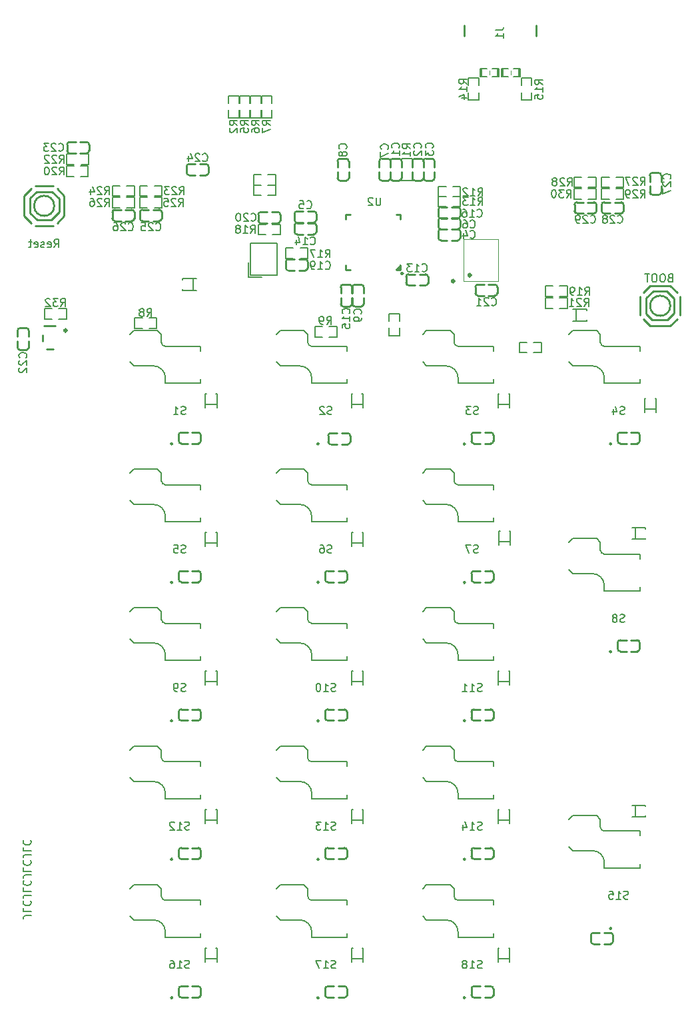
<source format=gbo>
G04 #@! TF.GenerationSoftware,KiCad,Pcbnew,8.0.7*
G04 #@! TF.CreationDate,2025-01-13T19:24:39-05:00*
G04 #@! TF.ProjectId,numpad,6e756d70-6164-42e6-9b69-6361645f7063,rev?*
G04 #@! TF.SameCoordinates,Original*
G04 #@! TF.FileFunction,Legend,Bot*
G04 #@! TF.FilePolarity,Positive*
%FSLAX46Y46*%
G04 Gerber Fmt 4.6, Leading zero omitted, Abs format (unit mm)*
G04 Created by KiCad (PCBNEW 8.0.7) date 2025-01-13 19:24:39*
%MOMM*%
%LPD*%
G01*
G04 APERTURE LIST*
%ADD10C,0.150000*%
%ADD11C,0.250000*%
%ADD12C,0.100000*%
%ADD13C,0.300000*%
%ADD14C,0.050000*%
%ADD15C,1.701800*%
%ADD16C,3.000000*%
%ADD17C,3.429000*%
%ADD18C,0.990600*%
%ADD19R,2.600000X2.600000*%
%ADD20C,4.000000*%
%ADD21C,7.500000*%
%ADD22R,1.700000X1.700000*%
%ADD23O,1.700000X1.700000*%
%ADD24R,1.800000X1.570000*%
%ADD25C,1.800000*%
%ADD26C,1.520000*%
%ADD27O,2.600000X3.000000*%
%ADD28R,0.860000X0.810000*%
%ADD29R,0.810000X0.860000*%
%ADD30R,1.000000X0.750000*%
%ADD31R,0.800000X0.900000*%
%ADD32R,1.500000X0.820000*%
%ADD33O,2.250000X0.630000*%
%ADD34R,0.750000X1.000000*%
%ADD35R,0.600000X0.600000*%
%ADD36C,0.700000*%
%ADD37R,0.550000X1.100000*%
%ADD38R,0.300000X1.100000*%
%ADD39O,1.200000X1.800000*%
%ADD40O,1.100000X2.000000*%
%ADD41R,0.900000X0.800000*%
%ADD42R,0.200000X1.100000*%
%ADD43R,1.100000X0.200000*%
%ADD44R,3.100000X3.100000*%
%ADD45R,1.200000X1.400000*%
%ADD46R,1.000000X0.600000*%
G04 APERTURE END LIST*
D10*
X47630180Y-148777506D02*
X46915895Y-148777506D01*
X46915895Y-148777506D02*
X46773038Y-148825125D01*
X46773038Y-148825125D02*
X46677800Y-148920363D01*
X46677800Y-148920363D02*
X46630180Y-149063220D01*
X46630180Y-149063220D02*
X46630180Y-149158458D01*
X46630180Y-147825125D02*
X46630180Y-148301315D01*
X46630180Y-148301315D02*
X47630180Y-148301315D01*
X46725419Y-146920363D02*
X46677800Y-146967982D01*
X46677800Y-146967982D02*
X46630180Y-147110839D01*
X46630180Y-147110839D02*
X46630180Y-147206077D01*
X46630180Y-147206077D02*
X46677800Y-147348934D01*
X46677800Y-147348934D02*
X46773038Y-147444172D01*
X46773038Y-147444172D02*
X46868276Y-147491791D01*
X46868276Y-147491791D02*
X47058752Y-147539410D01*
X47058752Y-147539410D02*
X47201609Y-147539410D01*
X47201609Y-147539410D02*
X47392085Y-147491791D01*
X47392085Y-147491791D02*
X47487323Y-147444172D01*
X47487323Y-147444172D02*
X47582561Y-147348934D01*
X47582561Y-147348934D02*
X47630180Y-147206077D01*
X47630180Y-147206077D02*
X47630180Y-147110839D01*
X47630180Y-147110839D02*
X47582561Y-146967982D01*
X47582561Y-146967982D02*
X47534942Y-146920363D01*
X47630180Y-146206077D02*
X46915895Y-146206077D01*
X46915895Y-146206077D02*
X46773038Y-146253696D01*
X46773038Y-146253696D02*
X46677800Y-146348934D01*
X46677800Y-146348934D02*
X46630180Y-146491791D01*
X46630180Y-146491791D02*
X46630180Y-146587029D01*
X46630180Y-145253696D02*
X46630180Y-145729886D01*
X46630180Y-145729886D02*
X47630180Y-145729886D01*
X46725419Y-144348934D02*
X46677800Y-144396553D01*
X46677800Y-144396553D02*
X46630180Y-144539410D01*
X46630180Y-144539410D02*
X46630180Y-144634648D01*
X46630180Y-144634648D02*
X46677800Y-144777505D01*
X46677800Y-144777505D02*
X46773038Y-144872743D01*
X46773038Y-144872743D02*
X46868276Y-144920362D01*
X46868276Y-144920362D02*
X47058752Y-144967981D01*
X47058752Y-144967981D02*
X47201609Y-144967981D01*
X47201609Y-144967981D02*
X47392085Y-144920362D01*
X47392085Y-144920362D02*
X47487323Y-144872743D01*
X47487323Y-144872743D02*
X47582561Y-144777505D01*
X47582561Y-144777505D02*
X47630180Y-144634648D01*
X47630180Y-144634648D02*
X47630180Y-144539410D01*
X47630180Y-144539410D02*
X47582561Y-144396553D01*
X47582561Y-144396553D02*
X47534942Y-144348934D01*
X47630180Y-143634648D02*
X46915895Y-143634648D01*
X46915895Y-143634648D02*
X46773038Y-143682267D01*
X46773038Y-143682267D02*
X46677800Y-143777505D01*
X46677800Y-143777505D02*
X46630180Y-143920362D01*
X46630180Y-143920362D02*
X46630180Y-144015600D01*
X46630180Y-142682267D02*
X46630180Y-143158457D01*
X46630180Y-143158457D02*
X47630180Y-143158457D01*
X46725419Y-141777505D02*
X46677800Y-141825124D01*
X46677800Y-141825124D02*
X46630180Y-141967981D01*
X46630180Y-141967981D02*
X46630180Y-142063219D01*
X46630180Y-142063219D02*
X46677800Y-142206076D01*
X46677800Y-142206076D02*
X46773038Y-142301314D01*
X46773038Y-142301314D02*
X46868276Y-142348933D01*
X46868276Y-142348933D02*
X47058752Y-142396552D01*
X47058752Y-142396552D02*
X47201609Y-142396552D01*
X47201609Y-142396552D02*
X47392085Y-142348933D01*
X47392085Y-142348933D02*
X47487323Y-142301314D01*
X47487323Y-142301314D02*
X47582561Y-142206076D01*
X47582561Y-142206076D02*
X47630180Y-142063219D01*
X47630180Y-142063219D02*
X47630180Y-141967981D01*
X47630180Y-141967981D02*
X47582561Y-141825124D01*
X47582561Y-141825124D02*
X47534942Y-141777505D01*
X47630180Y-141063219D02*
X46915895Y-141063219D01*
X46915895Y-141063219D02*
X46773038Y-141110838D01*
X46773038Y-141110838D02*
X46677800Y-141206076D01*
X46677800Y-141206076D02*
X46630180Y-141348933D01*
X46630180Y-141348933D02*
X46630180Y-141444171D01*
X46630180Y-140110838D02*
X46630180Y-140587028D01*
X46630180Y-140587028D02*
X47630180Y-140587028D01*
X46725419Y-139206076D02*
X46677800Y-139253695D01*
X46677800Y-139253695D02*
X46630180Y-139396552D01*
X46630180Y-139396552D02*
X46630180Y-139491790D01*
X46630180Y-139491790D02*
X46677800Y-139634647D01*
X46677800Y-139634647D02*
X46773038Y-139729885D01*
X46773038Y-139729885D02*
X46868276Y-139777504D01*
X46868276Y-139777504D02*
X47058752Y-139825123D01*
X47058752Y-139825123D02*
X47201609Y-139825123D01*
X47201609Y-139825123D02*
X47392085Y-139777504D01*
X47392085Y-139777504D02*
X47487323Y-139729885D01*
X47487323Y-139729885D02*
X47582561Y-139634647D01*
X47582561Y-139634647D02*
X47630180Y-139491790D01*
X47630180Y-139491790D02*
X47630180Y-139396552D01*
X47630180Y-139396552D02*
X47582561Y-139253695D01*
X47582561Y-139253695D02*
X47534942Y-139206076D01*
X128857142Y-67746009D02*
X128714285Y-67793628D01*
X128714285Y-67793628D02*
X128666666Y-67841247D01*
X128666666Y-67841247D02*
X128619047Y-67936485D01*
X128619047Y-67936485D02*
X128619047Y-68079342D01*
X128619047Y-68079342D02*
X128666666Y-68174580D01*
X128666666Y-68174580D02*
X128714285Y-68222200D01*
X128714285Y-68222200D02*
X128809523Y-68269819D01*
X128809523Y-68269819D02*
X129190475Y-68269819D01*
X129190475Y-68269819D02*
X129190475Y-67269819D01*
X129190475Y-67269819D02*
X128857142Y-67269819D01*
X128857142Y-67269819D02*
X128761904Y-67317438D01*
X128761904Y-67317438D02*
X128714285Y-67365057D01*
X128714285Y-67365057D02*
X128666666Y-67460295D01*
X128666666Y-67460295D02*
X128666666Y-67555533D01*
X128666666Y-67555533D02*
X128714285Y-67650771D01*
X128714285Y-67650771D02*
X128761904Y-67698390D01*
X128761904Y-67698390D02*
X128857142Y-67746009D01*
X128857142Y-67746009D02*
X129190475Y-67746009D01*
X127999999Y-67269819D02*
X127809523Y-67269819D01*
X127809523Y-67269819D02*
X127714285Y-67317438D01*
X127714285Y-67317438D02*
X127619047Y-67412676D01*
X127619047Y-67412676D02*
X127571428Y-67603152D01*
X127571428Y-67603152D02*
X127571428Y-67936485D01*
X127571428Y-67936485D02*
X127619047Y-68126961D01*
X127619047Y-68126961D02*
X127714285Y-68222200D01*
X127714285Y-68222200D02*
X127809523Y-68269819D01*
X127809523Y-68269819D02*
X127999999Y-68269819D01*
X127999999Y-68269819D02*
X128095237Y-68222200D01*
X128095237Y-68222200D02*
X128190475Y-68126961D01*
X128190475Y-68126961D02*
X128238094Y-67936485D01*
X128238094Y-67936485D02*
X128238094Y-67603152D01*
X128238094Y-67603152D02*
X128190475Y-67412676D01*
X128190475Y-67412676D02*
X128095237Y-67317438D01*
X128095237Y-67317438D02*
X127999999Y-67269819D01*
X126952380Y-67269819D02*
X126761904Y-67269819D01*
X126761904Y-67269819D02*
X126666666Y-67317438D01*
X126666666Y-67317438D02*
X126571428Y-67412676D01*
X126571428Y-67412676D02*
X126523809Y-67603152D01*
X126523809Y-67603152D02*
X126523809Y-67936485D01*
X126523809Y-67936485D02*
X126571428Y-68126961D01*
X126571428Y-68126961D02*
X126666666Y-68222200D01*
X126666666Y-68222200D02*
X126761904Y-68269819D01*
X126761904Y-68269819D02*
X126952380Y-68269819D01*
X126952380Y-68269819D02*
X127047618Y-68222200D01*
X127047618Y-68222200D02*
X127142856Y-68126961D01*
X127142856Y-68126961D02*
X127190475Y-67936485D01*
X127190475Y-67936485D02*
X127190475Y-67603152D01*
X127190475Y-67603152D02*
X127142856Y-67412676D01*
X127142856Y-67412676D02*
X127047618Y-67317438D01*
X127047618Y-67317438D02*
X126952380Y-67269819D01*
X126238094Y-67269819D02*
X125666666Y-67269819D01*
X125952380Y-68269819D02*
X125952380Y-67269819D01*
X50538095Y-63869819D02*
X50871428Y-63393628D01*
X51109523Y-63869819D02*
X51109523Y-62869819D01*
X51109523Y-62869819D02*
X50728571Y-62869819D01*
X50728571Y-62869819D02*
X50633333Y-62917438D01*
X50633333Y-62917438D02*
X50585714Y-62965057D01*
X50585714Y-62965057D02*
X50538095Y-63060295D01*
X50538095Y-63060295D02*
X50538095Y-63203152D01*
X50538095Y-63203152D02*
X50585714Y-63298390D01*
X50585714Y-63298390D02*
X50633333Y-63346009D01*
X50633333Y-63346009D02*
X50728571Y-63393628D01*
X50728571Y-63393628D02*
X51109523Y-63393628D01*
X49728571Y-63822200D02*
X49823809Y-63869819D01*
X49823809Y-63869819D02*
X50014285Y-63869819D01*
X50014285Y-63869819D02*
X50109523Y-63822200D01*
X50109523Y-63822200D02*
X50157142Y-63726961D01*
X50157142Y-63726961D02*
X50157142Y-63346009D01*
X50157142Y-63346009D02*
X50109523Y-63250771D01*
X50109523Y-63250771D02*
X50014285Y-63203152D01*
X50014285Y-63203152D02*
X49823809Y-63203152D01*
X49823809Y-63203152D02*
X49728571Y-63250771D01*
X49728571Y-63250771D02*
X49680952Y-63346009D01*
X49680952Y-63346009D02*
X49680952Y-63441247D01*
X49680952Y-63441247D02*
X50157142Y-63536485D01*
X49299999Y-63822200D02*
X49204761Y-63869819D01*
X49204761Y-63869819D02*
X49014285Y-63869819D01*
X49014285Y-63869819D02*
X48919047Y-63822200D01*
X48919047Y-63822200D02*
X48871428Y-63726961D01*
X48871428Y-63726961D02*
X48871428Y-63679342D01*
X48871428Y-63679342D02*
X48919047Y-63584104D01*
X48919047Y-63584104D02*
X49014285Y-63536485D01*
X49014285Y-63536485D02*
X49157142Y-63536485D01*
X49157142Y-63536485D02*
X49252380Y-63488866D01*
X49252380Y-63488866D02*
X49299999Y-63393628D01*
X49299999Y-63393628D02*
X49299999Y-63346009D01*
X49299999Y-63346009D02*
X49252380Y-63250771D01*
X49252380Y-63250771D02*
X49157142Y-63203152D01*
X49157142Y-63203152D02*
X49014285Y-63203152D01*
X49014285Y-63203152D02*
X48919047Y-63250771D01*
X48061904Y-63822200D02*
X48157142Y-63869819D01*
X48157142Y-63869819D02*
X48347618Y-63869819D01*
X48347618Y-63869819D02*
X48442856Y-63822200D01*
X48442856Y-63822200D02*
X48490475Y-63726961D01*
X48490475Y-63726961D02*
X48490475Y-63346009D01*
X48490475Y-63346009D02*
X48442856Y-63250771D01*
X48442856Y-63250771D02*
X48347618Y-63203152D01*
X48347618Y-63203152D02*
X48157142Y-63203152D01*
X48157142Y-63203152D02*
X48061904Y-63250771D01*
X48061904Y-63250771D02*
X48014285Y-63346009D01*
X48014285Y-63346009D02*
X48014285Y-63441247D01*
X48014285Y-63441247D02*
X48490475Y-63536485D01*
X47728570Y-63203152D02*
X47347618Y-63203152D01*
X47585713Y-62869819D02*
X47585713Y-63726961D01*
X47585713Y-63726961D02*
X47538094Y-63822200D01*
X47538094Y-63822200D02*
X47442856Y-63869819D01*
X47442856Y-63869819D02*
X47347618Y-63869819D01*
X104461904Y-85057200D02*
X104319047Y-85104819D01*
X104319047Y-85104819D02*
X104080952Y-85104819D01*
X104080952Y-85104819D02*
X103985714Y-85057200D01*
X103985714Y-85057200D02*
X103938095Y-85009580D01*
X103938095Y-85009580D02*
X103890476Y-84914342D01*
X103890476Y-84914342D02*
X103890476Y-84819104D01*
X103890476Y-84819104D02*
X103938095Y-84723866D01*
X103938095Y-84723866D02*
X103985714Y-84676247D01*
X103985714Y-84676247D02*
X104080952Y-84628628D01*
X104080952Y-84628628D02*
X104271428Y-84581009D01*
X104271428Y-84581009D02*
X104366666Y-84533390D01*
X104366666Y-84533390D02*
X104414285Y-84485771D01*
X104414285Y-84485771D02*
X104461904Y-84390533D01*
X104461904Y-84390533D02*
X104461904Y-84295295D01*
X104461904Y-84295295D02*
X104414285Y-84200057D01*
X104414285Y-84200057D02*
X104366666Y-84152438D01*
X104366666Y-84152438D02*
X104271428Y-84104819D01*
X104271428Y-84104819D02*
X104033333Y-84104819D01*
X104033333Y-84104819D02*
X103890476Y-84152438D01*
X103557142Y-84104819D02*
X102938095Y-84104819D01*
X102938095Y-84104819D02*
X103271428Y-84485771D01*
X103271428Y-84485771D02*
X103128571Y-84485771D01*
X103128571Y-84485771D02*
X103033333Y-84533390D01*
X103033333Y-84533390D02*
X102985714Y-84581009D01*
X102985714Y-84581009D02*
X102938095Y-84676247D01*
X102938095Y-84676247D02*
X102938095Y-84914342D01*
X102938095Y-84914342D02*
X102985714Y-85009580D01*
X102985714Y-85009580D02*
X103033333Y-85057200D01*
X103033333Y-85057200D02*
X103128571Y-85104819D01*
X103128571Y-85104819D02*
X103414285Y-85104819D01*
X103414285Y-85104819D02*
X103509523Y-85057200D01*
X103509523Y-85057200D02*
X103557142Y-85009580D01*
X123061904Y-85057200D02*
X122919047Y-85104819D01*
X122919047Y-85104819D02*
X122680952Y-85104819D01*
X122680952Y-85104819D02*
X122585714Y-85057200D01*
X122585714Y-85057200D02*
X122538095Y-85009580D01*
X122538095Y-85009580D02*
X122490476Y-84914342D01*
X122490476Y-84914342D02*
X122490476Y-84819104D01*
X122490476Y-84819104D02*
X122538095Y-84723866D01*
X122538095Y-84723866D02*
X122585714Y-84676247D01*
X122585714Y-84676247D02*
X122680952Y-84628628D01*
X122680952Y-84628628D02*
X122871428Y-84581009D01*
X122871428Y-84581009D02*
X122966666Y-84533390D01*
X122966666Y-84533390D02*
X123014285Y-84485771D01*
X123014285Y-84485771D02*
X123061904Y-84390533D01*
X123061904Y-84390533D02*
X123061904Y-84295295D01*
X123061904Y-84295295D02*
X123014285Y-84200057D01*
X123014285Y-84200057D02*
X122966666Y-84152438D01*
X122966666Y-84152438D02*
X122871428Y-84104819D01*
X122871428Y-84104819D02*
X122633333Y-84104819D01*
X122633333Y-84104819D02*
X122490476Y-84152438D01*
X121633333Y-84438152D02*
X121633333Y-85104819D01*
X121871428Y-84057200D02*
X122109523Y-84771485D01*
X122109523Y-84771485D02*
X121490476Y-84771485D01*
X67261904Y-85057200D02*
X67119047Y-85104819D01*
X67119047Y-85104819D02*
X66880952Y-85104819D01*
X66880952Y-85104819D02*
X66785714Y-85057200D01*
X66785714Y-85057200D02*
X66738095Y-85009580D01*
X66738095Y-85009580D02*
X66690476Y-84914342D01*
X66690476Y-84914342D02*
X66690476Y-84819104D01*
X66690476Y-84819104D02*
X66738095Y-84723866D01*
X66738095Y-84723866D02*
X66785714Y-84676247D01*
X66785714Y-84676247D02*
X66880952Y-84628628D01*
X66880952Y-84628628D02*
X67071428Y-84581009D01*
X67071428Y-84581009D02*
X67166666Y-84533390D01*
X67166666Y-84533390D02*
X67214285Y-84485771D01*
X67214285Y-84485771D02*
X67261904Y-84390533D01*
X67261904Y-84390533D02*
X67261904Y-84295295D01*
X67261904Y-84295295D02*
X67214285Y-84200057D01*
X67214285Y-84200057D02*
X67166666Y-84152438D01*
X67166666Y-84152438D02*
X67071428Y-84104819D01*
X67071428Y-84104819D02*
X66833333Y-84104819D01*
X66833333Y-84104819D02*
X66690476Y-84152438D01*
X65738095Y-85104819D02*
X66309523Y-85104819D01*
X66023809Y-85104819D02*
X66023809Y-84104819D01*
X66023809Y-84104819D02*
X66119047Y-84247676D01*
X66119047Y-84247676D02*
X66214285Y-84342914D01*
X66214285Y-84342914D02*
X66309523Y-84390533D01*
X86338094Y-155457200D02*
X86195237Y-155504819D01*
X86195237Y-155504819D02*
X85957142Y-155504819D01*
X85957142Y-155504819D02*
X85861904Y-155457200D01*
X85861904Y-155457200D02*
X85814285Y-155409580D01*
X85814285Y-155409580D02*
X85766666Y-155314342D01*
X85766666Y-155314342D02*
X85766666Y-155219104D01*
X85766666Y-155219104D02*
X85814285Y-155123866D01*
X85814285Y-155123866D02*
X85861904Y-155076247D01*
X85861904Y-155076247D02*
X85957142Y-155028628D01*
X85957142Y-155028628D02*
X86147618Y-154981009D01*
X86147618Y-154981009D02*
X86242856Y-154933390D01*
X86242856Y-154933390D02*
X86290475Y-154885771D01*
X86290475Y-154885771D02*
X86338094Y-154790533D01*
X86338094Y-154790533D02*
X86338094Y-154695295D01*
X86338094Y-154695295D02*
X86290475Y-154600057D01*
X86290475Y-154600057D02*
X86242856Y-154552438D01*
X86242856Y-154552438D02*
X86147618Y-154504819D01*
X86147618Y-154504819D02*
X85909523Y-154504819D01*
X85909523Y-154504819D02*
X85766666Y-154552438D01*
X84814285Y-155504819D02*
X85385713Y-155504819D01*
X85099999Y-155504819D02*
X85099999Y-154504819D01*
X85099999Y-154504819D02*
X85195237Y-154647676D01*
X85195237Y-154647676D02*
X85290475Y-154742914D01*
X85290475Y-154742914D02*
X85385713Y-154790533D01*
X84480951Y-154504819D02*
X83814285Y-154504819D01*
X83814285Y-154504819D02*
X84242856Y-155504819D01*
X104461904Y-102657200D02*
X104319047Y-102704819D01*
X104319047Y-102704819D02*
X104080952Y-102704819D01*
X104080952Y-102704819D02*
X103985714Y-102657200D01*
X103985714Y-102657200D02*
X103938095Y-102609580D01*
X103938095Y-102609580D02*
X103890476Y-102514342D01*
X103890476Y-102514342D02*
X103890476Y-102419104D01*
X103890476Y-102419104D02*
X103938095Y-102323866D01*
X103938095Y-102323866D02*
X103985714Y-102276247D01*
X103985714Y-102276247D02*
X104080952Y-102228628D01*
X104080952Y-102228628D02*
X104271428Y-102181009D01*
X104271428Y-102181009D02*
X104366666Y-102133390D01*
X104366666Y-102133390D02*
X104414285Y-102085771D01*
X104414285Y-102085771D02*
X104461904Y-101990533D01*
X104461904Y-101990533D02*
X104461904Y-101895295D01*
X104461904Y-101895295D02*
X104414285Y-101800057D01*
X104414285Y-101800057D02*
X104366666Y-101752438D01*
X104366666Y-101752438D02*
X104271428Y-101704819D01*
X104271428Y-101704819D02*
X104033333Y-101704819D01*
X104033333Y-101704819D02*
X103890476Y-101752438D01*
X103557142Y-101704819D02*
X102890476Y-101704819D01*
X102890476Y-101704819D02*
X103319047Y-102704819D01*
X123538094Y-146657200D02*
X123395237Y-146704819D01*
X123395237Y-146704819D02*
X123157142Y-146704819D01*
X123157142Y-146704819D02*
X123061904Y-146657200D01*
X123061904Y-146657200D02*
X123014285Y-146609580D01*
X123014285Y-146609580D02*
X122966666Y-146514342D01*
X122966666Y-146514342D02*
X122966666Y-146419104D01*
X122966666Y-146419104D02*
X123014285Y-146323866D01*
X123014285Y-146323866D02*
X123061904Y-146276247D01*
X123061904Y-146276247D02*
X123157142Y-146228628D01*
X123157142Y-146228628D02*
X123347618Y-146181009D01*
X123347618Y-146181009D02*
X123442856Y-146133390D01*
X123442856Y-146133390D02*
X123490475Y-146085771D01*
X123490475Y-146085771D02*
X123538094Y-145990533D01*
X123538094Y-145990533D02*
X123538094Y-145895295D01*
X123538094Y-145895295D02*
X123490475Y-145800057D01*
X123490475Y-145800057D02*
X123442856Y-145752438D01*
X123442856Y-145752438D02*
X123347618Y-145704819D01*
X123347618Y-145704819D02*
X123109523Y-145704819D01*
X123109523Y-145704819D02*
X122966666Y-145752438D01*
X122014285Y-146704819D02*
X122585713Y-146704819D01*
X122299999Y-146704819D02*
X122299999Y-145704819D01*
X122299999Y-145704819D02*
X122395237Y-145847676D01*
X122395237Y-145847676D02*
X122490475Y-145942914D01*
X122490475Y-145942914D02*
X122585713Y-145990533D01*
X121109523Y-145704819D02*
X121585713Y-145704819D01*
X121585713Y-145704819D02*
X121633332Y-146181009D01*
X121633332Y-146181009D02*
X121585713Y-146133390D01*
X121585713Y-146133390D02*
X121490475Y-146085771D01*
X121490475Y-146085771D02*
X121252380Y-146085771D01*
X121252380Y-146085771D02*
X121157142Y-146133390D01*
X121157142Y-146133390D02*
X121109523Y-146181009D01*
X121109523Y-146181009D02*
X121061904Y-146276247D01*
X121061904Y-146276247D02*
X121061904Y-146514342D01*
X121061904Y-146514342D02*
X121109523Y-146609580D01*
X121109523Y-146609580D02*
X121157142Y-146657200D01*
X121157142Y-146657200D02*
X121252380Y-146704819D01*
X121252380Y-146704819D02*
X121490475Y-146704819D01*
X121490475Y-146704819D02*
X121585713Y-146657200D01*
X121585713Y-146657200D02*
X121633332Y-146609580D01*
X86338094Y-120257200D02*
X86195237Y-120304819D01*
X86195237Y-120304819D02*
X85957142Y-120304819D01*
X85957142Y-120304819D02*
X85861904Y-120257200D01*
X85861904Y-120257200D02*
X85814285Y-120209580D01*
X85814285Y-120209580D02*
X85766666Y-120114342D01*
X85766666Y-120114342D02*
X85766666Y-120019104D01*
X85766666Y-120019104D02*
X85814285Y-119923866D01*
X85814285Y-119923866D02*
X85861904Y-119876247D01*
X85861904Y-119876247D02*
X85957142Y-119828628D01*
X85957142Y-119828628D02*
X86147618Y-119781009D01*
X86147618Y-119781009D02*
X86242856Y-119733390D01*
X86242856Y-119733390D02*
X86290475Y-119685771D01*
X86290475Y-119685771D02*
X86338094Y-119590533D01*
X86338094Y-119590533D02*
X86338094Y-119495295D01*
X86338094Y-119495295D02*
X86290475Y-119400057D01*
X86290475Y-119400057D02*
X86242856Y-119352438D01*
X86242856Y-119352438D02*
X86147618Y-119304819D01*
X86147618Y-119304819D02*
X85909523Y-119304819D01*
X85909523Y-119304819D02*
X85766666Y-119352438D01*
X84814285Y-120304819D02*
X85385713Y-120304819D01*
X85099999Y-120304819D02*
X85099999Y-119304819D01*
X85099999Y-119304819D02*
X85195237Y-119447676D01*
X85195237Y-119447676D02*
X85290475Y-119542914D01*
X85290475Y-119542914D02*
X85385713Y-119590533D01*
X84195237Y-119304819D02*
X84099999Y-119304819D01*
X84099999Y-119304819D02*
X84004761Y-119352438D01*
X84004761Y-119352438D02*
X83957142Y-119400057D01*
X83957142Y-119400057D02*
X83909523Y-119495295D01*
X83909523Y-119495295D02*
X83861904Y-119685771D01*
X83861904Y-119685771D02*
X83861904Y-119923866D01*
X83861904Y-119923866D02*
X83909523Y-120114342D01*
X83909523Y-120114342D02*
X83957142Y-120209580D01*
X83957142Y-120209580D02*
X84004761Y-120257200D01*
X84004761Y-120257200D02*
X84099999Y-120304819D01*
X84099999Y-120304819D02*
X84195237Y-120304819D01*
X84195237Y-120304819D02*
X84290475Y-120257200D01*
X84290475Y-120257200D02*
X84338094Y-120209580D01*
X84338094Y-120209580D02*
X84385713Y-120114342D01*
X84385713Y-120114342D02*
X84433332Y-119923866D01*
X84433332Y-119923866D02*
X84433332Y-119685771D01*
X84433332Y-119685771D02*
X84385713Y-119495295D01*
X84385713Y-119495295D02*
X84338094Y-119400057D01*
X84338094Y-119400057D02*
X84290475Y-119352438D01*
X84290475Y-119352438D02*
X84195237Y-119304819D01*
X85861904Y-85057200D02*
X85719047Y-85104819D01*
X85719047Y-85104819D02*
X85480952Y-85104819D01*
X85480952Y-85104819D02*
X85385714Y-85057200D01*
X85385714Y-85057200D02*
X85338095Y-85009580D01*
X85338095Y-85009580D02*
X85290476Y-84914342D01*
X85290476Y-84914342D02*
X85290476Y-84819104D01*
X85290476Y-84819104D02*
X85338095Y-84723866D01*
X85338095Y-84723866D02*
X85385714Y-84676247D01*
X85385714Y-84676247D02*
X85480952Y-84628628D01*
X85480952Y-84628628D02*
X85671428Y-84581009D01*
X85671428Y-84581009D02*
X85766666Y-84533390D01*
X85766666Y-84533390D02*
X85814285Y-84485771D01*
X85814285Y-84485771D02*
X85861904Y-84390533D01*
X85861904Y-84390533D02*
X85861904Y-84295295D01*
X85861904Y-84295295D02*
X85814285Y-84200057D01*
X85814285Y-84200057D02*
X85766666Y-84152438D01*
X85766666Y-84152438D02*
X85671428Y-84104819D01*
X85671428Y-84104819D02*
X85433333Y-84104819D01*
X85433333Y-84104819D02*
X85290476Y-84152438D01*
X84909523Y-84200057D02*
X84861904Y-84152438D01*
X84861904Y-84152438D02*
X84766666Y-84104819D01*
X84766666Y-84104819D02*
X84528571Y-84104819D01*
X84528571Y-84104819D02*
X84433333Y-84152438D01*
X84433333Y-84152438D02*
X84385714Y-84200057D01*
X84385714Y-84200057D02*
X84338095Y-84295295D01*
X84338095Y-84295295D02*
X84338095Y-84390533D01*
X84338095Y-84390533D02*
X84385714Y-84533390D01*
X84385714Y-84533390D02*
X84957142Y-85104819D01*
X84957142Y-85104819D02*
X84338095Y-85104819D01*
X123061904Y-111457200D02*
X122919047Y-111504819D01*
X122919047Y-111504819D02*
X122680952Y-111504819D01*
X122680952Y-111504819D02*
X122585714Y-111457200D01*
X122585714Y-111457200D02*
X122538095Y-111409580D01*
X122538095Y-111409580D02*
X122490476Y-111314342D01*
X122490476Y-111314342D02*
X122490476Y-111219104D01*
X122490476Y-111219104D02*
X122538095Y-111123866D01*
X122538095Y-111123866D02*
X122585714Y-111076247D01*
X122585714Y-111076247D02*
X122680952Y-111028628D01*
X122680952Y-111028628D02*
X122871428Y-110981009D01*
X122871428Y-110981009D02*
X122966666Y-110933390D01*
X122966666Y-110933390D02*
X123014285Y-110885771D01*
X123014285Y-110885771D02*
X123061904Y-110790533D01*
X123061904Y-110790533D02*
X123061904Y-110695295D01*
X123061904Y-110695295D02*
X123014285Y-110600057D01*
X123014285Y-110600057D02*
X122966666Y-110552438D01*
X122966666Y-110552438D02*
X122871428Y-110504819D01*
X122871428Y-110504819D02*
X122633333Y-110504819D01*
X122633333Y-110504819D02*
X122490476Y-110552438D01*
X121919047Y-110933390D02*
X122014285Y-110885771D01*
X122014285Y-110885771D02*
X122061904Y-110838152D01*
X122061904Y-110838152D02*
X122109523Y-110742914D01*
X122109523Y-110742914D02*
X122109523Y-110695295D01*
X122109523Y-110695295D02*
X122061904Y-110600057D01*
X122061904Y-110600057D02*
X122014285Y-110552438D01*
X122014285Y-110552438D02*
X121919047Y-110504819D01*
X121919047Y-110504819D02*
X121728571Y-110504819D01*
X121728571Y-110504819D02*
X121633333Y-110552438D01*
X121633333Y-110552438D02*
X121585714Y-110600057D01*
X121585714Y-110600057D02*
X121538095Y-110695295D01*
X121538095Y-110695295D02*
X121538095Y-110742914D01*
X121538095Y-110742914D02*
X121585714Y-110838152D01*
X121585714Y-110838152D02*
X121633333Y-110885771D01*
X121633333Y-110885771D02*
X121728571Y-110933390D01*
X121728571Y-110933390D02*
X121919047Y-110933390D01*
X121919047Y-110933390D02*
X122014285Y-110981009D01*
X122014285Y-110981009D02*
X122061904Y-111028628D01*
X122061904Y-111028628D02*
X122109523Y-111123866D01*
X122109523Y-111123866D02*
X122109523Y-111314342D01*
X122109523Y-111314342D02*
X122061904Y-111409580D01*
X122061904Y-111409580D02*
X122014285Y-111457200D01*
X122014285Y-111457200D02*
X121919047Y-111504819D01*
X121919047Y-111504819D02*
X121728571Y-111504819D01*
X121728571Y-111504819D02*
X121633333Y-111457200D01*
X121633333Y-111457200D02*
X121585714Y-111409580D01*
X121585714Y-111409580D02*
X121538095Y-111314342D01*
X121538095Y-111314342D02*
X121538095Y-111123866D01*
X121538095Y-111123866D02*
X121585714Y-111028628D01*
X121585714Y-111028628D02*
X121633333Y-110981009D01*
X121633333Y-110981009D02*
X121728571Y-110933390D01*
X104938094Y-155457200D02*
X104795237Y-155504819D01*
X104795237Y-155504819D02*
X104557142Y-155504819D01*
X104557142Y-155504819D02*
X104461904Y-155457200D01*
X104461904Y-155457200D02*
X104414285Y-155409580D01*
X104414285Y-155409580D02*
X104366666Y-155314342D01*
X104366666Y-155314342D02*
X104366666Y-155219104D01*
X104366666Y-155219104D02*
X104414285Y-155123866D01*
X104414285Y-155123866D02*
X104461904Y-155076247D01*
X104461904Y-155076247D02*
X104557142Y-155028628D01*
X104557142Y-155028628D02*
X104747618Y-154981009D01*
X104747618Y-154981009D02*
X104842856Y-154933390D01*
X104842856Y-154933390D02*
X104890475Y-154885771D01*
X104890475Y-154885771D02*
X104938094Y-154790533D01*
X104938094Y-154790533D02*
X104938094Y-154695295D01*
X104938094Y-154695295D02*
X104890475Y-154600057D01*
X104890475Y-154600057D02*
X104842856Y-154552438D01*
X104842856Y-154552438D02*
X104747618Y-154504819D01*
X104747618Y-154504819D02*
X104509523Y-154504819D01*
X104509523Y-154504819D02*
X104366666Y-154552438D01*
X103414285Y-155504819D02*
X103985713Y-155504819D01*
X103699999Y-155504819D02*
X103699999Y-154504819D01*
X103699999Y-154504819D02*
X103795237Y-154647676D01*
X103795237Y-154647676D02*
X103890475Y-154742914D01*
X103890475Y-154742914D02*
X103985713Y-154790533D01*
X102842856Y-154933390D02*
X102938094Y-154885771D01*
X102938094Y-154885771D02*
X102985713Y-154838152D01*
X102985713Y-154838152D02*
X103033332Y-154742914D01*
X103033332Y-154742914D02*
X103033332Y-154695295D01*
X103033332Y-154695295D02*
X102985713Y-154600057D01*
X102985713Y-154600057D02*
X102938094Y-154552438D01*
X102938094Y-154552438D02*
X102842856Y-154504819D01*
X102842856Y-154504819D02*
X102652380Y-154504819D01*
X102652380Y-154504819D02*
X102557142Y-154552438D01*
X102557142Y-154552438D02*
X102509523Y-154600057D01*
X102509523Y-154600057D02*
X102461904Y-154695295D01*
X102461904Y-154695295D02*
X102461904Y-154742914D01*
X102461904Y-154742914D02*
X102509523Y-154838152D01*
X102509523Y-154838152D02*
X102557142Y-154885771D01*
X102557142Y-154885771D02*
X102652380Y-154933390D01*
X102652380Y-154933390D02*
X102842856Y-154933390D01*
X102842856Y-154933390D02*
X102938094Y-154981009D01*
X102938094Y-154981009D02*
X102985713Y-155028628D01*
X102985713Y-155028628D02*
X103033332Y-155123866D01*
X103033332Y-155123866D02*
X103033332Y-155314342D01*
X103033332Y-155314342D02*
X102985713Y-155409580D01*
X102985713Y-155409580D02*
X102938094Y-155457200D01*
X102938094Y-155457200D02*
X102842856Y-155504819D01*
X102842856Y-155504819D02*
X102652380Y-155504819D01*
X102652380Y-155504819D02*
X102557142Y-155457200D01*
X102557142Y-155457200D02*
X102509523Y-155409580D01*
X102509523Y-155409580D02*
X102461904Y-155314342D01*
X102461904Y-155314342D02*
X102461904Y-155123866D01*
X102461904Y-155123866D02*
X102509523Y-155028628D01*
X102509523Y-155028628D02*
X102557142Y-154981009D01*
X102557142Y-154981009D02*
X102652380Y-154933390D01*
X67738094Y-137857200D02*
X67595237Y-137904819D01*
X67595237Y-137904819D02*
X67357142Y-137904819D01*
X67357142Y-137904819D02*
X67261904Y-137857200D01*
X67261904Y-137857200D02*
X67214285Y-137809580D01*
X67214285Y-137809580D02*
X67166666Y-137714342D01*
X67166666Y-137714342D02*
X67166666Y-137619104D01*
X67166666Y-137619104D02*
X67214285Y-137523866D01*
X67214285Y-137523866D02*
X67261904Y-137476247D01*
X67261904Y-137476247D02*
X67357142Y-137428628D01*
X67357142Y-137428628D02*
X67547618Y-137381009D01*
X67547618Y-137381009D02*
X67642856Y-137333390D01*
X67642856Y-137333390D02*
X67690475Y-137285771D01*
X67690475Y-137285771D02*
X67738094Y-137190533D01*
X67738094Y-137190533D02*
X67738094Y-137095295D01*
X67738094Y-137095295D02*
X67690475Y-137000057D01*
X67690475Y-137000057D02*
X67642856Y-136952438D01*
X67642856Y-136952438D02*
X67547618Y-136904819D01*
X67547618Y-136904819D02*
X67309523Y-136904819D01*
X67309523Y-136904819D02*
X67166666Y-136952438D01*
X66214285Y-137904819D02*
X66785713Y-137904819D01*
X66499999Y-137904819D02*
X66499999Y-136904819D01*
X66499999Y-136904819D02*
X66595237Y-137047676D01*
X66595237Y-137047676D02*
X66690475Y-137142914D01*
X66690475Y-137142914D02*
X66785713Y-137190533D01*
X65833332Y-137000057D02*
X65785713Y-136952438D01*
X65785713Y-136952438D02*
X65690475Y-136904819D01*
X65690475Y-136904819D02*
X65452380Y-136904819D01*
X65452380Y-136904819D02*
X65357142Y-136952438D01*
X65357142Y-136952438D02*
X65309523Y-137000057D01*
X65309523Y-137000057D02*
X65261904Y-137095295D01*
X65261904Y-137095295D02*
X65261904Y-137190533D01*
X65261904Y-137190533D02*
X65309523Y-137333390D01*
X65309523Y-137333390D02*
X65880951Y-137904819D01*
X65880951Y-137904819D02*
X65261904Y-137904819D01*
X104938094Y-120257200D02*
X104795237Y-120304819D01*
X104795237Y-120304819D02*
X104557142Y-120304819D01*
X104557142Y-120304819D02*
X104461904Y-120257200D01*
X104461904Y-120257200D02*
X104414285Y-120209580D01*
X104414285Y-120209580D02*
X104366666Y-120114342D01*
X104366666Y-120114342D02*
X104366666Y-120019104D01*
X104366666Y-120019104D02*
X104414285Y-119923866D01*
X104414285Y-119923866D02*
X104461904Y-119876247D01*
X104461904Y-119876247D02*
X104557142Y-119828628D01*
X104557142Y-119828628D02*
X104747618Y-119781009D01*
X104747618Y-119781009D02*
X104842856Y-119733390D01*
X104842856Y-119733390D02*
X104890475Y-119685771D01*
X104890475Y-119685771D02*
X104938094Y-119590533D01*
X104938094Y-119590533D02*
X104938094Y-119495295D01*
X104938094Y-119495295D02*
X104890475Y-119400057D01*
X104890475Y-119400057D02*
X104842856Y-119352438D01*
X104842856Y-119352438D02*
X104747618Y-119304819D01*
X104747618Y-119304819D02*
X104509523Y-119304819D01*
X104509523Y-119304819D02*
X104366666Y-119352438D01*
X103414285Y-120304819D02*
X103985713Y-120304819D01*
X103699999Y-120304819D02*
X103699999Y-119304819D01*
X103699999Y-119304819D02*
X103795237Y-119447676D01*
X103795237Y-119447676D02*
X103890475Y-119542914D01*
X103890475Y-119542914D02*
X103985713Y-119590533D01*
X102461904Y-120304819D02*
X103033332Y-120304819D01*
X102747618Y-120304819D02*
X102747618Y-119304819D01*
X102747618Y-119304819D02*
X102842856Y-119447676D01*
X102842856Y-119447676D02*
X102938094Y-119542914D01*
X102938094Y-119542914D02*
X103033332Y-119590533D01*
X85861904Y-102657200D02*
X85719047Y-102704819D01*
X85719047Y-102704819D02*
X85480952Y-102704819D01*
X85480952Y-102704819D02*
X85385714Y-102657200D01*
X85385714Y-102657200D02*
X85338095Y-102609580D01*
X85338095Y-102609580D02*
X85290476Y-102514342D01*
X85290476Y-102514342D02*
X85290476Y-102419104D01*
X85290476Y-102419104D02*
X85338095Y-102323866D01*
X85338095Y-102323866D02*
X85385714Y-102276247D01*
X85385714Y-102276247D02*
X85480952Y-102228628D01*
X85480952Y-102228628D02*
X85671428Y-102181009D01*
X85671428Y-102181009D02*
X85766666Y-102133390D01*
X85766666Y-102133390D02*
X85814285Y-102085771D01*
X85814285Y-102085771D02*
X85861904Y-101990533D01*
X85861904Y-101990533D02*
X85861904Y-101895295D01*
X85861904Y-101895295D02*
X85814285Y-101800057D01*
X85814285Y-101800057D02*
X85766666Y-101752438D01*
X85766666Y-101752438D02*
X85671428Y-101704819D01*
X85671428Y-101704819D02*
X85433333Y-101704819D01*
X85433333Y-101704819D02*
X85290476Y-101752438D01*
X84433333Y-101704819D02*
X84623809Y-101704819D01*
X84623809Y-101704819D02*
X84719047Y-101752438D01*
X84719047Y-101752438D02*
X84766666Y-101800057D01*
X84766666Y-101800057D02*
X84861904Y-101942914D01*
X84861904Y-101942914D02*
X84909523Y-102133390D01*
X84909523Y-102133390D02*
X84909523Y-102514342D01*
X84909523Y-102514342D02*
X84861904Y-102609580D01*
X84861904Y-102609580D02*
X84814285Y-102657200D01*
X84814285Y-102657200D02*
X84719047Y-102704819D01*
X84719047Y-102704819D02*
X84528571Y-102704819D01*
X84528571Y-102704819D02*
X84433333Y-102657200D01*
X84433333Y-102657200D02*
X84385714Y-102609580D01*
X84385714Y-102609580D02*
X84338095Y-102514342D01*
X84338095Y-102514342D02*
X84338095Y-102276247D01*
X84338095Y-102276247D02*
X84385714Y-102181009D01*
X84385714Y-102181009D02*
X84433333Y-102133390D01*
X84433333Y-102133390D02*
X84528571Y-102085771D01*
X84528571Y-102085771D02*
X84719047Y-102085771D01*
X84719047Y-102085771D02*
X84814285Y-102133390D01*
X84814285Y-102133390D02*
X84861904Y-102181009D01*
X84861904Y-102181009D02*
X84909523Y-102276247D01*
X104938094Y-137857200D02*
X104795237Y-137904819D01*
X104795237Y-137904819D02*
X104557142Y-137904819D01*
X104557142Y-137904819D02*
X104461904Y-137857200D01*
X104461904Y-137857200D02*
X104414285Y-137809580D01*
X104414285Y-137809580D02*
X104366666Y-137714342D01*
X104366666Y-137714342D02*
X104366666Y-137619104D01*
X104366666Y-137619104D02*
X104414285Y-137523866D01*
X104414285Y-137523866D02*
X104461904Y-137476247D01*
X104461904Y-137476247D02*
X104557142Y-137428628D01*
X104557142Y-137428628D02*
X104747618Y-137381009D01*
X104747618Y-137381009D02*
X104842856Y-137333390D01*
X104842856Y-137333390D02*
X104890475Y-137285771D01*
X104890475Y-137285771D02*
X104938094Y-137190533D01*
X104938094Y-137190533D02*
X104938094Y-137095295D01*
X104938094Y-137095295D02*
X104890475Y-137000057D01*
X104890475Y-137000057D02*
X104842856Y-136952438D01*
X104842856Y-136952438D02*
X104747618Y-136904819D01*
X104747618Y-136904819D02*
X104509523Y-136904819D01*
X104509523Y-136904819D02*
X104366666Y-136952438D01*
X103414285Y-137904819D02*
X103985713Y-137904819D01*
X103699999Y-137904819D02*
X103699999Y-136904819D01*
X103699999Y-136904819D02*
X103795237Y-137047676D01*
X103795237Y-137047676D02*
X103890475Y-137142914D01*
X103890475Y-137142914D02*
X103985713Y-137190533D01*
X102557142Y-137238152D02*
X102557142Y-137904819D01*
X102795237Y-136857200D02*
X103033332Y-137571485D01*
X103033332Y-137571485D02*
X102414285Y-137571485D01*
X86338094Y-137857200D02*
X86195237Y-137904819D01*
X86195237Y-137904819D02*
X85957142Y-137904819D01*
X85957142Y-137904819D02*
X85861904Y-137857200D01*
X85861904Y-137857200D02*
X85814285Y-137809580D01*
X85814285Y-137809580D02*
X85766666Y-137714342D01*
X85766666Y-137714342D02*
X85766666Y-137619104D01*
X85766666Y-137619104D02*
X85814285Y-137523866D01*
X85814285Y-137523866D02*
X85861904Y-137476247D01*
X85861904Y-137476247D02*
X85957142Y-137428628D01*
X85957142Y-137428628D02*
X86147618Y-137381009D01*
X86147618Y-137381009D02*
X86242856Y-137333390D01*
X86242856Y-137333390D02*
X86290475Y-137285771D01*
X86290475Y-137285771D02*
X86338094Y-137190533D01*
X86338094Y-137190533D02*
X86338094Y-137095295D01*
X86338094Y-137095295D02*
X86290475Y-137000057D01*
X86290475Y-137000057D02*
X86242856Y-136952438D01*
X86242856Y-136952438D02*
X86147618Y-136904819D01*
X86147618Y-136904819D02*
X85909523Y-136904819D01*
X85909523Y-136904819D02*
X85766666Y-136952438D01*
X84814285Y-137904819D02*
X85385713Y-137904819D01*
X85099999Y-137904819D02*
X85099999Y-136904819D01*
X85099999Y-136904819D02*
X85195237Y-137047676D01*
X85195237Y-137047676D02*
X85290475Y-137142914D01*
X85290475Y-137142914D02*
X85385713Y-137190533D01*
X84480951Y-136904819D02*
X83861904Y-136904819D01*
X83861904Y-136904819D02*
X84195237Y-137285771D01*
X84195237Y-137285771D02*
X84052380Y-137285771D01*
X84052380Y-137285771D02*
X83957142Y-137333390D01*
X83957142Y-137333390D02*
X83909523Y-137381009D01*
X83909523Y-137381009D02*
X83861904Y-137476247D01*
X83861904Y-137476247D02*
X83861904Y-137714342D01*
X83861904Y-137714342D02*
X83909523Y-137809580D01*
X83909523Y-137809580D02*
X83957142Y-137857200D01*
X83957142Y-137857200D02*
X84052380Y-137904819D01*
X84052380Y-137904819D02*
X84338094Y-137904819D01*
X84338094Y-137904819D02*
X84433332Y-137857200D01*
X84433332Y-137857200D02*
X84480951Y-137809580D01*
X67738094Y-155457200D02*
X67595237Y-155504819D01*
X67595237Y-155504819D02*
X67357142Y-155504819D01*
X67357142Y-155504819D02*
X67261904Y-155457200D01*
X67261904Y-155457200D02*
X67214285Y-155409580D01*
X67214285Y-155409580D02*
X67166666Y-155314342D01*
X67166666Y-155314342D02*
X67166666Y-155219104D01*
X67166666Y-155219104D02*
X67214285Y-155123866D01*
X67214285Y-155123866D02*
X67261904Y-155076247D01*
X67261904Y-155076247D02*
X67357142Y-155028628D01*
X67357142Y-155028628D02*
X67547618Y-154981009D01*
X67547618Y-154981009D02*
X67642856Y-154933390D01*
X67642856Y-154933390D02*
X67690475Y-154885771D01*
X67690475Y-154885771D02*
X67738094Y-154790533D01*
X67738094Y-154790533D02*
X67738094Y-154695295D01*
X67738094Y-154695295D02*
X67690475Y-154600057D01*
X67690475Y-154600057D02*
X67642856Y-154552438D01*
X67642856Y-154552438D02*
X67547618Y-154504819D01*
X67547618Y-154504819D02*
X67309523Y-154504819D01*
X67309523Y-154504819D02*
X67166666Y-154552438D01*
X66214285Y-155504819D02*
X66785713Y-155504819D01*
X66499999Y-155504819D02*
X66499999Y-154504819D01*
X66499999Y-154504819D02*
X66595237Y-154647676D01*
X66595237Y-154647676D02*
X66690475Y-154742914D01*
X66690475Y-154742914D02*
X66785713Y-154790533D01*
X65357142Y-154504819D02*
X65547618Y-154504819D01*
X65547618Y-154504819D02*
X65642856Y-154552438D01*
X65642856Y-154552438D02*
X65690475Y-154600057D01*
X65690475Y-154600057D02*
X65785713Y-154742914D01*
X65785713Y-154742914D02*
X65833332Y-154933390D01*
X65833332Y-154933390D02*
X65833332Y-155314342D01*
X65833332Y-155314342D02*
X65785713Y-155409580D01*
X65785713Y-155409580D02*
X65738094Y-155457200D01*
X65738094Y-155457200D02*
X65642856Y-155504819D01*
X65642856Y-155504819D02*
X65452380Y-155504819D01*
X65452380Y-155504819D02*
X65357142Y-155457200D01*
X65357142Y-155457200D02*
X65309523Y-155409580D01*
X65309523Y-155409580D02*
X65261904Y-155314342D01*
X65261904Y-155314342D02*
X65261904Y-155076247D01*
X65261904Y-155076247D02*
X65309523Y-154981009D01*
X65309523Y-154981009D02*
X65357142Y-154933390D01*
X65357142Y-154933390D02*
X65452380Y-154885771D01*
X65452380Y-154885771D02*
X65642856Y-154885771D01*
X65642856Y-154885771D02*
X65738094Y-154933390D01*
X65738094Y-154933390D02*
X65785713Y-154981009D01*
X65785713Y-154981009D02*
X65833332Y-155076247D01*
X67261904Y-120257200D02*
X67119047Y-120304819D01*
X67119047Y-120304819D02*
X66880952Y-120304819D01*
X66880952Y-120304819D02*
X66785714Y-120257200D01*
X66785714Y-120257200D02*
X66738095Y-120209580D01*
X66738095Y-120209580D02*
X66690476Y-120114342D01*
X66690476Y-120114342D02*
X66690476Y-120019104D01*
X66690476Y-120019104D02*
X66738095Y-119923866D01*
X66738095Y-119923866D02*
X66785714Y-119876247D01*
X66785714Y-119876247D02*
X66880952Y-119828628D01*
X66880952Y-119828628D02*
X67071428Y-119781009D01*
X67071428Y-119781009D02*
X67166666Y-119733390D01*
X67166666Y-119733390D02*
X67214285Y-119685771D01*
X67214285Y-119685771D02*
X67261904Y-119590533D01*
X67261904Y-119590533D02*
X67261904Y-119495295D01*
X67261904Y-119495295D02*
X67214285Y-119400057D01*
X67214285Y-119400057D02*
X67166666Y-119352438D01*
X67166666Y-119352438D02*
X67071428Y-119304819D01*
X67071428Y-119304819D02*
X66833333Y-119304819D01*
X66833333Y-119304819D02*
X66690476Y-119352438D01*
X66214285Y-120304819D02*
X66023809Y-120304819D01*
X66023809Y-120304819D02*
X65928571Y-120257200D01*
X65928571Y-120257200D02*
X65880952Y-120209580D01*
X65880952Y-120209580D02*
X65785714Y-120066723D01*
X65785714Y-120066723D02*
X65738095Y-119876247D01*
X65738095Y-119876247D02*
X65738095Y-119495295D01*
X65738095Y-119495295D02*
X65785714Y-119400057D01*
X65785714Y-119400057D02*
X65833333Y-119352438D01*
X65833333Y-119352438D02*
X65928571Y-119304819D01*
X65928571Y-119304819D02*
X66119047Y-119304819D01*
X66119047Y-119304819D02*
X66214285Y-119352438D01*
X66214285Y-119352438D02*
X66261904Y-119400057D01*
X66261904Y-119400057D02*
X66309523Y-119495295D01*
X66309523Y-119495295D02*
X66309523Y-119733390D01*
X66309523Y-119733390D02*
X66261904Y-119828628D01*
X66261904Y-119828628D02*
X66214285Y-119876247D01*
X66214285Y-119876247D02*
X66119047Y-119923866D01*
X66119047Y-119923866D02*
X65928571Y-119923866D01*
X65928571Y-119923866D02*
X65833333Y-119876247D01*
X65833333Y-119876247D02*
X65785714Y-119828628D01*
X65785714Y-119828628D02*
X65738095Y-119733390D01*
X67261904Y-102657200D02*
X67119047Y-102704819D01*
X67119047Y-102704819D02*
X66880952Y-102704819D01*
X66880952Y-102704819D02*
X66785714Y-102657200D01*
X66785714Y-102657200D02*
X66738095Y-102609580D01*
X66738095Y-102609580D02*
X66690476Y-102514342D01*
X66690476Y-102514342D02*
X66690476Y-102419104D01*
X66690476Y-102419104D02*
X66738095Y-102323866D01*
X66738095Y-102323866D02*
X66785714Y-102276247D01*
X66785714Y-102276247D02*
X66880952Y-102228628D01*
X66880952Y-102228628D02*
X67071428Y-102181009D01*
X67071428Y-102181009D02*
X67166666Y-102133390D01*
X67166666Y-102133390D02*
X67214285Y-102085771D01*
X67214285Y-102085771D02*
X67261904Y-101990533D01*
X67261904Y-101990533D02*
X67261904Y-101895295D01*
X67261904Y-101895295D02*
X67214285Y-101800057D01*
X67214285Y-101800057D02*
X67166666Y-101752438D01*
X67166666Y-101752438D02*
X67071428Y-101704819D01*
X67071428Y-101704819D02*
X66833333Y-101704819D01*
X66833333Y-101704819D02*
X66690476Y-101752438D01*
X65785714Y-101704819D02*
X66261904Y-101704819D01*
X66261904Y-101704819D02*
X66309523Y-102181009D01*
X66309523Y-102181009D02*
X66261904Y-102133390D01*
X66261904Y-102133390D02*
X66166666Y-102085771D01*
X66166666Y-102085771D02*
X65928571Y-102085771D01*
X65928571Y-102085771D02*
X65833333Y-102133390D01*
X65833333Y-102133390D02*
X65785714Y-102181009D01*
X65785714Y-102181009D02*
X65738095Y-102276247D01*
X65738095Y-102276247D02*
X65738095Y-102514342D01*
X65738095Y-102514342D02*
X65785714Y-102609580D01*
X65785714Y-102609580D02*
X65833333Y-102657200D01*
X65833333Y-102657200D02*
X65928571Y-102704819D01*
X65928571Y-102704819D02*
X66166666Y-102704819D01*
X66166666Y-102704819D02*
X66261904Y-102657200D01*
X66261904Y-102657200D02*
X66309523Y-102609580D01*
X76654819Y-48333333D02*
X76178628Y-48000000D01*
X76654819Y-47761905D02*
X75654819Y-47761905D01*
X75654819Y-47761905D02*
X75654819Y-48142857D01*
X75654819Y-48142857D02*
X75702438Y-48238095D01*
X75702438Y-48238095D02*
X75750057Y-48285714D01*
X75750057Y-48285714D02*
X75845295Y-48333333D01*
X75845295Y-48333333D02*
X75988152Y-48333333D01*
X75988152Y-48333333D02*
X76083390Y-48285714D01*
X76083390Y-48285714D02*
X76131009Y-48238095D01*
X76131009Y-48238095D02*
X76178628Y-48142857D01*
X76178628Y-48142857D02*
X76178628Y-47761905D01*
X75654819Y-49190476D02*
X75654819Y-49000000D01*
X75654819Y-49000000D02*
X75702438Y-48904762D01*
X75702438Y-48904762D02*
X75750057Y-48857143D01*
X75750057Y-48857143D02*
X75892914Y-48761905D01*
X75892914Y-48761905D02*
X76083390Y-48714286D01*
X76083390Y-48714286D02*
X76464342Y-48714286D01*
X76464342Y-48714286D02*
X76559580Y-48761905D01*
X76559580Y-48761905D02*
X76607200Y-48809524D01*
X76607200Y-48809524D02*
X76654819Y-48904762D01*
X76654819Y-48904762D02*
X76654819Y-49095238D01*
X76654819Y-49095238D02*
X76607200Y-49190476D01*
X76607200Y-49190476D02*
X76559580Y-49238095D01*
X76559580Y-49238095D02*
X76464342Y-49285714D01*
X76464342Y-49285714D02*
X76226247Y-49285714D01*
X76226247Y-49285714D02*
X76131009Y-49238095D01*
X76131009Y-49238095D02*
X76083390Y-49190476D01*
X76083390Y-49190476D02*
X76035771Y-49095238D01*
X76035771Y-49095238D02*
X76035771Y-48904762D01*
X76035771Y-48904762D02*
X76083390Y-48809524D01*
X76083390Y-48809524D02*
X76131009Y-48761905D01*
X76131009Y-48761905D02*
X76226247Y-48714286D01*
X115692857Y-57554819D02*
X116026190Y-57078628D01*
X116264285Y-57554819D02*
X116264285Y-56554819D01*
X116264285Y-56554819D02*
X115883333Y-56554819D01*
X115883333Y-56554819D02*
X115788095Y-56602438D01*
X115788095Y-56602438D02*
X115740476Y-56650057D01*
X115740476Y-56650057D02*
X115692857Y-56745295D01*
X115692857Y-56745295D02*
X115692857Y-56888152D01*
X115692857Y-56888152D02*
X115740476Y-56983390D01*
X115740476Y-56983390D02*
X115788095Y-57031009D01*
X115788095Y-57031009D02*
X115883333Y-57078628D01*
X115883333Y-57078628D02*
X116264285Y-57078628D01*
X115359523Y-56554819D02*
X114740476Y-56554819D01*
X114740476Y-56554819D02*
X115073809Y-56935771D01*
X115073809Y-56935771D02*
X114930952Y-56935771D01*
X114930952Y-56935771D02*
X114835714Y-56983390D01*
X114835714Y-56983390D02*
X114788095Y-57031009D01*
X114788095Y-57031009D02*
X114740476Y-57126247D01*
X114740476Y-57126247D02*
X114740476Y-57364342D01*
X114740476Y-57364342D02*
X114788095Y-57459580D01*
X114788095Y-57459580D02*
X114835714Y-57507200D01*
X114835714Y-57507200D02*
X114930952Y-57554819D01*
X114930952Y-57554819D02*
X115216666Y-57554819D01*
X115216666Y-57554819D02*
X115311904Y-57507200D01*
X115311904Y-57507200D02*
X115359523Y-57459580D01*
X114121428Y-56554819D02*
X114026190Y-56554819D01*
X114026190Y-56554819D02*
X113930952Y-56602438D01*
X113930952Y-56602438D02*
X113883333Y-56650057D01*
X113883333Y-56650057D02*
X113835714Y-56745295D01*
X113835714Y-56745295D02*
X113788095Y-56935771D01*
X113788095Y-56935771D02*
X113788095Y-57173866D01*
X113788095Y-57173866D02*
X113835714Y-57364342D01*
X113835714Y-57364342D02*
X113883333Y-57459580D01*
X113883333Y-57459580D02*
X113930952Y-57507200D01*
X113930952Y-57507200D02*
X114026190Y-57554819D01*
X114026190Y-57554819D02*
X114121428Y-57554819D01*
X114121428Y-57554819D02*
X114216666Y-57507200D01*
X114216666Y-57507200D02*
X114264285Y-57459580D01*
X114264285Y-57459580D02*
X114311904Y-57364342D01*
X114311904Y-57364342D02*
X114359523Y-57173866D01*
X114359523Y-57173866D02*
X114359523Y-56935771D01*
X114359523Y-56935771D02*
X114311904Y-56745295D01*
X114311904Y-56745295D02*
X114264285Y-56650057D01*
X114264285Y-56650057D02*
X114216666Y-56602438D01*
X114216666Y-56602438D02*
X114121428Y-56554819D01*
X75254819Y-48333333D02*
X74778628Y-48000000D01*
X75254819Y-47761905D02*
X74254819Y-47761905D01*
X74254819Y-47761905D02*
X74254819Y-48142857D01*
X74254819Y-48142857D02*
X74302438Y-48238095D01*
X74302438Y-48238095D02*
X74350057Y-48285714D01*
X74350057Y-48285714D02*
X74445295Y-48333333D01*
X74445295Y-48333333D02*
X74588152Y-48333333D01*
X74588152Y-48333333D02*
X74683390Y-48285714D01*
X74683390Y-48285714D02*
X74731009Y-48238095D01*
X74731009Y-48238095D02*
X74778628Y-48142857D01*
X74778628Y-48142857D02*
X74778628Y-47761905D01*
X74254819Y-49238095D02*
X74254819Y-48761905D01*
X74254819Y-48761905D02*
X74731009Y-48714286D01*
X74731009Y-48714286D02*
X74683390Y-48761905D01*
X74683390Y-48761905D02*
X74635771Y-48857143D01*
X74635771Y-48857143D02*
X74635771Y-49095238D01*
X74635771Y-49095238D02*
X74683390Y-49190476D01*
X74683390Y-49190476D02*
X74731009Y-49238095D01*
X74731009Y-49238095D02*
X74826247Y-49285714D01*
X74826247Y-49285714D02*
X75064342Y-49285714D01*
X75064342Y-49285714D02*
X75159580Y-49238095D01*
X75159580Y-49238095D02*
X75207200Y-49190476D01*
X75207200Y-49190476D02*
X75254819Y-49095238D01*
X75254819Y-49095238D02*
X75254819Y-48857143D01*
X75254819Y-48857143D02*
X75207200Y-48761905D01*
X75207200Y-48761905D02*
X75159580Y-48714286D01*
X66492857Y-57154819D02*
X66826190Y-56678628D01*
X67064285Y-57154819D02*
X67064285Y-56154819D01*
X67064285Y-56154819D02*
X66683333Y-56154819D01*
X66683333Y-56154819D02*
X66588095Y-56202438D01*
X66588095Y-56202438D02*
X66540476Y-56250057D01*
X66540476Y-56250057D02*
X66492857Y-56345295D01*
X66492857Y-56345295D02*
X66492857Y-56488152D01*
X66492857Y-56488152D02*
X66540476Y-56583390D01*
X66540476Y-56583390D02*
X66588095Y-56631009D01*
X66588095Y-56631009D02*
X66683333Y-56678628D01*
X66683333Y-56678628D02*
X67064285Y-56678628D01*
X66111904Y-56250057D02*
X66064285Y-56202438D01*
X66064285Y-56202438D02*
X65969047Y-56154819D01*
X65969047Y-56154819D02*
X65730952Y-56154819D01*
X65730952Y-56154819D02*
X65635714Y-56202438D01*
X65635714Y-56202438D02*
X65588095Y-56250057D01*
X65588095Y-56250057D02*
X65540476Y-56345295D01*
X65540476Y-56345295D02*
X65540476Y-56440533D01*
X65540476Y-56440533D02*
X65588095Y-56583390D01*
X65588095Y-56583390D02*
X66159523Y-57154819D01*
X66159523Y-57154819D02*
X65540476Y-57154819D01*
X65207142Y-56154819D02*
X64588095Y-56154819D01*
X64588095Y-56154819D02*
X64921428Y-56535771D01*
X64921428Y-56535771D02*
X64778571Y-56535771D01*
X64778571Y-56535771D02*
X64683333Y-56583390D01*
X64683333Y-56583390D02*
X64635714Y-56631009D01*
X64635714Y-56631009D02*
X64588095Y-56726247D01*
X64588095Y-56726247D02*
X64588095Y-56964342D01*
X64588095Y-56964342D02*
X64635714Y-57059580D01*
X64635714Y-57059580D02*
X64683333Y-57107200D01*
X64683333Y-57107200D02*
X64778571Y-57154819D01*
X64778571Y-57154819D02*
X65064285Y-57154819D01*
X65064285Y-57154819D02*
X65159523Y-57107200D01*
X65159523Y-57107200D02*
X65207142Y-57059580D01*
X51137857Y-51558580D02*
X51185476Y-51606200D01*
X51185476Y-51606200D02*
X51328333Y-51653819D01*
X51328333Y-51653819D02*
X51423571Y-51653819D01*
X51423571Y-51653819D02*
X51566428Y-51606200D01*
X51566428Y-51606200D02*
X51661666Y-51510961D01*
X51661666Y-51510961D02*
X51709285Y-51415723D01*
X51709285Y-51415723D02*
X51756904Y-51225247D01*
X51756904Y-51225247D02*
X51756904Y-51082390D01*
X51756904Y-51082390D02*
X51709285Y-50891914D01*
X51709285Y-50891914D02*
X51661666Y-50796676D01*
X51661666Y-50796676D02*
X51566428Y-50701438D01*
X51566428Y-50701438D02*
X51423571Y-50653819D01*
X51423571Y-50653819D02*
X51328333Y-50653819D01*
X51328333Y-50653819D02*
X51185476Y-50701438D01*
X51185476Y-50701438D02*
X51137857Y-50749057D01*
X50756904Y-50749057D02*
X50709285Y-50701438D01*
X50709285Y-50701438D02*
X50614047Y-50653819D01*
X50614047Y-50653819D02*
X50375952Y-50653819D01*
X50375952Y-50653819D02*
X50280714Y-50701438D01*
X50280714Y-50701438D02*
X50233095Y-50749057D01*
X50233095Y-50749057D02*
X50185476Y-50844295D01*
X50185476Y-50844295D02*
X50185476Y-50939533D01*
X50185476Y-50939533D02*
X50233095Y-51082390D01*
X50233095Y-51082390D02*
X50804523Y-51653819D01*
X50804523Y-51653819D02*
X50185476Y-51653819D01*
X49852142Y-50653819D02*
X49233095Y-50653819D01*
X49233095Y-50653819D02*
X49566428Y-51034771D01*
X49566428Y-51034771D02*
X49423571Y-51034771D01*
X49423571Y-51034771D02*
X49328333Y-51082390D01*
X49328333Y-51082390D02*
X49280714Y-51130009D01*
X49280714Y-51130009D02*
X49233095Y-51225247D01*
X49233095Y-51225247D02*
X49233095Y-51463342D01*
X49233095Y-51463342D02*
X49280714Y-51558580D01*
X49280714Y-51558580D02*
X49328333Y-51606200D01*
X49328333Y-51606200D02*
X49423571Y-51653819D01*
X49423571Y-51653819D02*
X49709285Y-51653819D01*
X49709285Y-51653819D02*
X49804523Y-51606200D01*
X49804523Y-51606200D02*
X49852142Y-51558580D01*
X85042857Y-65154819D02*
X85376190Y-64678628D01*
X85614285Y-65154819D02*
X85614285Y-64154819D01*
X85614285Y-64154819D02*
X85233333Y-64154819D01*
X85233333Y-64154819D02*
X85138095Y-64202438D01*
X85138095Y-64202438D02*
X85090476Y-64250057D01*
X85090476Y-64250057D02*
X85042857Y-64345295D01*
X85042857Y-64345295D02*
X85042857Y-64488152D01*
X85042857Y-64488152D02*
X85090476Y-64583390D01*
X85090476Y-64583390D02*
X85138095Y-64631009D01*
X85138095Y-64631009D02*
X85233333Y-64678628D01*
X85233333Y-64678628D02*
X85614285Y-64678628D01*
X84090476Y-65154819D02*
X84661904Y-65154819D01*
X84376190Y-65154819D02*
X84376190Y-64154819D01*
X84376190Y-64154819D02*
X84471428Y-64297676D01*
X84471428Y-64297676D02*
X84566666Y-64392914D01*
X84566666Y-64392914D02*
X84661904Y-64440533D01*
X83757142Y-64154819D02*
X83090476Y-64154819D01*
X83090476Y-64154819D02*
X83519047Y-65154819D01*
X125092857Y-55954819D02*
X125426190Y-55478628D01*
X125664285Y-55954819D02*
X125664285Y-54954819D01*
X125664285Y-54954819D02*
X125283333Y-54954819D01*
X125283333Y-54954819D02*
X125188095Y-55002438D01*
X125188095Y-55002438D02*
X125140476Y-55050057D01*
X125140476Y-55050057D02*
X125092857Y-55145295D01*
X125092857Y-55145295D02*
X125092857Y-55288152D01*
X125092857Y-55288152D02*
X125140476Y-55383390D01*
X125140476Y-55383390D02*
X125188095Y-55431009D01*
X125188095Y-55431009D02*
X125283333Y-55478628D01*
X125283333Y-55478628D02*
X125664285Y-55478628D01*
X124711904Y-55050057D02*
X124664285Y-55002438D01*
X124664285Y-55002438D02*
X124569047Y-54954819D01*
X124569047Y-54954819D02*
X124330952Y-54954819D01*
X124330952Y-54954819D02*
X124235714Y-55002438D01*
X124235714Y-55002438D02*
X124188095Y-55050057D01*
X124188095Y-55050057D02*
X124140476Y-55145295D01*
X124140476Y-55145295D02*
X124140476Y-55240533D01*
X124140476Y-55240533D02*
X124188095Y-55383390D01*
X124188095Y-55383390D02*
X124759523Y-55954819D01*
X124759523Y-55954819D02*
X124140476Y-55954819D01*
X123807142Y-54954819D02*
X123140476Y-54954819D01*
X123140476Y-54954819D02*
X123569047Y-55954819D01*
X106679819Y-36285666D02*
X107394104Y-36285666D01*
X107394104Y-36285666D02*
X107536961Y-36238047D01*
X107536961Y-36238047D02*
X107632200Y-36142809D01*
X107632200Y-36142809D02*
X107679819Y-35999952D01*
X107679819Y-35999952D02*
X107679819Y-35904714D01*
X107679819Y-37285666D02*
X107679819Y-36714238D01*
X107679819Y-36999952D02*
X106679819Y-36999952D01*
X106679819Y-36999952D02*
X106822676Y-36904714D01*
X106822676Y-36904714D02*
X106917914Y-36809476D01*
X106917914Y-36809476D02*
X106965533Y-36714238D01*
X75592857Y-60459580D02*
X75640476Y-60507200D01*
X75640476Y-60507200D02*
X75783333Y-60554819D01*
X75783333Y-60554819D02*
X75878571Y-60554819D01*
X75878571Y-60554819D02*
X76021428Y-60507200D01*
X76021428Y-60507200D02*
X76116666Y-60411961D01*
X76116666Y-60411961D02*
X76164285Y-60316723D01*
X76164285Y-60316723D02*
X76211904Y-60126247D01*
X76211904Y-60126247D02*
X76211904Y-59983390D01*
X76211904Y-59983390D02*
X76164285Y-59792914D01*
X76164285Y-59792914D02*
X76116666Y-59697676D01*
X76116666Y-59697676D02*
X76021428Y-59602438D01*
X76021428Y-59602438D02*
X75878571Y-59554819D01*
X75878571Y-59554819D02*
X75783333Y-59554819D01*
X75783333Y-59554819D02*
X75640476Y-59602438D01*
X75640476Y-59602438D02*
X75592857Y-59650057D01*
X75211904Y-59650057D02*
X75164285Y-59602438D01*
X75164285Y-59602438D02*
X75069047Y-59554819D01*
X75069047Y-59554819D02*
X74830952Y-59554819D01*
X74830952Y-59554819D02*
X74735714Y-59602438D01*
X74735714Y-59602438D02*
X74688095Y-59650057D01*
X74688095Y-59650057D02*
X74640476Y-59745295D01*
X74640476Y-59745295D02*
X74640476Y-59840533D01*
X74640476Y-59840533D02*
X74688095Y-59983390D01*
X74688095Y-59983390D02*
X75259523Y-60554819D01*
X75259523Y-60554819D02*
X74640476Y-60554819D01*
X74021428Y-59554819D02*
X73926190Y-59554819D01*
X73926190Y-59554819D02*
X73830952Y-59602438D01*
X73830952Y-59602438D02*
X73783333Y-59650057D01*
X73783333Y-59650057D02*
X73735714Y-59745295D01*
X73735714Y-59745295D02*
X73688095Y-59935771D01*
X73688095Y-59935771D02*
X73688095Y-60173866D01*
X73688095Y-60173866D02*
X73735714Y-60364342D01*
X73735714Y-60364342D02*
X73783333Y-60459580D01*
X73783333Y-60459580D02*
X73830952Y-60507200D01*
X73830952Y-60507200D02*
X73926190Y-60554819D01*
X73926190Y-60554819D02*
X74021428Y-60554819D01*
X74021428Y-60554819D02*
X74116666Y-60507200D01*
X74116666Y-60507200D02*
X74164285Y-60459580D01*
X74164285Y-60459580D02*
X74211904Y-60364342D01*
X74211904Y-60364342D02*
X74259523Y-60173866D01*
X74259523Y-60173866D02*
X74259523Y-59935771D01*
X74259523Y-59935771D02*
X74211904Y-59745295D01*
X74211904Y-59745295D02*
X74164285Y-59650057D01*
X74164285Y-59650057D02*
X74116666Y-59602438D01*
X74116666Y-59602438D02*
X74021428Y-59554819D01*
X89559580Y-72333333D02*
X89607200Y-72285714D01*
X89607200Y-72285714D02*
X89654819Y-72142857D01*
X89654819Y-72142857D02*
X89654819Y-72047619D01*
X89654819Y-72047619D02*
X89607200Y-71904762D01*
X89607200Y-71904762D02*
X89511961Y-71809524D01*
X89511961Y-71809524D02*
X89416723Y-71761905D01*
X89416723Y-71761905D02*
X89226247Y-71714286D01*
X89226247Y-71714286D02*
X89083390Y-71714286D01*
X89083390Y-71714286D02*
X88892914Y-71761905D01*
X88892914Y-71761905D02*
X88797676Y-71809524D01*
X88797676Y-71809524D02*
X88702438Y-71904762D01*
X88702438Y-71904762D02*
X88654819Y-72047619D01*
X88654819Y-72047619D02*
X88654819Y-72142857D01*
X88654819Y-72142857D02*
X88702438Y-72285714D01*
X88702438Y-72285714D02*
X88750057Y-72333333D01*
X89654819Y-72809524D02*
X89654819Y-73000000D01*
X89654819Y-73000000D02*
X89607200Y-73095238D01*
X89607200Y-73095238D02*
X89559580Y-73142857D01*
X89559580Y-73142857D02*
X89416723Y-73238095D01*
X89416723Y-73238095D02*
X89226247Y-73285714D01*
X89226247Y-73285714D02*
X88845295Y-73285714D01*
X88845295Y-73285714D02*
X88750057Y-73238095D01*
X88750057Y-73238095D02*
X88702438Y-73190476D01*
X88702438Y-73190476D02*
X88654819Y-73095238D01*
X88654819Y-73095238D02*
X88654819Y-72904762D01*
X88654819Y-72904762D02*
X88702438Y-72809524D01*
X88702438Y-72809524D02*
X88750057Y-72761905D01*
X88750057Y-72761905D02*
X88845295Y-72714286D01*
X88845295Y-72714286D02*
X89083390Y-72714286D01*
X89083390Y-72714286D02*
X89178628Y-72761905D01*
X89178628Y-72761905D02*
X89226247Y-72809524D01*
X89226247Y-72809524D02*
X89273866Y-72904762D01*
X89273866Y-72904762D02*
X89273866Y-73095238D01*
X89273866Y-73095238D02*
X89226247Y-73190476D01*
X89226247Y-73190476D02*
X89178628Y-73238095D01*
X89178628Y-73238095D02*
X89083390Y-73285714D01*
X112654819Y-43157142D02*
X112178628Y-42823809D01*
X112654819Y-42585714D02*
X111654819Y-42585714D01*
X111654819Y-42585714D02*
X111654819Y-42966666D01*
X111654819Y-42966666D02*
X111702438Y-43061904D01*
X111702438Y-43061904D02*
X111750057Y-43109523D01*
X111750057Y-43109523D02*
X111845295Y-43157142D01*
X111845295Y-43157142D02*
X111988152Y-43157142D01*
X111988152Y-43157142D02*
X112083390Y-43109523D01*
X112083390Y-43109523D02*
X112131009Y-43061904D01*
X112131009Y-43061904D02*
X112178628Y-42966666D01*
X112178628Y-42966666D02*
X112178628Y-42585714D01*
X112654819Y-44109523D02*
X112654819Y-43538095D01*
X112654819Y-43823809D02*
X111654819Y-43823809D01*
X111654819Y-43823809D02*
X111797676Y-43728571D01*
X111797676Y-43728571D02*
X111892914Y-43633333D01*
X111892914Y-43633333D02*
X111940533Y-43538095D01*
X111654819Y-45014285D02*
X111654819Y-44538095D01*
X111654819Y-44538095D02*
X112131009Y-44490476D01*
X112131009Y-44490476D02*
X112083390Y-44538095D01*
X112083390Y-44538095D02*
X112035771Y-44633333D01*
X112035771Y-44633333D02*
X112035771Y-44871428D01*
X112035771Y-44871428D02*
X112083390Y-44966666D01*
X112083390Y-44966666D02*
X112131009Y-45014285D01*
X112131009Y-45014285D02*
X112226247Y-45061904D01*
X112226247Y-45061904D02*
X112464342Y-45061904D01*
X112464342Y-45061904D02*
X112559580Y-45014285D01*
X112559580Y-45014285D02*
X112607200Y-44966666D01*
X112607200Y-44966666D02*
X112654819Y-44871428D01*
X112654819Y-44871428D02*
X112654819Y-44633333D01*
X112654819Y-44633333D02*
X112607200Y-44538095D01*
X112607200Y-44538095D02*
X112559580Y-44490476D01*
X98659580Y-51233333D02*
X98707200Y-51185714D01*
X98707200Y-51185714D02*
X98754819Y-51042857D01*
X98754819Y-51042857D02*
X98754819Y-50947619D01*
X98754819Y-50947619D02*
X98707200Y-50804762D01*
X98707200Y-50804762D02*
X98611961Y-50709524D01*
X98611961Y-50709524D02*
X98516723Y-50661905D01*
X98516723Y-50661905D02*
X98326247Y-50614286D01*
X98326247Y-50614286D02*
X98183390Y-50614286D01*
X98183390Y-50614286D02*
X97992914Y-50661905D01*
X97992914Y-50661905D02*
X97897676Y-50709524D01*
X97897676Y-50709524D02*
X97802438Y-50804762D01*
X97802438Y-50804762D02*
X97754819Y-50947619D01*
X97754819Y-50947619D02*
X97754819Y-51042857D01*
X97754819Y-51042857D02*
X97802438Y-51185714D01*
X97802438Y-51185714D02*
X97850057Y-51233333D01*
X97754819Y-51566667D02*
X97754819Y-52185714D01*
X97754819Y-52185714D02*
X98135771Y-51852381D01*
X98135771Y-51852381D02*
X98135771Y-51995238D01*
X98135771Y-51995238D02*
X98183390Y-52090476D01*
X98183390Y-52090476D02*
X98231009Y-52138095D01*
X98231009Y-52138095D02*
X98326247Y-52185714D01*
X98326247Y-52185714D02*
X98564342Y-52185714D01*
X98564342Y-52185714D02*
X98659580Y-52138095D01*
X98659580Y-52138095D02*
X98707200Y-52090476D01*
X98707200Y-52090476D02*
X98754819Y-51995238D01*
X98754819Y-51995238D02*
X98754819Y-51709524D01*
X98754819Y-51709524D02*
X98707200Y-51614286D01*
X98707200Y-51614286D02*
X98659580Y-51566667D01*
X75542857Y-62054819D02*
X75876190Y-61578628D01*
X76114285Y-62054819D02*
X76114285Y-61054819D01*
X76114285Y-61054819D02*
X75733333Y-61054819D01*
X75733333Y-61054819D02*
X75638095Y-61102438D01*
X75638095Y-61102438D02*
X75590476Y-61150057D01*
X75590476Y-61150057D02*
X75542857Y-61245295D01*
X75542857Y-61245295D02*
X75542857Y-61388152D01*
X75542857Y-61388152D02*
X75590476Y-61483390D01*
X75590476Y-61483390D02*
X75638095Y-61531009D01*
X75638095Y-61531009D02*
X75733333Y-61578628D01*
X75733333Y-61578628D02*
X76114285Y-61578628D01*
X74590476Y-62054819D02*
X75161904Y-62054819D01*
X74876190Y-62054819D02*
X74876190Y-61054819D01*
X74876190Y-61054819D02*
X74971428Y-61197676D01*
X74971428Y-61197676D02*
X75066666Y-61292914D01*
X75066666Y-61292914D02*
X75161904Y-61340533D01*
X74019047Y-61483390D02*
X74114285Y-61435771D01*
X74114285Y-61435771D02*
X74161904Y-61388152D01*
X74161904Y-61388152D02*
X74209523Y-61292914D01*
X74209523Y-61292914D02*
X74209523Y-61245295D01*
X74209523Y-61245295D02*
X74161904Y-61150057D01*
X74161904Y-61150057D02*
X74114285Y-61102438D01*
X74114285Y-61102438D02*
X74019047Y-61054819D01*
X74019047Y-61054819D02*
X73828571Y-61054819D01*
X73828571Y-61054819D02*
X73733333Y-61102438D01*
X73733333Y-61102438D02*
X73685714Y-61150057D01*
X73685714Y-61150057D02*
X73638095Y-61245295D01*
X73638095Y-61245295D02*
X73638095Y-61292914D01*
X73638095Y-61292914D02*
X73685714Y-61388152D01*
X73685714Y-61388152D02*
X73733333Y-61435771D01*
X73733333Y-61435771D02*
X73828571Y-61483390D01*
X73828571Y-61483390D02*
X74019047Y-61483390D01*
X74019047Y-61483390D02*
X74114285Y-61531009D01*
X74114285Y-61531009D02*
X74161904Y-61578628D01*
X74161904Y-61578628D02*
X74209523Y-61673866D01*
X74209523Y-61673866D02*
X74209523Y-61864342D01*
X74209523Y-61864342D02*
X74161904Y-61959580D01*
X74161904Y-61959580D02*
X74114285Y-62007200D01*
X74114285Y-62007200D02*
X74019047Y-62054819D01*
X74019047Y-62054819D02*
X73828571Y-62054819D01*
X73828571Y-62054819D02*
X73733333Y-62007200D01*
X73733333Y-62007200D02*
X73685714Y-61959580D01*
X73685714Y-61959580D02*
X73638095Y-61864342D01*
X73638095Y-61864342D02*
X73638095Y-61673866D01*
X73638095Y-61673866D02*
X73685714Y-61578628D01*
X73685714Y-61578628D02*
X73733333Y-61531009D01*
X73733333Y-61531009D02*
X73828571Y-61483390D01*
X103049819Y-43106142D02*
X102573628Y-42772809D01*
X103049819Y-42534714D02*
X102049819Y-42534714D01*
X102049819Y-42534714D02*
X102049819Y-42915666D01*
X102049819Y-42915666D02*
X102097438Y-43010904D01*
X102097438Y-43010904D02*
X102145057Y-43058523D01*
X102145057Y-43058523D02*
X102240295Y-43106142D01*
X102240295Y-43106142D02*
X102383152Y-43106142D01*
X102383152Y-43106142D02*
X102478390Y-43058523D01*
X102478390Y-43058523D02*
X102526009Y-43010904D01*
X102526009Y-43010904D02*
X102573628Y-42915666D01*
X102573628Y-42915666D02*
X102573628Y-42534714D01*
X103049819Y-44058523D02*
X103049819Y-43487095D01*
X103049819Y-43772809D02*
X102049819Y-43772809D01*
X102049819Y-43772809D02*
X102192676Y-43677571D01*
X102192676Y-43677571D02*
X102287914Y-43582333D01*
X102287914Y-43582333D02*
X102335533Y-43487095D01*
X102383152Y-44915666D02*
X103049819Y-44915666D01*
X102002200Y-44677571D02*
X102716485Y-44439476D01*
X102716485Y-44439476D02*
X102716485Y-45058523D01*
X66392857Y-58654819D02*
X66726190Y-58178628D01*
X66964285Y-58654819D02*
X66964285Y-57654819D01*
X66964285Y-57654819D02*
X66583333Y-57654819D01*
X66583333Y-57654819D02*
X66488095Y-57702438D01*
X66488095Y-57702438D02*
X66440476Y-57750057D01*
X66440476Y-57750057D02*
X66392857Y-57845295D01*
X66392857Y-57845295D02*
X66392857Y-57988152D01*
X66392857Y-57988152D02*
X66440476Y-58083390D01*
X66440476Y-58083390D02*
X66488095Y-58131009D01*
X66488095Y-58131009D02*
X66583333Y-58178628D01*
X66583333Y-58178628D02*
X66964285Y-58178628D01*
X66011904Y-57750057D02*
X65964285Y-57702438D01*
X65964285Y-57702438D02*
X65869047Y-57654819D01*
X65869047Y-57654819D02*
X65630952Y-57654819D01*
X65630952Y-57654819D02*
X65535714Y-57702438D01*
X65535714Y-57702438D02*
X65488095Y-57750057D01*
X65488095Y-57750057D02*
X65440476Y-57845295D01*
X65440476Y-57845295D02*
X65440476Y-57940533D01*
X65440476Y-57940533D02*
X65488095Y-58083390D01*
X65488095Y-58083390D02*
X66059523Y-58654819D01*
X66059523Y-58654819D02*
X65440476Y-58654819D01*
X64535714Y-57654819D02*
X65011904Y-57654819D01*
X65011904Y-57654819D02*
X65059523Y-58131009D01*
X65059523Y-58131009D02*
X65011904Y-58083390D01*
X65011904Y-58083390D02*
X64916666Y-58035771D01*
X64916666Y-58035771D02*
X64678571Y-58035771D01*
X64678571Y-58035771D02*
X64583333Y-58083390D01*
X64583333Y-58083390D02*
X64535714Y-58131009D01*
X64535714Y-58131009D02*
X64488095Y-58226247D01*
X64488095Y-58226247D02*
X64488095Y-58464342D01*
X64488095Y-58464342D02*
X64535714Y-58559580D01*
X64535714Y-58559580D02*
X64583333Y-58607200D01*
X64583333Y-58607200D02*
X64678571Y-58654819D01*
X64678571Y-58654819D02*
X64916666Y-58654819D01*
X64916666Y-58654819D02*
X65011904Y-58607200D01*
X65011904Y-58607200D02*
X65059523Y-58559580D01*
X73854819Y-48333333D02*
X73378628Y-48000000D01*
X73854819Y-47761905D02*
X72854819Y-47761905D01*
X72854819Y-47761905D02*
X72854819Y-48142857D01*
X72854819Y-48142857D02*
X72902438Y-48238095D01*
X72902438Y-48238095D02*
X72950057Y-48285714D01*
X72950057Y-48285714D02*
X73045295Y-48333333D01*
X73045295Y-48333333D02*
X73188152Y-48333333D01*
X73188152Y-48333333D02*
X73283390Y-48285714D01*
X73283390Y-48285714D02*
X73331009Y-48238095D01*
X73331009Y-48238095D02*
X73378628Y-48142857D01*
X73378628Y-48142857D02*
X73378628Y-47761905D01*
X72950057Y-48714286D02*
X72902438Y-48761905D01*
X72902438Y-48761905D02*
X72854819Y-48857143D01*
X72854819Y-48857143D02*
X72854819Y-49095238D01*
X72854819Y-49095238D02*
X72902438Y-49190476D01*
X72902438Y-49190476D02*
X72950057Y-49238095D01*
X72950057Y-49238095D02*
X73045295Y-49285714D01*
X73045295Y-49285714D02*
X73140533Y-49285714D01*
X73140533Y-49285714D02*
X73283390Y-49238095D01*
X73283390Y-49238095D02*
X73854819Y-48666667D01*
X73854819Y-48666667D02*
X73854819Y-49285714D01*
X85216666Y-73654819D02*
X85549999Y-73178628D01*
X85788094Y-73654819D02*
X85788094Y-72654819D01*
X85788094Y-72654819D02*
X85407142Y-72654819D01*
X85407142Y-72654819D02*
X85311904Y-72702438D01*
X85311904Y-72702438D02*
X85264285Y-72750057D01*
X85264285Y-72750057D02*
X85216666Y-72845295D01*
X85216666Y-72845295D02*
X85216666Y-72988152D01*
X85216666Y-72988152D02*
X85264285Y-73083390D01*
X85264285Y-73083390D02*
X85311904Y-73131009D01*
X85311904Y-73131009D02*
X85407142Y-73178628D01*
X85407142Y-73178628D02*
X85788094Y-73178628D01*
X84740475Y-73654819D02*
X84549999Y-73654819D01*
X84549999Y-73654819D02*
X84454761Y-73607200D01*
X84454761Y-73607200D02*
X84407142Y-73559580D01*
X84407142Y-73559580D02*
X84311904Y-73416723D01*
X84311904Y-73416723D02*
X84264285Y-73226247D01*
X84264285Y-73226247D02*
X84264285Y-72845295D01*
X84264285Y-72845295D02*
X84311904Y-72750057D01*
X84311904Y-72750057D02*
X84359523Y-72702438D01*
X84359523Y-72702438D02*
X84454761Y-72654819D01*
X84454761Y-72654819D02*
X84645237Y-72654819D01*
X84645237Y-72654819D02*
X84740475Y-72702438D01*
X84740475Y-72702438D02*
X84788094Y-72750057D01*
X84788094Y-72750057D02*
X84835713Y-72845295D01*
X84835713Y-72845295D02*
X84835713Y-73083390D01*
X84835713Y-73083390D02*
X84788094Y-73178628D01*
X84788094Y-73178628D02*
X84740475Y-73226247D01*
X84740475Y-73226247D02*
X84645237Y-73273866D01*
X84645237Y-73273866D02*
X84454761Y-73273866D01*
X84454761Y-73273866D02*
X84359523Y-73226247D01*
X84359523Y-73226247D02*
X84311904Y-73178628D01*
X84311904Y-73178628D02*
X84264285Y-73083390D01*
X59992857Y-61659580D02*
X60040476Y-61707200D01*
X60040476Y-61707200D02*
X60183333Y-61754819D01*
X60183333Y-61754819D02*
X60278571Y-61754819D01*
X60278571Y-61754819D02*
X60421428Y-61707200D01*
X60421428Y-61707200D02*
X60516666Y-61611961D01*
X60516666Y-61611961D02*
X60564285Y-61516723D01*
X60564285Y-61516723D02*
X60611904Y-61326247D01*
X60611904Y-61326247D02*
X60611904Y-61183390D01*
X60611904Y-61183390D02*
X60564285Y-60992914D01*
X60564285Y-60992914D02*
X60516666Y-60897676D01*
X60516666Y-60897676D02*
X60421428Y-60802438D01*
X60421428Y-60802438D02*
X60278571Y-60754819D01*
X60278571Y-60754819D02*
X60183333Y-60754819D01*
X60183333Y-60754819D02*
X60040476Y-60802438D01*
X60040476Y-60802438D02*
X59992857Y-60850057D01*
X59611904Y-60850057D02*
X59564285Y-60802438D01*
X59564285Y-60802438D02*
X59469047Y-60754819D01*
X59469047Y-60754819D02*
X59230952Y-60754819D01*
X59230952Y-60754819D02*
X59135714Y-60802438D01*
X59135714Y-60802438D02*
X59088095Y-60850057D01*
X59088095Y-60850057D02*
X59040476Y-60945295D01*
X59040476Y-60945295D02*
X59040476Y-61040533D01*
X59040476Y-61040533D02*
X59088095Y-61183390D01*
X59088095Y-61183390D02*
X59659523Y-61754819D01*
X59659523Y-61754819D02*
X59040476Y-61754819D01*
X58183333Y-60754819D02*
X58373809Y-60754819D01*
X58373809Y-60754819D02*
X58469047Y-60802438D01*
X58469047Y-60802438D02*
X58516666Y-60850057D01*
X58516666Y-60850057D02*
X58611904Y-60992914D01*
X58611904Y-60992914D02*
X58659523Y-61183390D01*
X58659523Y-61183390D02*
X58659523Y-61564342D01*
X58659523Y-61564342D02*
X58611904Y-61659580D01*
X58611904Y-61659580D02*
X58564285Y-61707200D01*
X58564285Y-61707200D02*
X58469047Y-61754819D01*
X58469047Y-61754819D02*
X58278571Y-61754819D01*
X58278571Y-61754819D02*
X58183333Y-61707200D01*
X58183333Y-61707200D02*
X58135714Y-61659580D01*
X58135714Y-61659580D02*
X58088095Y-61564342D01*
X58088095Y-61564342D02*
X58088095Y-61326247D01*
X58088095Y-61326247D02*
X58135714Y-61231009D01*
X58135714Y-61231009D02*
X58183333Y-61183390D01*
X58183333Y-61183390D02*
X58278571Y-61135771D01*
X58278571Y-61135771D02*
X58469047Y-61135771D01*
X58469047Y-61135771D02*
X58564285Y-61183390D01*
X58564285Y-61183390D02*
X58611904Y-61231009D01*
X58611904Y-61231009D02*
X58659523Y-61326247D01*
X115792857Y-56054819D02*
X116126190Y-55578628D01*
X116364285Y-56054819D02*
X116364285Y-55054819D01*
X116364285Y-55054819D02*
X115983333Y-55054819D01*
X115983333Y-55054819D02*
X115888095Y-55102438D01*
X115888095Y-55102438D02*
X115840476Y-55150057D01*
X115840476Y-55150057D02*
X115792857Y-55245295D01*
X115792857Y-55245295D02*
X115792857Y-55388152D01*
X115792857Y-55388152D02*
X115840476Y-55483390D01*
X115840476Y-55483390D02*
X115888095Y-55531009D01*
X115888095Y-55531009D02*
X115983333Y-55578628D01*
X115983333Y-55578628D02*
X116364285Y-55578628D01*
X115411904Y-55150057D02*
X115364285Y-55102438D01*
X115364285Y-55102438D02*
X115269047Y-55054819D01*
X115269047Y-55054819D02*
X115030952Y-55054819D01*
X115030952Y-55054819D02*
X114935714Y-55102438D01*
X114935714Y-55102438D02*
X114888095Y-55150057D01*
X114888095Y-55150057D02*
X114840476Y-55245295D01*
X114840476Y-55245295D02*
X114840476Y-55340533D01*
X114840476Y-55340533D02*
X114888095Y-55483390D01*
X114888095Y-55483390D02*
X115459523Y-56054819D01*
X115459523Y-56054819D02*
X114840476Y-56054819D01*
X114269047Y-55483390D02*
X114364285Y-55435771D01*
X114364285Y-55435771D02*
X114411904Y-55388152D01*
X114411904Y-55388152D02*
X114459523Y-55292914D01*
X114459523Y-55292914D02*
X114459523Y-55245295D01*
X114459523Y-55245295D02*
X114411904Y-55150057D01*
X114411904Y-55150057D02*
X114364285Y-55102438D01*
X114364285Y-55102438D02*
X114269047Y-55054819D01*
X114269047Y-55054819D02*
X114078571Y-55054819D01*
X114078571Y-55054819D02*
X113983333Y-55102438D01*
X113983333Y-55102438D02*
X113935714Y-55150057D01*
X113935714Y-55150057D02*
X113888095Y-55245295D01*
X113888095Y-55245295D02*
X113888095Y-55292914D01*
X113888095Y-55292914D02*
X113935714Y-55388152D01*
X113935714Y-55388152D02*
X113983333Y-55435771D01*
X113983333Y-55435771D02*
X114078571Y-55483390D01*
X114078571Y-55483390D02*
X114269047Y-55483390D01*
X114269047Y-55483390D02*
X114364285Y-55531009D01*
X114364285Y-55531009D02*
X114411904Y-55578628D01*
X114411904Y-55578628D02*
X114459523Y-55673866D01*
X114459523Y-55673866D02*
X114459523Y-55864342D01*
X114459523Y-55864342D02*
X114411904Y-55959580D01*
X114411904Y-55959580D02*
X114364285Y-56007200D01*
X114364285Y-56007200D02*
X114269047Y-56054819D01*
X114269047Y-56054819D02*
X114078571Y-56054819D01*
X114078571Y-56054819D02*
X113983333Y-56007200D01*
X113983333Y-56007200D02*
X113935714Y-55959580D01*
X113935714Y-55959580D02*
X113888095Y-55864342D01*
X113888095Y-55864342D02*
X113888095Y-55673866D01*
X113888095Y-55673866D02*
X113935714Y-55578628D01*
X113935714Y-55578628D02*
X113983333Y-55531009D01*
X113983333Y-55531009D02*
X114078571Y-55483390D01*
X104337857Y-59928580D02*
X104385476Y-59976200D01*
X104385476Y-59976200D02*
X104528333Y-60023819D01*
X104528333Y-60023819D02*
X104623571Y-60023819D01*
X104623571Y-60023819D02*
X104766428Y-59976200D01*
X104766428Y-59976200D02*
X104861666Y-59880961D01*
X104861666Y-59880961D02*
X104909285Y-59785723D01*
X104909285Y-59785723D02*
X104956904Y-59595247D01*
X104956904Y-59595247D02*
X104956904Y-59452390D01*
X104956904Y-59452390D02*
X104909285Y-59261914D01*
X104909285Y-59261914D02*
X104861666Y-59166676D01*
X104861666Y-59166676D02*
X104766428Y-59071438D01*
X104766428Y-59071438D02*
X104623571Y-59023819D01*
X104623571Y-59023819D02*
X104528333Y-59023819D01*
X104528333Y-59023819D02*
X104385476Y-59071438D01*
X104385476Y-59071438D02*
X104337857Y-59119057D01*
X103385476Y-60023819D02*
X103956904Y-60023819D01*
X103671190Y-60023819D02*
X103671190Y-59023819D01*
X103671190Y-59023819D02*
X103766428Y-59166676D01*
X103766428Y-59166676D02*
X103861666Y-59261914D01*
X103861666Y-59261914D02*
X103956904Y-59309533D01*
X102528333Y-59023819D02*
X102718809Y-59023819D01*
X102718809Y-59023819D02*
X102814047Y-59071438D01*
X102814047Y-59071438D02*
X102861666Y-59119057D01*
X102861666Y-59119057D02*
X102956904Y-59261914D01*
X102956904Y-59261914D02*
X103004523Y-59452390D01*
X103004523Y-59452390D02*
X103004523Y-59833342D01*
X103004523Y-59833342D02*
X102956904Y-59928580D01*
X102956904Y-59928580D02*
X102909285Y-59976200D01*
X102909285Y-59976200D02*
X102814047Y-60023819D01*
X102814047Y-60023819D02*
X102623571Y-60023819D01*
X102623571Y-60023819D02*
X102528333Y-59976200D01*
X102528333Y-59976200D02*
X102480714Y-59928580D01*
X102480714Y-59928580D02*
X102433095Y-59833342D01*
X102433095Y-59833342D02*
X102433095Y-59595247D01*
X102433095Y-59595247D02*
X102480714Y-59500009D01*
X102480714Y-59500009D02*
X102528333Y-59452390D01*
X102528333Y-59452390D02*
X102623571Y-59404771D01*
X102623571Y-59404771D02*
X102814047Y-59404771D01*
X102814047Y-59404771D02*
X102909285Y-59452390D01*
X102909285Y-59452390D02*
X102956904Y-59500009D01*
X102956904Y-59500009D02*
X103004523Y-59595247D01*
X51237857Y-53153819D02*
X51571190Y-52677628D01*
X51809285Y-53153819D02*
X51809285Y-52153819D01*
X51809285Y-52153819D02*
X51428333Y-52153819D01*
X51428333Y-52153819D02*
X51333095Y-52201438D01*
X51333095Y-52201438D02*
X51285476Y-52249057D01*
X51285476Y-52249057D02*
X51237857Y-52344295D01*
X51237857Y-52344295D02*
X51237857Y-52487152D01*
X51237857Y-52487152D02*
X51285476Y-52582390D01*
X51285476Y-52582390D02*
X51333095Y-52630009D01*
X51333095Y-52630009D02*
X51428333Y-52677628D01*
X51428333Y-52677628D02*
X51809285Y-52677628D01*
X50856904Y-52249057D02*
X50809285Y-52201438D01*
X50809285Y-52201438D02*
X50714047Y-52153819D01*
X50714047Y-52153819D02*
X50475952Y-52153819D01*
X50475952Y-52153819D02*
X50380714Y-52201438D01*
X50380714Y-52201438D02*
X50333095Y-52249057D01*
X50333095Y-52249057D02*
X50285476Y-52344295D01*
X50285476Y-52344295D02*
X50285476Y-52439533D01*
X50285476Y-52439533D02*
X50333095Y-52582390D01*
X50333095Y-52582390D02*
X50904523Y-53153819D01*
X50904523Y-53153819D02*
X50285476Y-53153819D01*
X49904523Y-52249057D02*
X49856904Y-52201438D01*
X49856904Y-52201438D02*
X49761666Y-52153819D01*
X49761666Y-52153819D02*
X49523571Y-52153819D01*
X49523571Y-52153819D02*
X49428333Y-52201438D01*
X49428333Y-52201438D02*
X49380714Y-52249057D01*
X49380714Y-52249057D02*
X49333095Y-52344295D01*
X49333095Y-52344295D02*
X49333095Y-52439533D01*
X49333095Y-52439533D02*
X49380714Y-52582390D01*
X49380714Y-52582390D02*
X49952142Y-53153819D01*
X49952142Y-53153819D02*
X49333095Y-53153819D01*
X46984580Y-77876142D02*
X47032200Y-77828523D01*
X47032200Y-77828523D02*
X47079819Y-77685666D01*
X47079819Y-77685666D02*
X47079819Y-77590428D01*
X47079819Y-77590428D02*
X47032200Y-77447571D01*
X47032200Y-77447571D02*
X46936961Y-77352333D01*
X46936961Y-77352333D02*
X46841723Y-77304714D01*
X46841723Y-77304714D02*
X46651247Y-77257095D01*
X46651247Y-77257095D02*
X46508390Y-77257095D01*
X46508390Y-77257095D02*
X46317914Y-77304714D01*
X46317914Y-77304714D02*
X46222676Y-77352333D01*
X46222676Y-77352333D02*
X46127438Y-77447571D01*
X46127438Y-77447571D02*
X46079819Y-77590428D01*
X46079819Y-77590428D02*
X46079819Y-77685666D01*
X46079819Y-77685666D02*
X46127438Y-77828523D01*
X46127438Y-77828523D02*
X46175057Y-77876142D01*
X46175057Y-78257095D02*
X46127438Y-78304714D01*
X46127438Y-78304714D02*
X46079819Y-78399952D01*
X46079819Y-78399952D02*
X46079819Y-78638047D01*
X46079819Y-78638047D02*
X46127438Y-78733285D01*
X46127438Y-78733285D02*
X46175057Y-78780904D01*
X46175057Y-78780904D02*
X46270295Y-78828523D01*
X46270295Y-78828523D02*
X46365533Y-78828523D01*
X46365533Y-78828523D02*
X46508390Y-78780904D01*
X46508390Y-78780904D02*
X47079819Y-78209476D01*
X47079819Y-78209476D02*
X47079819Y-78828523D01*
X46175057Y-79209476D02*
X46127438Y-79257095D01*
X46127438Y-79257095D02*
X46079819Y-79352333D01*
X46079819Y-79352333D02*
X46079819Y-79590428D01*
X46079819Y-79590428D02*
X46127438Y-79685666D01*
X46127438Y-79685666D02*
X46175057Y-79733285D01*
X46175057Y-79733285D02*
X46270295Y-79780904D01*
X46270295Y-79780904D02*
X46365533Y-79780904D01*
X46365533Y-79780904D02*
X46508390Y-79733285D01*
X46508390Y-79733285D02*
X47079819Y-79161857D01*
X47079819Y-79161857D02*
X47079819Y-79780904D01*
X103461666Y-61328580D02*
X103509285Y-61376200D01*
X103509285Y-61376200D02*
X103652142Y-61423819D01*
X103652142Y-61423819D02*
X103747380Y-61423819D01*
X103747380Y-61423819D02*
X103890237Y-61376200D01*
X103890237Y-61376200D02*
X103985475Y-61280961D01*
X103985475Y-61280961D02*
X104033094Y-61185723D01*
X104033094Y-61185723D02*
X104080713Y-60995247D01*
X104080713Y-60995247D02*
X104080713Y-60852390D01*
X104080713Y-60852390D02*
X104033094Y-60661914D01*
X104033094Y-60661914D02*
X103985475Y-60566676D01*
X103985475Y-60566676D02*
X103890237Y-60471438D01*
X103890237Y-60471438D02*
X103747380Y-60423819D01*
X103747380Y-60423819D02*
X103652142Y-60423819D01*
X103652142Y-60423819D02*
X103509285Y-60471438D01*
X103509285Y-60471438D02*
X103461666Y-60519057D01*
X102604523Y-60423819D02*
X102794999Y-60423819D01*
X102794999Y-60423819D02*
X102890237Y-60471438D01*
X102890237Y-60471438D02*
X102937856Y-60519057D01*
X102937856Y-60519057D02*
X103033094Y-60661914D01*
X103033094Y-60661914D02*
X103080713Y-60852390D01*
X103080713Y-60852390D02*
X103080713Y-61233342D01*
X103080713Y-61233342D02*
X103033094Y-61328580D01*
X103033094Y-61328580D02*
X102985475Y-61376200D01*
X102985475Y-61376200D02*
X102890237Y-61423819D01*
X102890237Y-61423819D02*
X102699761Y-61423819D01*
X102699761Y-61423819D02*
X102604523Y-61376200D01*
X102604523Y-61376200D02*
X102556904Y-61328580D01*
X102556904Y-61328580D02*
X102509285Y-61233342D01*
X102509285Y-61233342D02*
X102509285Y-60995247D01*
X102509285Y-60995247D02*
X102556904Y-60900009D01*
X102556904Y-60900009D02*
X102604523Y-60852390D01*
X102604523Y-60852390D02*
X102699761Y-60804771D01*
X102699761Y-60804771D02*
X102890237Y-60804771D01*
X102890237Y-60804771D02*
X102985475Y-60852390D01*
X102985475Y-60852390D02*
X103033094Y-60900009D01*
X103033094Y-60900009D02*
X103080713Y-60995247D01*
X69442857Y-52859580D02*
X69490476Y-52907200D01*
X69490476Y-52907200D02*
X69633333Y-52954819D01*
X69633333Y-52954819D02*
X69728571Y-52954819D01*
X69728571Y-52954819D02*
X69871428Y-52907200D01*
X69871428Y-52907200D02*
X69966666Y-52811961D01*
X69966666Y-52811961D02*
X70014285Y-52716723D01*
X70014285Y-52716723D02*
X70061904Y-52526247D01*
X70061904Y-52526247D02*
X70061904Y-52383390D01*
X70061904Y-52383390D02*
X70014285Y-52192914D01*
X70014285Y-52192914D02*
X69966666Y-52097676D01*
X69966666Y-52097676D02*
X69871428Y-52002438D01*
X69871428Y-52002438D02*
X69728571Y-51954819D01*
X69728571Y-51954819D02*
X69633333Y-51954819D01*
X69633333Y-51954819D02*
X69490476Y-52002438D01*
X69490476Y-52002438D02*
X69442857Y-52050057D01*
X69061904Y-52050057D02*
X69014285Y-52002438D01*
X69014285Y-52002438D02*
X68919047Y-51954819D01*
X68919047Y-51954819D02*
X68680952Y-51954819D01*
X68680952Y-51954819D02*
X68585714Y-52002438D01*
X68585714Y-52002438D02*
X68538095Y-52050057D01*
X68538095Y-52050057D02*
X68490476Y-52145295D01*
X68490476Y-52145295D02*
X68490476Y-52240533D01*
X68490476Y-52240533D02*
X68538095Y-52383390D01*
X68538095Y-52383390D02*
X69109523Y-52954819D01*
X69109523Y-52954819D02*
X68490476Y-52954819D01*
X67633333Y-52288152D02*
X67633333Y-52954819D01*
X67871428Y-51907200D02*
X68109523Y-52621485D01*
X68109523Y-52621485D02*
X67490476Y-52621485D01*
X118742857Y-60709580D02*
X118790476Y-60757200D01*
X118790476Y-60757200D02*
X118933333Y-60804819D01*
X118933333Y-60804819D02*
X119028571Y-60804819D01*
X119028571Y-60804819D02*
X119171428Y-60757200D01*
X119171428Y-60757200D02*
X119266666Y-60661961D01*
X119266666Y-60661961D02*
X119314285Y-60566723D01*
X119314285Y-60566723D02*
X119361904Y-60376247D01*
X119361904Y-60376247D02*
X119361904Y-60233390D01*
X119361904Y-60233390D02*
X119314285Y-60042914D01*
X119314285Y-60042914D02*
X119266666Y-59947676D01*
X119266666Y-59947676D02*
X119171428Y-59852438D01*
X119171428Y-59852438D02*
X119028571Y-59804819D01*
X119028571Y-59804819D02*
X118933333Y-59804819D01*
X118933333Y-59804819D02*
X118790476Y-59852438D01*
X118790476Y-59852438D02*
X118742857Y-59900057D01*
X118361904Y-59900057D02*
X118314285Y-59852438D01*
X118314285Y-59852438D02*
X118219047Y-59804819D01*
X118219047Y-59804819D02*
X117980952Y-59804819D01*
X117980952Y-59804819D02*
X117885714Y-59852438D01*
X117885714Y-59852438D02*
X117838095Y-59900057D01*
X117838095Y-59900057D02*
X117790476Y-59995295D01*
X117790476Y-59995295D02*
X117790476Y-60090533D01*
X117790476Y-60090533D02*
X117838095Y-60233390D01*
X117838095Y-60233390D02*
X118409523Y-60804819D01*
X118409523Y-60804819D02*
X117790476Y-60804819D01*
X117314285Y-60804819D02*
X117123809Y-60804819D01*
X117123809Y-60804819D02*
X117028571Y-60757200D01*
X117028571Y-60757200D02*
X116980952Y-60709580D01*
X116980952Y-60709580D02*
X116885714Y-60566723D01*
X116885714Y-60566723D02*
X116838095Y-60376247D01*
X116838095Y-60376247D02*
X116838095Y-59995295D01*
X116838095Y-59995295D02*
X116885714Y-59900057D01*
X116885714Y-59900057D02*
X116933333Y-59852438D01*
X116933333Y-59852438D02*
X117028571Y-59804819D01*
X117028571Y-59804819D02*
X117219047Y-59804819D01*
X117219047Y-59804819D02*
X117314285Y-59852438D01*
X117314285Y-59852438D02*
X117361904Y-59900057D01*
X117361904Y-59900057D02*
X117409523Y-59995295D01*
X117409523Y-59995295D02*
X117409523Y-60233390D01*
X117409523Y-60233390D02*
X117361904Y-60328628D01*
X117361904Y-60328628D02*
X117314285Y-60376247D01*
X117314285Y-60376247D02*
X117219047Y-60423866D01*
X117219047Y-60423866D02*
X117028571Y-60423866D01*
X117028571Y-60423866D02*
X116933333Y-60376247D01*
X116933333Y-60376247D02*
X116885714Y-60328628D01*
X116885714Y-60328628D02*
X116838095Y-60233390D01*
X82666666Y-58859580D02*
X82714285Y-58907200D01*
X82714285Y-58907200D02*
X82857142Y-58954819D01*
X82857142Y-58954819D02*
X82952380Y-58954819D01*
X82952380Y-58954819D02*
X83095237Y-58907200D01*
X83095237Y-58907200D02*
X83190475Y-58811961D01*
X83190475Y-58811961D02*
X83238094Y-58716723D01*
X83238094Y-58716723D02*
X83285713Y-58526247D01*
X83285713Y-58526247D02*
X83285713Y-58383390D01*
X83285713Y-58383390D02*
X83238094Y-58192914D01*
X83238094Y-58192914D02*
X83190475Y-58097676D01*
X83190475Y-58097676D02*
X83095237Y-58002438D01*
X83095237Y-58002438D02*
X82952380Y-57954819D01*
X82952380Y-57954819D02*
X82857142Y-57954819D01*
X82857142Y-57954819D02*
X82714285Y-58002438D01*
X82714285Y-58002438D02*
X82666666Y-58050057D01*
X81761904Y-57954819D02*
X82238094Y-57954819D01*
X82238094Y-57954819D02*
X82285713Y-58431009D01*
X82285713Y-58431009D02*
X82238094Y-58383390D01*
X82238094Y-58383390D02*
X82142856Y-58335771D01*
X82142856Y-58335771D02*
X81904761Y-58335771D01*
X81904761Y-58335771D02*
X81809523Y-58383390D01*
X81809523Y-58383390D02*
X81761904Y-58431009D01*
X81761904Y-58431009D02*
X81714285Y-58526247D01*
X81714285Y-58526247D02*
X81714285Y-58764342D01*
X81714285Y-58764342D02*
X81761904Y-58859580D01*
X81761904Y-58859580D02*
X81809523Y-58907200D01*
X81809523Y-58907200D02*
X81904761Y-58954819D01*
X81904761Y-58954819D02*
X82142856Y-58954819D01*
X82142856Y-58954819D02*
X82238094Y-58907200D01*
X82238094Y-58907200D02*
X82285713Y-58859580D01*
X56992857Y-58654819D02*
X57326190Y-58178628D01*
X57564285Y-58654819D02*
X57564285Y-57654819D01*
X57564285Y-57654819D02*
X57183333Y-57654819D01*
X57183333Y-57654819D02*
X57088095Y-57702438D01*
X57088095Y-57702438D02*
X57040476Y-57750057D01*
X57040476Y-57750057D02*
X56992857Y-57845295D01*
X56992857Y-57845295D02*
X56992857Y-57988152D01*
X56992857Y-57988152D02*
X57040476Y-58083390D01*
X57040476Y-58083390D02*
X57088095Y-58131009D01*
X57088095Y-58131009D02*
X57183333Y-58178628D01*
X57183333Y-58178628D02*
X57564285Y-58178628D01*
X56611904Y-57750057D02*
X56564285Y-57702438D01*
X56564285Y-57702438D02*
X56469047Y-57654819D01*
X56469047Y-57654819D02*
X56230952Y-57654819D01*
X56230952Y-57654819D02*
X56135714Y-57702438D01*
X56135714Y-57702438D02*
X56088095Y-57750057D01*
X56088095Y-57750057D02*
X56040476Y-57845295D01*
X56040476Y-57845295D02*
X56040476Y-57940533D01*
X56040476Y-57940533D02*
X56088095Y-58083390D01*
X56088095Y-58083390D02*
X56659523Y-58654819D01*
X56659523Y-58654819D02*
X56040476Y-58654819D01*
X55183333Y-57654819D02*
X55373809Y-57654819D01*
X55373809Y-57654819D02*
X55469047Y-57702438D01*
X55469047Y-57702438D02*
X55516666Y-57750057D01*
X55516666Y-57750057D02*
X55611904Y-57892914D01*
X55611904Y-57892914D02*
X55659523Y-58083390D01*
X55659523Y-58083390D02*
X55659523Y-58464342D01*
X55659523Y-58464342D02*
X55611904Y-58559580D01*
X55611904Y-58559580D02*
X55564285Y-58607200D01*
X55564285Y-58607200D02*
X55469047Y-58654819D01*
X55469047Y-58654819D02*
X55278571Y-58654819D01*
X55278571Y-58654819D02*
X55183333Y-58607200D01*
X55183333Y-58607200D02*
X55135714Y-58559580D01*
X55135714Y-58559580D02*
X55088095Y-58464342D01*
X55088095Y-58464342D02*
X55088095Y-58226247D01*
X55088095Y-58226247D02*
X55135714Y-58131009D01*
X55135714Y-58131009D02*
X55183333Y-58083390D01*
X55183333Y-58083390D02*
X55278571Y-58035771D01*
X55278571Y-58035771D02*
X55469047Y-58035771D01*
X55469047Y-58035771D02*
X55564285Y-58083390D01*
X55564285Y-58083390D02*
X55611904Y-58131009D01*
X55611904Y-58131009D02*
X55659523Y-58226247D01*
X51367857Y-71373819D02*
X51701190Y-70897628D01*
X51939285Y-71373819D02*
X51939285Y-70373819D01*
X51939285Y-70373819D02*
X51558333Y-70373819D01*
X51558333Y-70373819D02*
X51463095Y-70421438D01*
X51463095Y-70421438D02*
X51415476Y-70469057D01*
X51415476Y-70469057D02*
X51367857Y-70564295D01*
X51367857Y-70564295D02*
X51367857Y-70707152D01*
X51367857Y-70707152D02*
X51415476Y-70802390D01*
X51415476Y-70802390D02*
X51463095Y-70850009D01*
X51463095Y-70850009D02*
X51558333Y-70897628D01*
X51558333Y-70897628D02*
X51939285Y-70897628D01*
X51034523Y-70373819D02*
X50415476Y-70373819D01*
X50415476Y-70373819D02*
X50748809Y-70754771D01*
X50748809Y-70754771D02*
X50605952Y-70754771D01*
X50605952Y-70754771D02*
X50510714Y-70802390D01*
X50510714Y-70802390D02*
X50463095Y-70850009D01*
X50463095Y-70850009D02*
X50415476Y-70945247D01*
X50415476Y-70945247D02*
X50415476Y-71183342D01*
X50415476Y-71183342D02*
X50463095Y-71278580D01*
X50463095Y-71278580D02*
X50510714Y-71326200D01*
X50510714Y-71326200D02*
X50605952Y-71373819D01*
X50605952Y-71373819D02*
X50891666Y-71373819D01*
X50891666Y-71373819D02*
X50986904Y-71326200D01*
X50986904Y-71326200D02*
X51034523Y-71278580D01*
X50034523Y-70469057D02*
X49986904Y-70421438D01*
X49986904Y-70421438D02*
X49891666Y-70373819D01*
X49891666Y-70373819D02*
X49653571Y-70373819D01*
X49653571Y-70373819D02*
X49558333Y-70421438D01*
X49558333Y-70421438D02*
X49510714Y-70469057D01*
X49510714Y-70469057D02*
X49463095Y-70564295D01*
X49463095Y-70564295D02*
X49463095Y-70659533D01*
X49463095Y-70659533D02*
X49510714Y-70802390D01*
X49510714Y-70802390D02*
X50082142Y-71373819D01*
X50082142Y-71373819D02*
X49463095Y-71373819D01*
X97159580Y-51233333D02*
X97207200Y-51185714D01*
X97207200Y-51185714D02*
X97254819Y-51042857D01*
X97254819Y-51042857D02*
X97254819Y-50947619D01*
X97254819Y-50947619D02*
X97207200Y-50804762D01*
X97207200Y-50804762D02*
X97111961Y-50709524D01*
X97111961Y-50709524D02*
X97016723Y-50661905D01*
X97016723Y-50661905D02*
X96826247Y-50614286D01*
X96826247Y-50614286D02*
X96683390Y-50614286D01*
X96683390Y-50614286D02*
X96492914Y-50661905D01*
X96492914Y-50661905D02*
X96397676Y-50709524D01*
X96397676Y-50709524D02*
X96302438Y-50804762D01*
X96302438Y-50804762D02*
X96254819Y-50947619D01*
X96254819Y-50947619D02*
X96254819Y-51042857D01*
X96254819Y-51042857D02*
X96302438Y-51185714D01*
X96302438Y-51185714D02*
X96350057Y-51233333D01*
X96350057Y-51614286D02*
X96302438Y-51661905D01*
X96302438Y-51661905D02*
X96254819Y-51757143D01*
X96254819Y-51757143D02*
X96254819Y-51995238D01*
X96254819Y-51995238D02*
X96302438Y-52090476D01*
X96302438Y-52090476D02*
X96350057Y-52138095D01*
X96350057Y-52138095D02*
X96445295Y-52185714D01*
X96445295Y-52185714D02*
X96540533Y-52185714D01*
X96540533Y-52185714D02*
X96683390Y-52138095D01*
X96683390Y-52138095D02*
X97254819Y-51566667D01*
X97254819Y-51566667D02*
X97254819Y-52185714D01*
X88059580Y-72257142D02*
X88107200Y-72209523D01*
X88107200Y-72209523D02*
X88154819Y-72066666D01*
X88154819Y-72066666D02*
X88154819Y-71971428D01*
X88154819Y-71971428D02*
X88107200Y-71828571D01*
X88107200Y-71828571D02*
X88011961Y-71733333D01*
X88011961Y-71733333D02*
X87916723Y-71685714D01*
X87916723Y-71685714D02*
X87726247Y-71638095D01*
X87726247Y-71638095D02*
X87583390Y-71638095D01*
X87583390Y-71638095D02*
X87392914Y-71685714D01*
X87392914Y-71685714D02*
X87297676Y-71733333D01*
X87297676Y-71733333D02*
X87202438Y-71828571D01*
X87202438Y-71828571D02*
X87154819Y-71971428D01*
X87154819Y-71971428D02*
X87154819Y-72066666D01*
X87154819Y-72066666D02*
X87202438Y-72209523D01*
X87202438Y-72209523D02*
X87250057Y-72257142D01*
X88154819Y-73209523D02*
X88154819Y-72638095D01*
X88154819Y-72923809D02*
X87154819Y-72923809D01*
X87154819Y-72923809D02*
X87297676Y-72828571D01*
X87297676Y-72828571D02*
X87392914Y-72733333D01*
X87392914Y-72733333D02*
X87440533Y-72638095D01*
X87154819Y-74114285D02*
X87154819Y-73638095D01*
X87154819Y-73638095D02*
X87631009Y-73590476D01*
X87631009Y-73590476D02*
X87583390Y-73638095D01*
X87583390Y-73638095D02*
X87535771Y-73733333D01*
X87535771Y-73733333D02*
X87535771Y-73971428D01*
X87535771Y-73971428D02*
X87583390Y-74066666D01*
X87583390Y-74066666D02*
X87631009Y-74114285D01*
X87631009Y-74114285D02*
X87726247Y-74161904D01*
X87726247Y-74161904D02*
X87964342Y-74161904D01*
X87964342Y-74161904D02*
X88059580Y-74114285D01*
X88059580Y-74114285D02*
X88107200Y-74066666D01*
X88107200Y-74066666D02*
X88154819Y-73971428D01*
X88154819Y-73971428D02*
X88154819Y-73733333D01*
X88154819Y-73733333D02*
X88107200Y-73638095D01*
X88107200Y-73638095D02*
X88059580Y-73590476D01*
X78054819Y-48333333D02*
X77578628Y-48000000D01*
X78054819Y-47761905D02*
X77054819Y-47761905D01*
X77054819Y-47761905D02*
X77054819Y-48142857D01*
X77054819Y-48142857D02*
X77102438Y-48238095D01*
X77102438Y-48238095D02*
X77150057Y-48285714D01*
X77150057Y-48285714D02*
X77245295Y-48333333D01*
X77245295Y-48333333D02*
X77388152Y-48333333D01*
X77388152Y-48333333D02*
X77483390Y-48285714D01*
X77483390Y-48285714D02*
X77531009Y-48238095D01*
X77531009Y-48238095D02*
X77578628Y-48142857D01*
X77578628Y-48142857D02*
X77578628Y-47761905D01*
X77054819Y-48666667D02*
X77054819Y-49333333D01*
X77054819Y-49333333D02*
X78054819Y-48904762D01*
X63492857Y-61659580D02*
X63540476Y-61707200D01*
X63540476Y-61707200D02*
X63683333Y-61754819D01*
X63683333Y-61754819D02*
X63778571Y-61754819D01*
X63778571Y-61754819D02*
X63921428Y-61707200D01*
X63921428Y-61707200D02*
X64016666Y-61611961D01*
X64016666Y-61611961D02*
X64064285Y-61516723D01*
X64064285Y-61516723D02*
X64111904Y-61326247D01*
X64111904Y-61326247D02*
X64111904Y-61183390D01*
X64111904Y-61183390D02*
X64064285Y-60992914D01*
X64064285Y-60992914D02*
X64016666Y-60897676D01*
X64016666Y-60897676D02*
X63921428Y-60802438D01*
X63921428Y-60802438D02*
X63778571Y-60754819D01*
X63778571Y-60754819D02*
X63683333Y-60754819D01*
X63683333Y-60754819D02*
X63540476Y-60802438D01*
X63540476Y-60802438D02*
X63492857Y-60850057D01*
X63111904Y-60850057D02*
X63064285Y-60802438D01*
X63064285Y-60802438D02*
X62969047Y-60754819D01*
X62969047Y-60754819D02*
X62730952Y-60754819D01*
X62730952Y-60754819D02*
X62635714Y-60802438D01*
X62635714Y-60802438D02*
X62588095Y-60850057D01*
X62588095Y-60850057D02*
X62540476Y-60945295D01*
X62540476Y-60945295D02*
X62540476Y-61040533D01*
X62540476Y-61040533D02*
X62588095Y-61183390D01*
X62588095Y-61183390D02*
X63159523Y-61754819D01*
X63159523Y-61754819D02*
X62540476Y-61754819D01*
X61635714Y-60754819D02*
X62111904Y-60754819D01*
X62111904Y-60754819D02*
X62159523Y-61231009D01*
X62159523Y-61231009D02*
X62111904Y-61183390D01*
X62111904Y-61183390D02*
X62016666Y-61135771D01*
X62016666Y-61135771D02*
X61778571Y-61135771D01*
X61778571Y-61135771D02*
X61683333Y-61183390D01*
X61683333Y-61183390D02*
X61635714Y-61231009D01*
X61635714Y-61231009D02*
X61588095Y-61326247D01*
X61588095Y-61326247D02*
X61588095Y-61564342D01*
X61588095Y-61564342D02*
X61635714Y-61659580D01*
X61635714Y-61659580D02*
X61683333Y-61707200D01*
X61683333Y-61707200D02*
X61778571Y-61754819D01*
X61778571Y-61754819D02*
X62016666Y-61754819D01*
X62016666Y-61754819D02*
X62111904Y-61707200D01*
X62111904Y-61707200D02*
X62159523Y-61659580D01*
X83142857Y-63459580D02*
X83190476Y-63507200D01*
X83190476Y-63507200D02*
X83333333Y-63554819D01*
X83333333Y-63554819D02*
X83428571Y-63554819D01*
X83428571Y-63554819D02*
X83571428Y-63507200D01*
X83571428Y-63507200D02*
X83666666Y-63411961D01*
X83666666Y-63411961D02*
X83714285Y-63316723D01*
X83714285Y-63316723D02*
X83761904Y-63126247D01*
X83761904Y-63126247D02*
X83761904Y-62983390D01*
X83761904Y-62983390D02*
X83714285Y-62792914D01*
X83714285Y-62792914D02*
X83666666Y-62697676D01*
X83666666Y-62697676D02*
X83571428Y-62602438D01*
X83571428Y-62602438D02*
X83428571Y-62554819D01*
X83428571Y-62554819D02*
X83333333Y-62554819D01*
X83333333Y-62554819D02*
X83190476Y-62602438D01*
X83190476Y-62602438D02*
X83142857Y-62650057D01*
X82190476Y-63554819D02*
X82761904Y-63554819D01*
X82476190Y-63554819D02*
X82476190Y-62554819D01*
X82476190Y-62554819D02*
X82571428Y-62697676D01*
X82571428Y-62697676D02*
X82666666Y-62792914D01*
X82666666Y-62792914D02*
X82761904Y-62840533D01*
X81333333Y-62888152D02*
X81333333Y-63554819D01*
X81571428Y-62507200D02*
X81809523Y-63221485D01*
X81809523Y-63221485D02*
X81190476Y-63221485D01*
X97342857Y-66859580D02*
X97390476Y-66907200D01*
X97390476Y-66907200D02*
X97533333Y-66954819D01*
X97533333Y-66954819D02*
X97628571Y-66954819D01*
X97628571Y-66954819D02*
X97771428Y-66907200D01*
X97771428Y-66907200D02*
X97866666Y-66811961D01*
X97866666Y-66811961D02*
X97914285Y-66716723D01*
X97914285Y-66716723D02*
X97961904Y-66526247D01*
X97961904Y-66526247D02*
X97961904Y-66383390D01*
X97961904Y-66383390D02*
X97914285Y-66192914D01*
X97914285Y-66192914D02*
X97866666Y-66097676D01*
X97866666Y-66097676D02*
X97771428Y-66002438D01*
X97771428Y-66002438D02*
X97628571Y-65954819D01*
X97628571Y-65954819D02*
X97533333Y-65954819D01*
X97533333Y-65954819D02*
X97390476Y-66002438D01*
X97390476Y-66002438D02*
X97342857Y-66050057D01*
X96390476Y-66954819D02*
X96961904Y-66954819D01*
X96676190Y-66954819D02*
X96676190Y-65954819D01*
X96676190Y-65954819D02*
X96771428Y-66097676D01*
X96771428Y-66097676D02*
X96866666Y-66192914D01*
X96866666Y-66192914D02*
X96961904Y-66240533D01*
X96057142Y-65954819D02*
X95438095Y-65954819D01*
X95438095Y-65954819D02*
X95771428Y-66335771D01*
X95771428Y-66335771D02*
X95628571Y-66335771D01*
X95628571Y-66335771D02*
X95533333Y-66383390D01*
X95533333Y-66383390D02*
X95485714Y-66431009D01*
X95485714Y-66431009D02*
X95438095Y-66526247D01*
X95438095Y-66526247D02*
X95438095Y-66764342D01*
X95438095Y-66764342D02*
X95485714Y-66859580D01*
X95485714Y-66859580D02*
X95533333Y-66907200D01*
X95533333Y-66907200D02*
X95628571Y-66954819D01*
X95628571Y-66954819D02*
X95914285Y-66954819D01*
X95914285Y-66954819D02*
X96009523Y-66907200D01*
X96009523Y-66907200D02*
X96057142Y-66859580D01*
X104442857Y-58523819D02*
X104776190Y-58047628D01*
X105014285Y-58523819D02*
X105014285Y-57523819D01*
X105014285Y-57523819D02*
X104633333Y-57523819D01*
X104633333Y-57523819D02*
X104538095Y-57571438D01*
X104538095Y-57571438D02*
X104490476Y-57619057D01*
X104490476Y-57619057D02*
X104442857Y-57714295D01*
X104442857Y-57714295D02*
X104442857Y-57857152D01*
X104442857Y-57857152D02*
X104490476Y-57952390D01*
X104490476Y-57952390D02*
X104538095Y-58000009D01*
X104538095Y-58000009D02*
X104633333Y-58047628D01*
X104633333Y-58047628D02*
X105014285Y-58047628D01*
X103490476Y-58523819D02*
X104061904Y-58523819D01*
X103776190Y-58523819D02*
X103776190Y-57523819D01*
X103776190Y-57523819D02*
X103871428Y-57666676D01*
X103871428Y-57666676D02*
X103966666Y-57761914D01*
X103966666Y-57761914D02*
X104061904Y-57809533D01*
X103157142Y-57523819D02*
X102538095Y-57523819D01*
X102538095Y-57523819D02*
X102871428Y-57904771D01*
X102871428Y-57904771D02*
X102728571Y-57904771D01*
X102728571Y-57904771D02*
X102633333Y-57952390D01*
X102633333Y-57952390D02*
X102585714Y-58000009D01*
X102585714Y-58000009D02*
X102538095Y-58095247D01*
X102538095Y-58095247D02*
X102538095Y-58333342D01*
X102538095Y-58333342D02*
X102585714Y-58428580D01*
X102585714Y-58428580D02*
X102633333Y-58476200D01*
X102633333Y-58476200D02*
X102728571Y-58523819D01*
X102728571Y-58523819D02*
X103014285Y-58523819D01*
X103014285Y-58523819D02*
X103109523Y-58476200D01*
X103109523Y-58476200D02*
X103157142Y-58428580D01*
X118042857Y-69954819D02*
X118376190Y-69478628D01*
X118614285Y-69954819D02*
X118614285Y-68954819D01*
X118614285Y-68954819D02*
X118233333Y-68954819D01*
X118233333Y-68954819D02*
X118138095Y-69002438D01*
X118138095Y-69002438D02*
X118090476Y-69050057D01*
X118090476Y-69050057D02*
X118042857Y-69145295D01*
X118042857Y-69145295D02*
X118042857Y-69288152D01*
X118042857Y-69288152D02*
X118090476Y-69383390D01*
X118090476Y-69383390D02*
X118138095Y-69431009D01*
X118138095Y-69431009D02*
X118233333Y-69478628D01*
X118233333Y-69478628D02*
X118614285Y-69478628D01*
X117090476Y-69954819D02*
X117661904Y-69954819D01*
X117376190Y-69954819D02*
X117376190Y-68954819D01*
X117376190Y-68954819D02*
X117471428Y-69097676D01*
X117471428Y-69097676D02*
X117566666Y-69192914D01*
X117566666Y-69192914D02*
X117661904Y-69240533D01*
X116614285Y-69954819D02*
X116423809Y-69954819D01*
X116423809Y-69954819D02*
X116328571Y-69907200D01*
X116328571Y-69907200D02*
X116280952Y-69859580D01*
X116280952Y-69859580D02*
X116185714Y-69716723D01*
X116185714Y-69716723D02*
X116138095Y-69526247D01*
X116138095Y-69526247D02*
X116138095Y-69145295D01*
X116138095Y-69145295D02*
X116185714Y-69050057D01*
X116185714Y-69050057D02*
X116233333Y-69002438D01*
X116233333Y-69002438D02*
X116328571Y-68954819D01*
X116328571Y-68954819D02*
X116519047Y-68954819D01*
X116519047Y-68954819D02*
X116614285Y-69002438D01*
X116614285Y-69002438D02*
X116661904Y-69050057D01*
X116661904Y-69050057D02*
X116709523Y-69145295D01*
X116709523Y-69145295D02*
X116709523Y-69383390D01*
X116709523Y-69383390D02*
X116661904Y-69478628D01*
X116661904Y-69478628D02*
X116614285Y-69526247D01*
X116614285Y-69526247D02*
X116519047Y-69573866D01*
X116519047Y-69573866D02*
X116328571Y-69573866D01*
X116328571Y-69573866D02*
X116233333Y-69526247D01*
X116233333Y-69526247D02*
X116185714Y-69478628D01*
X116185714Y-69478628D02*
X116138095Y-69383390D01*
X92959580Y-51383333D02*
X93007200Y-51335714D01*
X93007200Y-51335714D02*
X93054819Y-51192857D01*
X93054819Y-51192857D02*
X93054819Y-51097619D01*
X93054819Y-51097619D02*
X93007200Y-50954762D01*
X93007200Y-50954762D02*
X92911961Y-50859524D01*
X92911961Y-50859524D02*
X92816723Y-50811905D01*
X92816723Y-50811905D02*
X92626247Y-50764286D01*
X92626247Y-50764286D02*
X92483390Y-50764286D01*
X92483390Y-50764286D02*
X92292914Y-50811905D01*
X92292914Y-50811905D02*
X92197676Y-50859524D01*
X92197676Y-50859524D02*
X92102438Y-50954762D01*
X92102438Y-50954762D02*
X92054819Y-51097619D01*
X92054819Y-51097619D02*
X92054819Y-51192857D01*
X92054819Y-51192857D02*
X92102438Y-51335714D01*
X92102438Y-51335714D02*
X92150057Y-51383333D01*
X92054819Y-51716667D02*
X92054819Y-52383333D01*
X92054819Y-52383333D02*
X93054819Y-51954762D01*
X51237857Y-54653819D02*
X51571190Y-54177628D01*
X51809285Y-54653819D02*
X51809285Y-53653819D01*
X51809285Y-53653819D02*
X51428333Y-53653819D01*
X51428333Y-53653819D02*
X51333095Y-53701438D01*
X51333095Y-53701438D02*
X51285476Y-53749057D01*
X51285476Y-53749057D02*
X51237857Y-53844295D01*
X51237857Y-53844295D02*
X51237857Y-53987152D01*
X51237857Y-53987152D02*
X51285476Y-54082390D01*
X51285476Y-54082390D02*
X51333095Y-54130009D01*
X51333095Y-54130009D02*
X51428333Y-54177628D01*
X51428333Y-54177628D02*
X51809285Y-54177628D01*
X50856904Y-53749057D02*
X50809285Y-53701438D01*
X50809285Y-53701438D02*
X50714047Y-53653819D01*
X50714047Y-53653819D02*
X50475952Y-53653819D01*
X50475952Y-53653819D02*
X50380714Y-53701438D01*
X50380714Y-53701438D02*
X50333095Y-53749057D01*
X50333095Y-53749057D02*
X50285476Y-53844295D01*
X50285476Y-53844295D02*
X50285476Y-53939533D01*
X50285476Y-53939533D02*
X50333095Y-54082390D01*
X50333095Y-54082390D02*
X50904523Y-54653819D01*
X50904523Y-54653819D02*
X50285476Y-54653819D01*
X49666428Y-53653819D02*
X49571190Y-53653819D01*
X49571190Y-53653819D02*
X49475952Y-53701438D01*
X49475952Y-53701438D02*
X49428333Y-53749057D01*
X49428333Y-53749057D02*
X49380714Y-53844295D01*
X49380714Y-53844295D02*
X49333095Y-54034771D01*
X49333095Y-54034771D02*
X49333095Y-54272866D01*
X49333095Y-54272866D02*
X49380714Y-54463342D01*
X49380714Y-54463342D02*
X49428333Y-54558580D01*
X49428333Y-54558580D02*
X49475952Y-54606200D01*
X49475952Y-54606200D02*
X49571190Y-54653819D01*
X49571190Y-54653819D02*
X49666428Y-54653819D01*
X49666428Y-54653819D02*
X49761666Y-54606200D01*
X49761666Y-54606200D02*
X49809285Y-54558580D01*
X49809285Y-54558580D02*
X49856904Y-54463342D01*
X49856904Y-54463342D02*
X49904523Y-54272866D01*
X49904523Y-54272866D02*
X49904523Y-54034771D01*
X49904523Y-54034771D02*
X49856904Y-53844295D01*
X49856904Y-53844295D02*
X49809285Y-53749057D01*
X49809285Y-53749057D02*
X49761666Y-53701438D01*
X49761666Y-53701438D02*
X49666428Y-53653819D01*
X122192857Y-60709580D02*
X122240476Y-60757200D01*
X122240476Y-60757200D02*
X122383333Y-60804819D01*
X122383333Y-60804819D02*
X122478571Y-60804819D01*
X122478571Y-60804819D02*
X122621428Y-60757200D01*
X122621428Y-60757200D02*
X122716666Y-60661961D01*
X122716666Y-60661961D02*
X122764285Y-60566723D01*
X122764285Y-60566723D02*
X122811904Y-60376247D01*
X122811904Y-60376247D02*
X122811904Y-60233390D01*
X122811904Y-60233390D02*
X122764285Y-60042914D01*
X122764285Y-60042914D02*
X122716666Y-59947676D01*
X122716666Y-59947676D02*
X122621428Y-59852438D01*
X122621428Y-59852438D02*
X122478571Y-59804819D01*
X122478571Y-59804819D02*
X122383333Y-59804819D01*
X122383333Y-59804819D02*
X122240476Y-59852438D01*
X122240476Y-59852438D02*
X122192857Y-59900057D01*
X121811904Y-59900057D02*
X121764285Y-59852438D01*
X121764285Y-59852438D02*
X121669047Y-59804819D01*
X121669047Y-59804819D02*
X121430952Y-59804819D01*
X121430952Y-59804819D02*
X121335714Y-59852438D01*
X121335714Y-59852438D02*
X121288095Y-59900057D01*
X121288095Y-59900057D02*
X121240476Y-59995295D01*
X121240476Y-59995295D02*
X121240476Y-60090533D01*
X121240476Y-60090533D02*
X121288095Y-60233390D01*
X121288095Y-60233390D02*
X121859523Y-60804819D01*
X121859523Y-60804819D02*
X121240476Y-60804819D01*
X120669047Y-60233390D02*
X120764285Y-60185771D01*
X120764285Y-60185771D02*
X120811904Y-60138152D01*
X120811904Y-60138152D02*
X120859523Y-60042914D01*
X120859523Y-60042914D02*
X120859523Y-59995295D01*
X120859523Y-59995295D02*
X120811904Y-59900057D01*
X120811904Y-59900057D02*
X120764285Y-59852438D01*
X120764285Y-59852438D02*
X120669047Y-59804819D01*
X120669047Y-59804819D02*
X120478571Y-59804819D01*
X120478571Y-59804819D02*
X120383333Y-59852438D01*
X120383333Y-59852438D02*
X120335714Y-59900057D01*
X120335714Y-59900057D02*
X120288095Y-59995295D01*
X120288095Y-59995295D02*
X120288095Y-60042914D01*
X120288095Y-60042914D02*
X120335714Y-60138152D01*
X120335714Y-60138152D02*
X120383333Y-60185771D01*
X120383333Y-60185771D02*
X120478571Y-60233390D01*
X120478571Y-60233390D02*
X120669047Y-60233390D01*
X120669047Y-60233390D02*
X120764285Y-60281009D01*
X120764285Y-60281009D02*
X120811904Y-60328628D01*
X120811904Y-60328628D02*
X120859523Y-60423866D01*
X120859523Y-60423866D02*
X120859523Y-60614342D01*
X120859523Y-60614342D02*
X120811904Y-60709580D01*
X120811904Y-60709580D02*
X120764285Y-60757200D01*
X120764285Y-60757200D02*
X120669047Y-60804819D01*
X120669047Y-60804819D02*
X120478571Y-60804819D01*
X120478571Y-60804819D02*
X120383333Y-60757200D01*
X120383333Y-60757200D02*
X120335714Y-60709580D01*
X120335714Y-60709580D02*
X120288095Y-60614342D01*
X120288095Y-60614342D02*
X120288095Y-60423866D01*
X120288095Y-60423866D02*
X120335714Y-60328628D01*
X120335714Y-60328628D02*
X120383333Y-60281009D01*
X120383333Y-60281009D02*
X120478571Y-60233390D01*
X128859580Y-55157142D02*
X128907200Y-55109523D01*
X128907200Y-55109523D02*
X128954819Y-54966666D01*
X128954819Y-54966666D02*
X128954819Y-54871428D01*
X128954819Y-54871428D02*
X128907200Y-54728571D01*
X128907200Y-54728571D02*
X128811961Y-54633333D01*
X128811961Y-54633333D02*
X128716723Y-54585714D01*
X128716723Y-54585714D02*
X128526247Y-54538095D01*
X128526247Y-54538095D02*
X128383390Y-54538095D01*
X128383390Y-54538095D02*
X128192914Y-54585714D01*
X128192914Y-54585714D02*
X128097676Y-54633333D01*
X128097676Y-54633333D02*
X128002438Y-54728571D01*
X128002438Y-54728571D02*
X127954819Y-54871428D01*
X127954819Y-54871428D02*
X127954819Y-54966666D01*
X127954819Y-54966666D02*
X128002438Y-55109523D01*
X128002438Y-55109523D02*
X128050057Y-55157142D01*
X128050057Y-55538095D02*
X128002438Y-55585714D01*
X128002438Y-55585714D02*
X127954819Y-55680952D01*
X127954819Y-55680952D02*
X127954819Y-55919047D01*
X127954819Y-55919047D02*
X128002438Y-56014285D01*
X128002438Y-56014285D02*
X128050057Y-56061904D01*
X128050057Y-56061904D02*
X128145295Y-56109523D01*
X128145295Y-56109523D02*
X128240533Y-56109523D01*
X128240533Y-56109523D02*
X128383390Y-56061904D01*
X128383390Y-56061904D02*
X128954819Y-55490476D01*
X128954819Y-55490476D02*
X128954819Y-56109523D01*
X127954819Y-56442857D02*
X127954819Y-57109523D01*
X127954819Y-57109523D02*
X128954819Y-56680952D01*
X62366666Y-72654819D02*
X62699999Y-72178628D01*
X62938094Y-72654819D02*
X62938094Y-71654819D01*
X62938094Y-71654819D02*
X62557142Y-71654819D01*
X62557142Y-71654819D02*
X62461904Y-71702438D01*
X62461904Y-71702438D02*
X62414285Y-71750057D01*
X62414285Y-71750057D02*
X62366666Y-71845295D01*
X62366666Y-71845295D02*
X62366666Y-71988152D01*
X62366666Y-71988152D02*
X62414285Y-72083390D01*
X62414285Y-72083390D02*
X62461904Y-72131009D01*
X62461904Y-72131009D02*
X62557142Y-72178628D01*
X62557142Y-72178628D02*
X62938094Y-72178628D01*
X61795237Y-72083390D02*
X61890475Y-72035771D01*
X61890475Y-72035771D02*
X61938094Y-71988152D01*
X61938094Y-71988152D02*
X61985713Y-71892914D01*
X61985713Y-71892914D02*
X61985713Y-71845295D01*
X61985713Y-71845295D02*
X61938094Y-71750057D01*
X61938094Y-71750057D02*
X61890475Y-71702438D01*
X61890475Y-71702438D02*
X61795237Y-71654819D01*
X61795237Y-71654819D02*
X61604761Y-71654819D01*
X61604761Y-71654819D02*
X61509523Y-71702438D01*
X61509523Y-71702438D02*
X61461904Y-71750057D01*
X61461904Y-71750057D02*
X61414285Y-71845295D01*
X61414285Y-71845295D02*
X61414285Y-71892914D01*
X61414285Y-71892914D02*
X61461904Y-71988152D01*
X61461904Y-71988152D02*
X61509523Y-72035771D01*
X61509523Y-72035771D02*
X61604761Y-72083390D01*
X61604761Y-72083390D02*
X61795237Y-72083390D01*
X61795237Y-72083390D02*
X61890475Y-72131009D01*
X61890475Y-72131009D02*
X61938094Y-72178628D01*
X61938094Y-72178628D02*
X61985713Y-72273866D01*
X61985713Y-72273866D02*
X61985713Y-72464342D01*
X61985713Y-72464342D02*
X61938094Y-72559580D01*
X61938094Y-72559580D02*
X61890475Y-72607200D01*
X61890475Y-72607200D02*
X61795237Y-72654819D01*
X61795237Y-72654819D02*
X61604761Y-72654819D01*
X61604761Y-72654819D02*
X61509523Y-72607200D01*
X61509523Y-72607200D02*
X61461904Y-72559580D01*
X61461904Y-72559580D02*
X61414285Y-72464342D01*
X61414285Y-72464342D02*
X61414285Y-72273866D01*
X61414285Y-72273866D02*
X61461904Y-72178628D01*
X61461904Y-72178628D02*
X61509523Y-72131009D01*
X61509523Y-72131009D02*
X61604761Y-72083390D01*
X106167857Y-71178580D02*
X106215476Y-71226200D01*
X106215476Y-71226200D02*
X106358333Y-71273819D01*
X106358333Y-71273819D02*
X106453571Y-71273819D01*
X106453571Y-71273819D02*
X106596428Y-71226200D01*
X106596428Y-71226200D02*
X106691666Y-71130961D01*
X106691666Y-71130961D02*
X106739285Y-71035723D01*
X106739285Y-71035723D02*
X106786904Y-70845247D01*
X106786904Y-70845247D02*
X106786904Y-70702390D01*
X106786904Y-70702390D02*
X106739285Y-70511914D01*
X106739285Y-70511914D02*
X106691666Y-70416676D01*
X106691666Y-70416676D02*
X106596428Y-70321438D01*
X106596428Y-70321438D02*
X106453571Y-70273819D01*
X106453571Y-70273819D02*
X106358333Y-70273819D01*
X106358333Y-70273819D02*
X106215476Y-70321438D01*
X106215476Y-70321438D02*
X106167857Y-70369057D01*
X105786904Y-70369057D02*
X105739285Y-70321438D01*
X105739285Y-70321438D02*
X105644047Y-70273819D01*
X105644047Y-70273819D02*
X105405952Y-70273819D01*
X105405952Y-70273819D02*
X105310714Y-70321438D01*
X105310714Y-70321438D02*
X105263095Y-70369057D01*
X105263095Y-70369057D02*
X105215476Y-70464295D01*
X105215476Y-70464295D02*
X105215476Y-70559533D01*
X105215476Y-70559533D02*
X105263095Y-70702390D01*
X105263095Y-70702390D02*
X105834523Y-71273819D01*
X105834523Y-71273819D02*
X105215476Y-71273819D01*
X104263095Y-71273819D02*
X104834523Y-71273819D01*
X104548809Y-71273819D02*
X104548809Y-70273819D01*
X104548809Y-70273819D02*
X104644047Y-70416676D01*
X104644047Y-70416676D02*
X104739285Y-70511914D01*
X104739285Y-70511914D02*
X104834523Y-70559533D01*
X92061904Y-57554819D02*
X92061904Y-58364342D01*
X92061904Y-58364342D02*
X92014285Y-58459580D01*
X92014285Y-58459580D02*
X91966666Y-58507200D01*
X91966666Y-58507200D02*
X91871428Y-58554819D01*
X91871428Y-58554819D02*
X91680952Y-58554819D01*
X91680952Y-58554819D02*
X91585714Y-58507200D01*
X91585714Y-58507200D02*
X91538095Y-58459580D01*
X91538095Y-58459580D02*
X91490476Y-58364342D01*
X91490476Y-58364342D02*
X91490476Y-57554819D01*
X91061904Y-57650057D02*
X91014285Y-57602438D01*
X91014285Y-57602438D02*
X90919047Y-57554819D01*
X90919047Y-57554819D02*
X90680952Y-57554819D01*
X90680952Y-57554819D02*
X90585714Y-57602438D01*
X90585714Y-57602438D02*
X90538095Y-57650057D01*
X90538095Y-57650057D02*
X90490476Y-57745295D01*
X90490476Y-57745295D02*
X90490476Y-57840533D01*
X90490476Y-57840533D02*
X90538095Y-57983390D01*
X90538095Y-57983390D02*
X91109523Y-58554819D01*
X91109523Y-58554819D02*
X90490476Y-58554819D01*
X103466666Y-62628580D02*
X103514285Y-62676200D01*
X103514285Y-62676200D02*
X103657142Y-62723819D01*
X103657142Y-62723819D02*
X103752380Y-62723819D01*
X103752380Y-62723819D02*
X103895237Y-62676200D01*
X103895237Y-62676200D02*
X103990475Y-62580961D01*
X103990475Y-62580961D02*
X104038094Y-62485723D01*
X104038094Y-62485723D02*
X104085713Y-62295247D01*
X104085713Y-62295247D02*
X104085713Y-62152390D01*
X104085713Y-62152390D02*
X104038094Y-61961914D01*
X104038094Y-61961914D02*
X103990475Y-61866676D01*
X103990475Y-61866676D02*
X103895237Y-61771438D01*
X103895237Y-61771438D02*
X103752380Y-61723819D01*
X103752380Y-61723819D02*
X103657142Y-61723819D01*
X103657142Y-61723819D02*
X103514285Y-61771438D01*
X103514285Y-61771438D02*
X103466666Y-61819057D01*
X102609523Y-62057152D02*
X102609523Y-62723819D01*
X102847618Y-61676200D02*
X103085713Y-62390485D01*
X103085713Y-62390485D02*
X102466666Y-62390485D01*
X125092857Y-57554819D02*
X125426190Y-57078628D01*
X125664285Y-57554819D02*
X125664285Y-56554819D01*
X125664285Y-56554819D02*
X125283333Y-56554819D01*
X125283333Y-56554819D02*
X125188095Y-56602438D01*
X125188095Y-56602438D02*
X125140476Y-56650057D01*
X125140476Y-56650057D02*
X125092857Y-56745295D01*
X125092857Y-56745295D02*
X125092857Y-56888152D01*
X125092857Y-56888152D02*
X125140476Y-56983390D01*
X125140476Y-56983390D02*
X125188095Y-57031009D01*
X125188095Y-57031009D02*
X125283333Y-57078628D01*
X125283333Y-57078628D02*
X125664285Y-57078628D01*
X124711904Y-56650057D02*
X124664285Y-56602438D01*
X124664285Y-56602438D02*
X124569047Y-56554819D01*
X124569047Y-56554819D02*
X124330952Y-56554819D01*
X124330952Y-56554819D02*
X124235714Y-56602438D01*
X124235714Y-56602438D02*
X124188095Y-56650057D01*
X124188095Y-56650057D02*
X124140476Y-56745295D01*
X124140476Y-56745295D02*
X124140476Y-56840533D01*
X124140476Y-56840533D02*
X124188095Y-56983390D01*
X124188095Y-56983390D02*
X124759523Y-57554819D01*
X124759523Y-57554819D02*
X124140476Y-57554819D01*
X123664285Y-57554819D02*
X123473809Y-57554819D01*
X123473809Y-57554819D02*
X123378571Y-57507200D01*
X123378571Y-57507200D02*
X123330952Y-57459580D01*
X123330952Y-57459580D02*
X123235714Y-57316723D01*
X123235714Y-57316723D02*
X123188095Y-57126247D01*
X123188095Y-57126247D02*
X123188095Y-56745295D01*
X123188095Y-56745295D02*
X123235714Y-56650057D01*
X123235714Y-56650057D02*
X123283333Y-56602438D01*
X123283333Y-56602438D02*
X123378571Y-56554819D01*
X123378571Y-56554819D02*
X123569047Y-56554819D01*
X123569047Y-56554819D02*
X123664285Y-56602438D01*
X123664285Y-56602438D02*
X123711904Y-56650057D01*
X123711904Y-56650057D02*
X123759523Y-56745295D01*
X123759523Y-56745295D02*
X123759523Y-56983390D01*
X123759523Y-56983390D02*
X123711904Y-57078628D01*
X123711904Y-57078628D02*
X123664285Y-57126247D01*
X123664285Y-57126247D02*
X123569047Y-57173866D01*
X123569047Y-57173866D02*
X123378571Y-57173866D01*
X123378571Y-57173866D02*
X123283333Y-57126247D01*
X123283333Y-57126247D02*
X123235714Y-57078628D01*
X123235714Y-57078628D02*
X123188095Y-56983390D01*
X104442857Y-57323819D02*
X104776190Y-56847628D01*
X105014285Y-57323819D02*
X105014285Y-56323819D01*
X105014285Y-56323819D02*
X104633333Y-56323819D01*
X104633333Y-56323819D02*
X104538095Y-56371438D01*
X104538095Y-56371438D02*
X104490476Y-56419057D01*
X104490476Y-56419057D02*
X104442857Y-56514295D01*
X104442857Y-56514295D02*
X104442857Y-56657152D01*
X104442857Y-56657152D02*
X104490476Y-56752390D01*
X104490476Y-56752390D02*
X104538095Y-56800009D01*
X104538095Y-56800009D02*
X104633333Y-56847628D01*
X104633333Y-56847628D02*
X105014285Y-56847628D01*
X103490476Y-57323819D02*
X104061904Y-57323819D01*
X103776190Y-57323819D02*
X103776190Y-56323819D01*
X103776190Y-56323819D02*
X103871428Y-56466676D01*
X103871428Y-56466676D02*
X103966666Y-56561914D01*
X103966666Y-56561914D02*
X104061904Y-56609533D01*
X103109523Y-56419057D02*
X103061904Y-56371438D01*
X103061904Y-56371438D02*
X102966666Y-56323819D01*
X102966666Y-56323819D02*
X102728571Y-56323819D01*
X102728571Y-56323819D02*
X102633333Y-56371438D01*
X102633333Y-56371438D02*
X102585714Y-56419057D01*
X102585714Y-56419057D02*
X102538095Y-56514295D01*
X102538095Y-56514295D02*
X102538095Y-56609533D01*
X102538095Y-56609533D02*
X102585714Y-56752390D01*
X102585714Y-56752390D02*
X103157142Y-57323819D01*
X103157142Y-57323819D02*
X102538095Y-57323819D01*
X117942857Y-71354819D02*
X118276190Y-70878628D01*
X118514285Y-71354819D02*
X118514285Y-70354819D01*
X118514285Y-70354819D02*
X118133333Y-70354819D01*
X118133333Y-70354819D02*
X118038095Y-70402438D01*
X118038095Y-70402438D02*
X117990476Y-70450057D01*
X117990476Y-70450057D02*
X117942857Y-70545295D01*
X117942857Y-70545295D02*
X117942857Y-70688152D01*
X117942857Y-70688152D02*
X117990476Y-70783390D01*
X117990476Y-70783390D02*
X118038095Y-70831009D01*
X118038095Y-70831009D02*
X118133333Y-70878628D01*
X118133333Y-70878628D02*
X118514285Y-70878628D01*
X117561904Y-70450057D02*
X117514285Y-70402438D01*
X117514285Y-70402438D02*
X117419047Y-70354819D01*
X117419047Y-70354819D02*
X117180952Y-70354819D01*
X117180952Y-70354819D02*
X117085714Y-70402438D01*
X117085714Y-70402438D02*
X117038095Y-70450057D01*
X117038095Y-70450057D02*
X116990476Y-70545295D01*
X116990476Y-70545295D02*
X116990476Y-70640533D01*
X116990476Y-70640533D02*
X117038095Y-70783390D01*
X117038095Y-70783390D02*
X117609523Y-71354819D01*
X117609523Y-71354819D02*
X116990476Y-71354819D01*
X116038095Y-71354819D02*
X116609523Y-71354819D01*
X116323809Y-71354819D02*
X116323809Y-70354819D01*
X116323809Y-70354819D02*
X116419047Y-70497676D01*
X116419047Y-70497676D02*
X116514285Y-70592914D01*
X116514285Y-70592914D02*
X116609523Y-70640533D01*
X94359580Y-51233333D02*
X94407200Y-51185714D01*
X94407200Y-51185714D02*
X94454819Y-51042857D01*
X94454819Y-51042857D02*
X94454819Y-50947619D01*
X94454819Y-50947619D02*
X94407200Y-50804762D01*
X94407200Y-50804762D02*
X94311961Y-50709524D01*
X94311961Y-50709524D02*
X94216723Y-50661905D01*
X94216723Y-50661905D02*
X94026247Y-50614286D01*
X94026247Y-50614286D02*
X93883390Y-50614286D01*
X93883390Y-50614286D02*
X93692914Y-50661905D01*
X93692914Y-50661905D02*
X93597676Y-50709524D01*
X93597676Y-50709524D02*
X93502438Y-50804762D01*
X93502438Y-50804762D02*
X93454819Y-50947619D01*
X93454819Y-50947619D02*
X93454819Y-51042857D01*
X93454819Y-51042857D02*
X93502438Y-51185714D01*
X93502438Y-51185714D02*
X93550057Y-51233333D01*
X94454819Y-52185714D02*
X94454819Y-51614286D01*
X94454819Y-51900000D02*
X93454819Y-51900000D01*
X93454819Y-51900000D02*
X93597676Y-51804762D01*
X93597676Y-51804762D02*
X93692914Y-51709524D01*
X93692914Y-51709524D02*
X93740533Y-51614286D01*
X56992857Y-57154819D02*
X57326190Y-56678628D01*
X57564285Y-57154819D02*
X57564285Y-56154819D01*
X57564285Y-56154819D02*
X57183333Y-56154819D01*
X57183333Y-56154819D02*
X57088095Y-56202438D01*
X57088095Y-56202438D02*
X57040476Y-56250057D01*
X57040476Y-56250057D02*
X56992857Y-56345295D01*
X56992857Y-56345295D02*
X56992857Y-56488152D01*
X56992857Y-56488152D02*
X57040476Y-56583390D01*
X57040476Y-56583390D02*
X57088095Y-56631009D01*
X57088095Y-56631009D02*
X57183333Y-56678628D01*
X57183333Y-56678628D02*
X57564285Y-56678628D01*
X56611904Y-56250057D02*
X56564285Y-56202438D01*
X56564285Y-56202438D02*
X56469047Y-56154819D01*
X56469047Y-56154819D02*
X56230952Y-56154819D01*
X56230952Y-56154819D02*
X56135714Y-56202438D01*
X56135714Y-56202438D02*
X56088095Y-56250057D01*
X56088095Y-56250057D02*
X56040476Y-56345295D01*
X56040476Y-56345295D02*
X56040476Y-56440533D01*
X56040476Y-56440533D02*
X56088095Y-56583390D01*
X56088095Y-56583390D02*
X56659523Y-57154819D01*
X56659523Y-57154819D02*
X56040476Y-57154819D01*
X55183333Y-56488152D02*
X55183333Y-57154819D01*
X55421428Y-56107200D02*
X55659523Y-56821485D01*
X55659523Y-56821485D02*
X55040476Y-56821485D01*
X87654580Y-51332333D02*
X87702200Y-51284714D01*
X87702200Y-51284714D02*
X87749819Y-51141857D01*
X87749819Y-51141857D02*
X87749819Y-51046619D01*
X87749819Y-51046619D02*
X87702200Y-50903762D01*
X87702200Y-50903762D02*
X87606961Y-50808524D01*
X87606961Y-50808524D02*
X87511723Y-50760905D01*
X87511723Y-50760905D02*
X87321247Y-50713286D01*
X87321247Y-50713286D02*
X87178390Y-50713286D01*
X87178390Y-50713286D02*
X86987914Y-50760905D01*
X86987914Y-50760905D02*
X86892676Y-50808524D01*
X86892676Y-50808524D02*
X86797438Y-50903762D01*
X86797438Y-50903762D02*
X86749819Y-51046619D01*
X86749819Y-51046619D02*
X86749819Y-51141857D01*
X86749819Y-51141857D02*
X86797438Y-51284714D01*
X86797438Y-51284714D02*
X86845057Y-51332333D01*
X87178390Y-51903762D02*
X87130771Y-51808524D01*
X87130771Y-51808524D02*
X87083152Y-51760905D01*
X87083152Y-51760905D02*
X86987914Y-51713286D01*
X86987914Y-51713286D02*
X86940295Y-51713286D01*
X86940295Y-51713286D02*
X86845057Y-51760905D01*
X86845057Y-51760905D02*
X86797438Y-51808524D01*
X86797438Y-51808524D02*
X86749819Y-51903762D01*
X86749819Y-51903762D02*
X86749819Y-52094238D01*
X86749819Y-52094238D02*
X86797438Y-52189476D01*
X86797438Y-52189476D02*
X86845057Y-52237095D01*
X86845057Y-52237095D02*
X86940295Y-52284714D01*
X86940295Y-52284714D02*
X86987914Y-52284714D01*
X86987914Y-52284714D02*
X87083152Y-52237095D01*
X87083152Y-52237095D02*
X87130771Y-52189476D01*
X87130771Y-52189476D02*
X87178390Y-52094238D01*
X87178390Y-52094238D02*
X87178390Y-51903762D01*
X87178390Y-51903762D02*
X87226009Y-51808524D01*
X87226009Y-51808524D02*
X87273628Y-51760905D01*
X87273628Y-51760905D02*
X87368866Y-51713286D01*
X87368866Y-51713286D02*
X87559342Y-51713286D01*
X87559342Y-51713286D02*
X87654580Y-51760905D01*
X87654580Y-51760905D02*
X87702200Y-51808524D01*
X87702200Y-51808524D02*
X87749819Y-51903762D01*
X87749819Y-51903762D02*
X87749819Y-52094238D01*
X87749819Y-52094238D02*
X87702200Y-52189476D01*
X87702200Y-52189476D02*
X87654580Y-52237095D01*
X87654580Y-52237095D02*
X87559342Y-52284714D01*
X87559342Y-52284714D02*
X87368866Y-52284714D01*
X87368866Y-52284714D02*
X87273628Y-52237095D01*
X87273628Y-52237095D02*
X87226009Y-52189476D01*
X87226009Y-52189476D02*
X87178390Y-52094238D01*
X95854819Y-51333333D02*
X95378628Y-51000000D01*
X95854819Y-50761905D02*
X94854819Y-50761905D01*
X94854819Y-50761905D02*
X94854819Y-51142857D01*
X94854819Y-51142857D02*
X94902438Y-51238095D01*
X94902438Y-51238095D02*
X94950057Y-51285714D01*
X94950057Y-51285714D02*
X95045295Y-51333333D01*
X95045295Y-51333333D02*
X95188152Y-51333333D01*
X95188152Y-51333333D02*
X95283390Y-51285714D01*
X95283390Y-51285714D02*
X95331009Y-51238095D01*
X95331009Y-51238095D02*
X95378628Y-51142857D01*
X95378628Y-51142857D02*
X95378628Y-50761905D01*
X95854819Y-52285714D02*
X95854819Y-51714286D01*
X95854819Y-52000000D02*
X94854819Y-52000000D01*
X94854819Y-52000000D02*
X94997676Y-51904762D01*
X94997676Y-51904762D02*
X95092914Y-51809524D01*
X95092914Y-51809524D02*
X95140533Y-51714286D01*
X85042857Y-66559580D02*
X85090476Y-66607200D01*
X85090476Y-66607200D02*
X85233333Y-66654819D01*
X85233333Y-66654819D02*
X85328571Y-66654819D01*
X85328571Y-66654819D02*
X85471428Y-66607200D01*
X85471428Y-66607200D02*
X85566666Y-66511961D01*
X85566666Y-66511961D02*
X85614285Y-66416723D01*
X85614285Y-66416723D02*
X85661904Y-66226247D01*
X85661904Y-66226247D02*
X85661904Y-66083390D01*
X85661904Y-66083390D02*
X85614285Y-65892914D01*
X85614285Y-65892914D02*
X85566666Y-65797676D01*
X85566666Y-65797676D02*
X85471428Y-65702438D01*
X85471428Y-65702438D02*
X85328571Y-65654819D01*
X85328571Y-65654819D02*
X85233333Y-65654819D01*
X85233333Y-65654819D02*
X85090476Y-65702438D01*
X85090476Y-65702438D02*
X85042857Y-65750057D01*
X84090476Y-66654819D02*
X84661904Y-66654819D01*
X84376190Y-66654819D02*
X84376190Y-65654819D01*
X84376190Y-65654819D02*
X84471428Y-65797676D01*
X84471428Y-65797676D02*
X84566666Y-65892914D01*
X84566666Y-65892914D02*
X84661904Y-65940533D01*
X83614285Y-66654819D02*
X83423809Y-66654819D01*
X83423809Y-66654819D02*
X83328571Y-66607200D01*
X83328571Y-66607200D02*
X83280952Y-66559580D01*
X83280952Y-66559580D02*
X83185714Y-66416723D01*
X83185714Y-66416723D02*
X83138095Y-66226247D01*
X83138095Y-66226247D02*
X83138095Y-65845295D01*
X83138095Y-65845295D02*
X83185714Y-65750057D01*
X83185714Y-65750057D02*
X83233333Y-65702438D01*
X83233333Y-65702438D02*
X83328571Y-65654819D01*
X83328571Y-65654819D02*
X83519047Y-65654819D01*
X83519047Y-65654819D02*
X83614285Y-65702438D01*
X83614285Y-65702438D02*
X83661904Y-65750057D01*
X83661904Y-65750057D02*
X83709523Y-65845295D01*
X83709523Y-65845295D02*
X83709523Y-66083390D01*
X83709523Y-66083390D02*
X83661904Y-66178628D01*
X83661904Y-66178628D02*
X83614285Y-66226247D01*
X83614285Y-66226247D02*
X83519047Y-66273866D01*
X83519047Y-66273866D02*
X83328571Y-66273866D01*
X83328571Y-66273866D02*
X83233333Y-66226247D01*
X83233333Y-66226247D02*
X83185714Y-66178628D01*
X83185714Y-66178628D02*
X83138095Y-66083390D01*
X97400000Y-74950000D02*
X97900000Y-74450000D01*
X97400000Y-78450000D02*
X97900000Y-78950000D01*
X97900000Y-74450000D02*
X100900000Y-74450000D01*
X97900000Y-78950000D02*
X100400000Y-78950000D01*
X100900000Y-74450000D02*
X101400000Y-74950000D01*
X101400000Y-75950000D02*
X101400000Y-74950000D01*
X101900000Y-80450000D02*
X101900000Y-81150000D01*
X101900000Y-81150000D02*
X106400000Y-81150000D01*
X106400000Y-76450000D02*
X101900000Y-76450000D01*
X106400000Y-77050000D02*
X106400000Y-76450000D01*
X106400000Y-81150000D02*
X106400000Y-80650000D01*
X100400000Y-78950000D02*
G75*
G02*
X101900000Y-80450000I-1J-1500001D01*
G01*
X101900000Y-76450000D02*
G75*
G02*
X101400000Y-75950000I1J500001D01*
G01*
X116000000Y-74950000D02*
X116500000Y-74450000D01*
X116000000Y-78450000D02*
X116500000Y-78950000D01*
X116500000Y-74450000D02*
X119500000Y-74450000D01*
X116500000Y-78950000D02*
X119000000Y-78950000D01*
X119500000Y-74450000D02*
X120000000Y-74950000D01*
X120000000Y-75950000D02*
X120000000Y-74950000D01*
X120500000Y-80450000D02*
X120500000Y-81150000D01*
X120500000Y-81150000D02*
X125000000Y-81150000D01*
X125000000Y-76450000D02*
X120500000Y-76450000D01*
X125000000Y-77050000D02*
X125000000Y-76450000D01*
X125000000Y-81150000D02*
X125000000Y-80650000D01*
X119000000Y-78950000D02*
G75*
G02*
X120500000Y-80450000I-1J-1500001D01*
G01*
X120500000Y-76450000D02*
G75*
G02*
X120000000Y-75950000I1J500001D01*
G01*
X60200000Y-74950000D02*
X60700000Y-74450000D01*
X60200000Y-78450000D02*
X60700000Y-78950000D01*
X60700000Y-74450000D02*
X63700000Y-74450000D01*
X60700000Y-78950000D02*
X63200000Y-78950000D01*
X63700000Y-74450000D02*
X64200000Y-74950000D01*
X64200000Y-75950000D02*
X64200000Y-74950000D01*
X64700000Y-80450000D02*
X64700000Y-81150000D01*
X64700000Y-81150000D02*
X69200000Y-81150000D01*
X69200000Y-76450000D02*
X64700000Y-76450000D01*
X69200000Y-77050000D02*
X69200000Y-76450000D01*
X69200000Y-81150000D02*
X69200000Y-80650000D01*
X63200000Y-78950000D02*
G75*
G02*
X64700000Y-80450000I-1J-1500001D01*
G01*
X64700000Y-76450000D02*
G75*
G02*
X64200000Y-75950000I1J500001D01*
G01*
X78800000Y-145350000D02*
X79300000Y-144850000D01*
X78800000Y-148850000D02*
X79300000Y-149350000D01*
X79300000Y-144850000D02*
X82300000Y-144850000D01*
X79300000Y-149350000D02*
X81800000Y-149350000D01*
X82300000Y-144850000D02*
X82800000Y-145350000D01*
X82800000Y-146350000D02*
X82800000Y-145350000D01*
X83300000Y-150850000D02*
X83300000Y-151550000D01*
X83300000Y-151550000D02*
X87800000Y-151550000D01*
X87800000Y-146850000D02*
X83300000Y-146850000D01*
X87800000Y-147450000D02*
X87800000Y-146850000D01*
X87800000Y-151550000D02*
X87800000Y-151050000D01*
X81800000Y-149350000D02*
G75*
G02*
X83300000Y-150850000I-1J-1500001D01*
G01*
X83300000Y-146850000D02*
G75*
G02*
X82800000Y-146350000I1J500001D01*
G01*
X97400000Y-92550000D02*
X97900000Y-92050000D01*
X97400000Y-96050000D02*
X97900000Y-96550000D01*
X97900000Y-92050000D02*
X100900000Y-92050000D01*
X97900000Y-96550000D02*
X100400000Y-96550000D01*
X100900000Y-92050000D02*
X101400000Y-92550000D01*
X101400000Y-93550000D02*
X101400000Y-92550000D01*
X101900000Y-98050000D02*
X101900000Y-98750000D01*
X101900000Y-98750000D02*
X106400000Y-98750000D01*
X106400000Y-94050000D02*
X101900000Y-94050000D01*
X106400000Y-94650000D02*
X106400000Y-94050000D01*
X106400000Y-98750000D02*
X106400000Y-98250000D01*
X100400000Y-96550000D02*
G75*
G02*
X101900000Y-98050000I-1J-1500001D01*
G01*
X101900000Y-94050000D02*
G75*
G02*
X101400000Y-93550000I1J500001D01*
G01*
X116000000Y-136550000D02*
X116500000Y-136050000D01*
X116000000Y-140050000D02*
X116500000Y-140550000D01*
X116500000Y-136050000D02*
X119500000Y-136050000D01*
X116500000Y-140550000D02*
X119000000Y-140550000D01*
X119500000Y-136050000D02*
X120000000Y-136550000D01*
X120000000Y-137550000D02*
X120000000Y-136550000D01*
X120500000Y-142050000D02*
X120500000Y-142750000D01*
X120500000Y-142750000D02*
X125000000Y-142750000D01*
X125000000Y-138050000D02*
X120500000Y-138050000D01*
X125000000Y-138650000D02*
X125000000Y-138050000D01*
X125000000Y-142750000D02*
X125000000Y-142250000D01*
X119000000Y-140550000D02*
G75*
G02*
X120500000Y-142050000I-1J-1500001D01*
G01*
X120500000Y-138050000D02*
G75*
G02*
X120000000Y-137550000I1J500001D01*
G01*
X78800000Y-110150000D02*
X79300000Y-109650000D01*
X78800000Y-113650000D02*
X79300000Y-114150000D01*
X79300000Y-109650000D02*
X82300000Y-109650000D01*
X79300000Y-114150000D02*
X81800000Y-114150000D01*
X82300000Y-109650000D02*
X82800000Y-110150000D01*
X82800000Y-111150000D02*
X82800000Y-110150000D01*
X83300000Y-115650000D02*
X83300000Y-116350000D01*
X83300000Y-116350000D02*
X87800000Y-116350000D01*
X87800000Y-111650000D02*
X83300000Y-111650000D01*
X87800000Y-112250000D02*
X87800000Y-111650000D01*
X87800000Y-116350000D02*
X87800000Y-115850000D01*
X81800000Y-114150000D02*
G75*
G02*
X83300000Y-115650000I-1J-1500001D01*
G01*
X83300000Y-111650000D02*
G75*
G02*
X82800000Y-111150000I1J500001D01*
G01*
X78800000Y-74950000D02*
X79300000Y-74450000D01*
X78800000Y-78450000D02*
X79300000Y-78950000D01*
X79300000Y-74450000D02*
X82300000Y-74450000D01*
X79300000Y-78950000D02*
X81800000Y-78950000D01*
X82300000Y-74450000D02*
X82800000Y-74950000D01*
X82800000Y-75950000D02*
X82800000Y-74950000D01*
X83300000Y-80450000D02*
X83300000Y-81150000D01*
X83300000Y-81150000D02*
X87800000Y-81150000D01*
X87800000Y-76450000D02*
X83300000Y-76450000D01*
X87800000Y-77050000D02*
X87800000Y-76450000D01*
X87800000Y-81150000D02*
X87800000Y-80650000D01*
X81800000Y-78950000D02*
G75*
G02*
X83300000Y-80450000I-1J-1500001D01*
G01*
X83300000Y-76450000D02*
G75*
G02*
X82800000Y-75950000I1J500001D01*
G01*
X116000000Y-101350000D02*
X116500000Y-100850000D01*
X116000000Y-104850000D02*
X116500000Y-105350000D01*
X116500000Y-100850000D02*
X119500000Y-100850000D01*
X116500000Y-105350000D02*
X119000000Y-105350000D01*
X119500000Y-100850000D02*
X120000000Y-101350000D01*
X120000000Y-102350000D02*
X120000000Y-101350000D01*
X120500000Y-106850000D02*
X120500000Y-107550000D01*
X120500000Y-107550000D02*
X125000000Y-107550000D01*
X125000000Y-102850000D02*
X120500000Y-102850000D01*
X125000000Y-103450000D02*
X125000000Y-102850000D01*
X125000000Y-107550000D02*
X125000000Y-107050000D01*
X119000000Y-105350000D02*
G75*
G02*
X120500000Y-106850000I-1J-1500001D01*
G01*
X120500000Y-102850000D02*
G75*
G02*
X120000000Y-102350000I1J500001D01*
G01*
X97400000Y-145350000D02*
X97900000Y-144850000D01*
X97400000Y-148850000D02*
X97900000Y-149350000D01*
X97900000Y-144850000D02*
X100900000Y-144850000D01*
X97900000Y-149350000D02*
X100400000Y-149350000D01*
X100900000Y-144850000D02*
X101400000Y-145350000D01*
X101400000Y-146350000D02*
X101400000Y-145350000D01*
X101900000Y-150850000D02*
X101900000Y-151550000D01*
X101900000Y-151550000D02*
X106400000Y-151550000D01*
X106400000Y-146850000D02*
X101900000Y-146850000D01*
X106400000Y-147450000D02*
X106400000Y-146850000D01*
X106400000Y-151550000D02*
X106400000Y-151050000D01*
X100400000Y-149350000D02*
G75*
G02*
X101900000Y-150850000I-1J-1500001D01*
G01*
X101900000Y-146850000D02*
G75*
G02*
X101400000Y-146350000I1J500001D01*
G01*
X60200000Y-127750000D02*
X60700000Y-127250000D01*
X60200000Y-131250000D02*
X60700000Y-131750000D01*
X60700000Y-127250000D02*
X63700000Y-127250000D01*
X60700000Y-131750000D02*
X63200000Y-131750000D01*
X63700000Y-127250000D02*
X64200000Y-127750000D01*
X64200000Y-128750000D02*
X64200000Y-127750000D01*
X64700000Y-133250000D02*
X64700000Y-133950000D01*
X64700000Y-133950000D02*
X69200000Y-133950000D01*
X69200000Y-129250000D02*
X64700000Y-129250000D01*
X69200000Y-129850000D02*
X69200000Y-129250000D01*
X69200000Y-133950000D02*
X69200000Y-133450000D01*
X63200000Y-131750000D02*
G75*
G02*
X64700000Y-133250000I-1J-1500001D01*
G01*
X64700000Y-129250000D02*
G75*
G02*
X64200000Y-128750000I1J500001D01*
G01*
X97400000Y-110150000D02*
X97900000Y-109650000D01*
X97400000Y-113650000D02*
X97900000Y-114150000D01*
X97900000Y-109650000D02*
X100900000Y-109650000D01*
X97900000Y-114150000D02*
X100400000Y-114150000D01*
X100900000Y-109650000D02*
X101400000Y-110150000D01*
X101400000Y-111150000D02*
X101400000Y-110150000D01*
X101900000Y-115650000D02*
X101900000Y-116350000D01*
X101900000Y-116350000D02*
X106400000Y-116350000D01*
X106400000Y-111650000D02*
X101900000Y-111650000D01*
X106400000Y-112250000D02*
X106400000Y-111650000D01*
X106400000Y-116350000D02*
X106400000Y-115850000D01*
X100400000Y-114150000D02*
G75*
G02*
X101900000Y-115650000I-1J-1500001D01*
G01*
X101900000Y-111650000D02*
G75*
G02*
X101400000Y-111150000I1J500001D01*
G01*
X78800000Y-92550000D02*
X79300000Y-92050000D01*
X78800000Y-96050000D02*
X79300000Y-96550000D01*
X79300000Y-92050000D02*
X82300000Y-92050000D01*
X79300000Y-96550000D02*
X81800000Y-96550000D01*
X82300000Y-92050000D02*
X82800000Y-92550000D01*
X82800000Y-93550000D02*
X82800000Y-92550000D01*
X83300000Y-98050000D02*
X83300000Y-98750000D01*
X83300000Y-98750000D02*
X87800000Y-98750000D01*
X87800000Y-94050000D02*
X83300000Y-94050000D01*
X87800000Y-94650000D02*
X87800000Y-94050000D01*
X87800000Y-98750000D02*
X87800000Y-98250000D01*
X81800000Y-96550000D02*
G75*
G02*
X83300000Y-98050000I-1J-1500001D01*
G01*
X83300000Y-94050000D02*
G75*
G02*
X82800000Y-93550000I1J500001D01*
G01*
X97400000Y-127750000D02*
X97900000Y-127250000D01*
X97400000Y-131250000D02*
X97900000Y-131750000D01*
X97900000Y-127250000D02*
X100900000Y-127250000D01*
X97900000Y-131750000D02*
X100400000Y-131750000D01*
X100900000Y-127250000D02*
X101400000Y-127750000D01*
X101400000Y-128750000D02*
X101400000Y-127750000D01*
X101900000Y-133250000D02*
X101900000Y-133950000D01*
X101900000Y-133950000D02*
X106400000Y-133950000D01*
X106400000Y-129250000D02*
X101900000Y-129250000D01*
X106400000Y-129850000D02*
X106400000Y-129250000D01*
X106400000Y-133950000D02*
X106400000Y-133450000D01*
X100400000Y-131750000D02*
G75*
G02*
X101900000Y-133250000I-1J-1500001D01*
G01*
X101900000Y-129250000D02*
G75*
G02*
X101400000Y-128750000I1J500001D01*
G01*
X78800000Y-127750000D02*
X79300000Y-127250000D01*
X78800000Y-131250000D02*
X79300000Y-131750000D01*
X79300000Y-127250000D02*
X82300000Y-127250000D01*
X79300000Y-131750000D02*
X81800000Y-131750000D01*
X82300000Y-127250000D02*
X82800000Y-127750000D01*
X82800000Y-128750000D02*
X82800000Y-127750000D01*
X83300000Y-133250000D02*
X83300000Y-133950000D01*
X83300000Y-133950000D02*
X87800000Y-133950000D01*
X87800000Y-129250000D02*
X83300000Y-129250000D01*
X87800000Y-129850000D02*
X87800000Y-129250000D01*
X87800000Y-133950000D02*
X87800000Y-133450000D01*
X81800000Y-131750000D02*
G75*
G02*
X83300000Y-133250000I-1J-1500001D01*
G01*
X83300000Y-129250000D02*
G75*
G02*
X82800000Y-128750000I1J500001D01*
G01*
X60200000Y-145350000D02*
X60700000Y-144850000D01*
X60200000Y-148850000D02*
X60700000Y-149350000D01*
X60700000Y-144850000D02*
X63700000Y-144850000D01*
X60700000Y-149350000D02*
X63200000Y-149350000D01*
X63700000Y-144850000D02*
X64200000Y-145350000D01*
X64200000Y-146350000D02*
X64200000Y-145350000D01*
X64700000Y-150850000D02*
X64700000Y-151550000D01*
X64700000Y-151550000D02*
X69200000Y-151550000D01*
X69200000Y-146850000D02*
X64700000Y-146850000D01*
X69200000Y-147450000D02*
X69200000Y-146850000D01*
X69200000Y-151550000D02*
X69200000Y-151050000D01*
X63200000Y-149350000D02*
G75*
G02*
X64700000Y-150850000I-1J-1500001D01*
G01*
X64700000Y-146850000D02*
G75*
G02*
X64200000Y-146350000I1J500001D01*
G01*
X60200000Y-110150000D02*
X60700000Y-109650000D01*
X60200000Y-113650000D02*
X60700000Y-114150000D01*
X60700000Y-109650000D02*
X63700000Y-109650000D01*
X60700000Y-114150000D02*
X63200000Y-114150000D01*
X63700000Y-109650000D02*
X64200000Y-110150000D01*
X64200000Y-111150000D02*
X64200000Y-110150000D01*
X64700000Y-115650000D02*
X64700000Y-116350000D01*
X64700000Y-116350000D02*
X69200000Y-116350000D01*
X69200000Y-111650000D02*
X64700000Y-111650000D01*
X69200000Y-112250000D02*
X69200000Y-111650000D01*
X69200000Y-116350000D02*
X69200000Y-115850000D01*
X63200000Y-114150000D02*
G75*
G02*
X64700000Y-115650000I-1J-1500001D01*
G01*
X64700000Y-111650000D02*
G75*
G02*
X64200000Y-111150000I1J500001D01*
G01*
X60200000Y-92550000D02*
X60700000Y-92050000D01*
X60200000Y-96050000D02*
X60700000Y-96550000D01*
X60700000Y-92050000D02*
X63700000Y-92050000D01*
X60700000Y-96550000D02*
X63200000Y-96550000D01*
X63700000Y-92050000D02*
X64200000Y-92550000D01*
X64200000Y-93550000D02*
X64200000Y-92550000D01*
X64700000Y-98050000D02*
X64700000Y-98750000D01*
X64700000Y-98750000D02*
X69200000Y-98750000D01*
X69200000Y-94050000D02*
X64700000Y-94050000D01*
X69200000Y-94650000D02*
X69200000Y-94050000D01*
X69200000Y-98750000D02*
X69200000Y-98250000D01*
X63200000Y-96550000D02*
G75*
G02*
X64700000Y-98050000I-1J-1500001D01*
G01*
X64700000Y-94050000D02*
G75*
G02*
X64200000Y-93550000I1J500001D01*
G01*
X75540000Y-44610000D02*
X76860000Y-44610000D01*
X75540000Y-45570000D02*
X75540000Y-44610000D01*
X75540000Y-46430000D02*
X75540000Y-47390000D01*
X75540000Y-47390000D02*
X76860000Y-47390000D01*
X76860000Y-44610000D02*
X76860000Y-45570000D01*
X76860000Y-47390000D02*
X76860000Y-46430000D01*
X116660000Y-56440000D02*
X117620000Y-56440000D01*
X116660000Y-57760000D02*
X116660000Y-56440000D01*
X117620000Y-57760000D02*
X116660000Y-57760000D01*
X118480000Y-57760000D02*
X119440000Y-57760000D01*
X119440000Y-56440000D02*
X118480000Y-56440000D01*
X119440000Y-57760000D02*
X119440000Y-56440000D01*
X74140000Y-44610000D02*
X74140000Y-45570000D01*
X74140000Y-47390000D02*
X74140000Y-46430000D01*
X75460000Y-44610000D02*
X74140000Y-44610000D01*
X75460000Y-45570000D02*
X75460000Y-44610000D01*
X75460000Y-46430000D02*
X75460000Y-47390000D01*
X75460000Y-47390000D02*
X74140000Y-47390000D01*
X124410000Y-134770000D02*
X124410000Y-136230000D01*
X125760000Y-134770000D02*
X124000000Y-134770000D01*
X125760000Y-134900000D02*
X125760000Y-134770000D01*
X125760000Y-136230000D02*
X124000000Y-136230000D01*
X125760000Y-136230000D02*
X125760000Y-136100000D01*
D11*
X66405000Y-123699000D02*
X66405000Y-122899000D01*
X66715000Y-122589000D02*
X67515000Y-122589000D01*
X66715000Y-124009000D02*
X67515000Y-124009000D01*
X68875000Y-122589000D02*
X68075000Y-122589000D01*
X68875000Y-124009000D02*
X68075000Y-124009000D01*
X69185000Y-122899000D02*
X69185000Y-123699000D01*
X66405000Y-122899000D02*
G75*
G02*
X66715000Y-122589000I310000J0D01*
G01*
X66715000Y-124009000D02*
G75*
G02*
X66405000Y-123699000I0J310000D01*
G01*
X68875000Y-122589000D02*
G75*
G02*
X69185000Y-122899000I0J-310000D01*
G01*
X69185000Y-123699000D02*
G75*
G02*
X68875000Y-124009000I-310000J0D01*
G01*
X85005000Y-123699000D02*
X85005000Y-122899000D01*
X85315000Y-122589000D02*
X86115000Y-122589000D01*
X85315000Y-124009000D02*
X86115000Y-124009000D01*
X87475000Y-122589000D02*
X86675000Y-122589000D01*
X87475000Y-124009000D02*
X86675000Y-124009000D01*
X87785000Y-122899000D02*
X87785000Y-123699000D01*
X85005000Y-122899000D02*
G75*
G02*
X85315000Y-122589000I310000J0D01*
G01*
X85315000Y-124009000D02*
G75*
G02*
X85005000Y-123699000I0J310000D01*
G01*
X87475000Y-122589000D02*
G75*
G02*
X87785000Y-122899000I0J-310000D01*
G01*
X87785000Y-123699000D02*
G75*
G02*
X87475000Y-124009000I-310000J0D01*
G01*
X102800000Y-124050000D02*
G75*
G02*
X102600000Y-124050000I-100000J0D01*
G01*
X102600000Y-124050000D02*
G75*
G02*
X102800000Y-124050000I100000J0D01*
G01*
D10*
X61460000Y-56040000D02*
X62420000Y-56040000D01*
X61460000Y-57360000D02*
X61460000Y-56040000D01*
X62420000Y-57360000D02*
X61460000Y-57360000D01*
X63280000Y-57360000D02*
X64240000Y-57360000D01*
X64240000Y-56040000D02*
X63280000Y-56040000D01*
X64240000Y-57360000D02*
X64240000Y-56040000D01*
D11*
X84200000Y-88850000D02*
G75*
G02*
X84000000Y-88850000I-100000J0D01*
G01*
X84000000Y-88850000D02*
G75*
G02*
X84200000Y-88850000I100000J0D01*
G01*
X52205000Y-51599000D02*
X52205000Y-50799000D01*
X52515000Y-50489000D02*
X53315000Y-50489000D01*
X52515000Y-51909000D02*
X53315000Y-51909000D01*
X54675000Y-50489000D02*
X53875000Y-50489000D01*
X54675000Y-51909000D02*
X53875000Y-51909000D01*
X54985000Y-50799000D02*
X54985000Y-51599000D01*
X52205000Y-50799000D02*
G75*
G02*
X52515000Y-50489000I310000J0D01*
G01*
X52515000Y-51909000D02*
G75*
G02*
X52205000Y-51599000I0J310000D01*
G01*
X54675000Y-50489000D02*
G75*
G02*
X54985000Y-50799000I0J-310000D01*
G01*
X54985000Y-51599000D02*
G75*
G02*
X54675000Y-51909000I-310000J0D01*
G01*
D12*
X102620000Y-62860000D02*
X102620000Y-68140000D01*
X102620000Y-68140000D02*
X106980000Y-68140000D01*
X106980000Y-62860000D02*
X102620000Y-62860000D01*
X106980000Y-68140000D02*
X106980000Y-62860000D01*
D13*
X101420000Y-68170000D02*
G75*
G02*
X101120000Y-68170000I-150000J0D01*
G01*
X101120000Y-68170000D02*
G75*
G02*
X101420000Y-68170000I150000J0D01*
G01*
X103530000Y-67410000D02*
G75*
G02*
X103230000Y-67410000I-150000J0D01*
G01*
X103230000Y-67410000D02*
G75*
G02*
X103530000Y-67410000I150000J0D01*
G01*
D10*
X106995000Y-152909000D02*
X106995000Y-154669000D01*
X106995000Y-154259000D02*
X108455000Y-154259000D01*
X107125000Y-152909000D02*
X106995000Y-152909000D01*
X108455000Y-152909000D02*
X108325000Y-152909000D01*
X108455000Y-152909000D02*
X108455000Y-154669000D01*
D11*
X102800000Y-141650000D02*
G75*
G02*
X102600000Y-141650000I-100000J0D01*
G01*
X102600000Y-141650000D02*
G75*
G02*
X102800000Y-141650000I100000J0D01*
G01*
D10*
X80010000Y-63940000D02*
X80010000Y-65260000D01*
X80010000Y-65260000D02*
X80970000Y-65260000D01*
X80970000Y-63940000D02*
X80010000Y-63940000D01*
X81830000Y-63940000D02*
X82790000Y-63940000D01*
X82790000Y-63940000D02*
X82790000Y-65260000D01*
X82790000Y-65260000D02*
X81830000Y-65260000D01*
X93140000Y-72310000D02*
X94460000Y-72310000D01*
X93140000Y-73270000D02*
X93140000Y-72310000D01*
X93140000Y-74130000D02*
X93140000Y-75090000D01*
X93140000Y-75090000D02*
X94460000Y-75090000D01*
X94460000Y-72310000D02*
X94460000Y-73270000D01*
X94460000Y-75090000D02*
X94460000Y-74130000D01*
X120160000Y-54940000D02*
X121120000Y-54940000D01*
X120160000Y-56260000D02*
X120160000Y-54940000D01*
X121120000Y-56260000D02*
X120160000Y-56260000D01*
X121980000Y-56260000D02*
X122940000Y-56260000D01*
X122940000Y-54940000D02*
X121980000Y-54940000D01*
X122940000Y-56260000D02*
X122940000Y-54940000D01*
D11*
X103605000Y-141299000D02*
X103605000Y-140499000D01*
X103915000Y-140189000D02*
X104715000Y-140189000D01*
X103915000Y-141609000D02*
X104715000Y-141609000D01*
X106075000Y-140189000D02*
X105275000Y-140189000D01*
X106075000Y-141609000D02*
X105275000Y-141609000D01*
X106385000Y-140499000D02*
X106385000Y-141299000D01*
X103605000Y-140499000D02*
G75*
G02*
X103915000Y-140189000I310000J0D01*
G01*
X103915000Y-141609000D02*
G75*
G02*
X103605000Y-141299000I0J310000D01*
G01*
X106075000Y-140189000D02*
G75*
G02*
X106385000Y-140499000I0J-310000D01*
G01*
X106385000Y-141299000D02*
G75*
G02*
X106075000Y-141609000I-310000J0D01*
G01*
X122205000Y-88499000D02*
X122205000Y-87699000D01*
X122515000Y-87389000D02*
X123315000Y-87389000D01*
X122515000Y-88809000D02*
X123315000Y-88809000D01*
X124675000Y-87389000D02*
X123875000Y-87389000D01*
X124675000Y-88809000D02*
X123875000Y-88809000D01*
X124985000Y-87699000D02*
X124985000Y-88499000D01*
X122205000Y-87699000D02*
G75*
G02*
X122515000Y-87389000I310000J0D01*
G01*
X122515000Y-88809000D02*
G75*
G02*
X122205000Y-88499000I0J310000D01*
G01*
X124675000Y-87389000D02*
G75*
G02*
X124985000Y-87699000I0J-310000D01*
G01*
X124985000Y-88499000D02*
G75*
G02*
X124675000Y-88809000I-310000J0D01*
G01*
D10*
X104695000Y-42151000D02*
X104695000Y-41141000D01*
X104715000Y-42157000D02*
X105565000Y-42157000D01*
X104895000Y-41149000D02*
X104895000Y-42149000D01*
X105565000Y-41141000D02*
X104715000Y-41141000D01*
D14*
X105885000Y-41399000D02*
X105885000Y-41899000D01*
D10*
X106215000Y-41145000D02*
X107065000Y-41145000D01*
X106215000Y-42157000D02*
X107065000Y-42157000D01*
X106895000Y-42157000D02*
X106895000Y-41141000D01*
X107095000Y-41143000D02*
X107095000Y-42155000D01*
D11*
X103605000Y-158899000D02*
X103605000Y-158099000D01*
X103915000Y-157789000D02*
X104715000Y-157789000D01*
X103915000Y-159209000D02*
X104715000Y-159209000D01*
X106075000Y-157789000D02*
X105275000Y-157789000D01*
X106075000Y-159209000D02*
X105275000Y-159209000D01*
X106385000Y-158099000D02*
X106385000Y-158899000D01*
X103605000Y-158099000D02*
G75*
G02*
X103915000Y-157789000I310000J0D01*
G01*
X103915000Y-159209000D02*
G75*
G02*
X103605000Y-158899000I0J310000D01*
G01*
X106075000Y-157789000D02*
G75*
G02*
X106385000Y-158099000I0J-310000D01*
G01*
X106385000Y-158899000D02*
G75*
G02*
X106075000Y-159209000I-310000J0D01*
G01*
X85005000Y-141299000D02*
X85005000Y-140499000D01*
X85315000Y-140189000D02*
X86115000Y-140189000D01*
X85315000Y-141609000D02*
X86115000Y-141609000D01*
X87475000Y-140189000D02*
X86675000Y-140189000D01*
X87475000Y-141609000D02*
X86675000Y-141609000D01*
X87785000Y-140499000D02*
X87785000Y-141299000D01*
X85005000Y-140499000D02*
G75*
G02*
X85315000Y-140189000I310000J0D01*
G01*
X85315000Y-141609000D02*
G75*
G02*
X85005000Y-141299000I0J310000D01*
G01*
X87475000Y-140189000D02*
G75*
G02*
X87785000Y-140499000I0J-310000D01*
G01*
X87785000Y-141299000D02*
G75*
G02*
X87475000Y-141609000I-310000J0D01*
G01*
X65600000Y-159250000D02*
G75*
G02*
X65400000Y-159250000I-100000J0D01*
G01*
X65400000Y-159250000D02*
G75*
G02*
X65600000Y-159250000I100000J0D01*
G01*
X102725000Y-37019000D02*
X102725000Y-35619000D01*
X111795000Y-37019000D02*
X111795000Y-35619000D01*
D10*
X116890000Y-71770000D02*
X116890000Y-73230000D01*
X118240000Y-71770000D02*
X116480000Y-71770000D01*
X118240000Y-71900000D02*
X118240000Y-71770000D01*
X118240000Y-73230000D02*
X116480000Y-73230000D01*
X118240000Y-73230000D02*
X118240000Y-73100000D01*
D11*
X76510000Y-60500000D02*
X76510000Y-59700000D01*
X76820000Y-59390000D02*
X77620000Y-59390000D01*
X76820000Y-60810000D02*
X77620000Y-60810000D01*
X78980000Y-59390000D02*
X78180000Y-59390000D01*
X78980000Y-60810000D02*
X78180000Y-60810000D01*
X79290000Y-59700000D02*
X79290000Y-60500000D01*
X76510000Y-59700000D02*
G75*
G02*
X76820000Y-59390000I310000J0D01*
G01*
X76820000Y-60810000D02*
G75*
G02*
X76510000Y-60500000I0J310000D01*
G01*
X78980000Y-59390000D02*
G75*
G02*
X79290000Y-59700000I0J-310000D01*
G01*
X79290000Y-60500000D02*
G75*
G02*
X78980000Y-60810000I-310000J0D01*
G01*
X88490000Y-68920000D02*
X88490000Y-69720000D01*
X88490000Y-71080000D02*
X88490000Y-70280000D01*
X88800000Y-68610000D02*
X89600000Y-68610000D01*
X89600000Y-71390000D02*
X88800000Y-71390000D01*
X89910000Y-68920000D02*
X89910000Y-69720000D01*
X89910000Y-71080000D02*
X89910000Y-70280000D01*
X88490000Y-68920000D02*
G75*
G02*
X88800000Y-68610000I310000J0D01*
G01*
X88800000Y-71390000D02*
G75*
G02*
X88490000Y-71080000I0J310000D01*
G01*
X89600000Y-68610000D02*
G75*
G02*
X89910000Y-68920000I0J-310000D01*
G01*
X89910000Y-71080000D02*
G75*
G02*
X89600000Y-71390000I-310000J0D01*
G01*
D10*
X109935000Y-42359000D02*
X109935000Y-43319000D01*
X109935000Y-45139000D02*
X109935000Y-44179000D01*
X111255000Y-42359000D02*
X109935000Y-42359000D01*
X111255000Y-43319000D02*
X111255000Y-42359000D01*
X111255000Y-44179000D02*
X111255000Y-45139000D01*
X111255000Y-45139000D02*
X109935000Y-45139000D01*
D11*
X121400000Y-88850000D02*
G75*
G02*
X121200000Y-88850000I-100000J0D01*
G01*
X121200000Y-88850000D02*
G75*
G02*
X121400000Y-88850000I100000J0D01*
G01*
D10*
X109710000Y-75940000D02*
X110670000Y-75940000D01*
X109710000Y-77260000D02*
X109710000Y-75940000D01*
X110670000Y-77260000D02*
X109710000Y-77260000D01*
X111530000Y-77260000D02*
X112490000Y-77260000D01*
X112490000Y-75940000D02*
X111530000Y-75940000D01*
X112490000Y-77260000D02*
X112490000Y-75940000D01*
D11*
X97490000Y-52920000D02*
X97490000Y-53720000D01*
X97490000Y-55080000D02*
X97490000Y-54280000D01*
X97800000Y-52610000D02*
X98600000Y-52610000D01*
X98600000Y-55390000D02*
X97800000Y-55390000D01*
X98910000Y-52920000D02*
X98910000Y-53720000D01*
X98910000Y-55080000D02*
X98910000Y-54280000D01*
X97490000Y-52920000D02*
G75*
G02*
X97800000Y-52610000I310000J0D01*
G01*
X97800000Y-55390000D02*
G75*
G02*
X97490000Y-55080000I0J310000D01*
G01*
X98600000Y-52610000D02*
G75*
G02*
X98910000Y-52920000I0J-310000D01*
G01*
X98910000Y-55080000D02*
G75*
G02*
X98600000Y-55390000I-310000J0D01*
G01*
D10*
X76510000Y-60940000D02*
X76510000Y-62260000D01*
X76510000Y-62260000D02*
X77470000Y-62260000D01*
X77470000Y-60940000D02*
X76510000Y-60940000D01*
X78330000Y-60940000D02*
X79290000Y-60940000D01*
X79290000Y-60940000D02*
X79290000Y-62260000D01*
X79290000Y-62260000D02*
X78330000Y-62260000D01*
X103235000Y-42359000D02*
X104555000Y-42359000D01*
X103235000Y-43319000D02*
X103235000Y-42359000D01*
X103235000Y-44179000D02*
X103235000Y-45139000D01*
X103235000Y-45139000D02*
X104555000Y-45139000D01*
X104555000Y-42359000D02*
X104555000Y-43319000D01*
X104555000Y-45139000D02*
X104555000Y-44179000D01*
X106995000Y-82509000D02*
X106995000Y-84269000D01*
X106995000Y-83859000D02*
X108455000Y-83859000D01*
X107125000Y-82509000D02*
X106995000Y-82509000D01*
X108455000Y-82509000D02*
X108325000Y-82509000D01*
X108455000Y-82509000D02*
X108455000Y-84269000D01*
X61460000Y-57540000D02*
X61460000Y-58860000D01*
X61460000Y-58860000D02*
X62420000Y-58860000D01*
X62420000Y-57540000D02*
X61460000Y-57540000D01*
X63280000Y-57540000D02*
X64240000Y-57540000D01*
X64240000Y-57540000D02*
X64240000Y-58860000D01*
X64240000Y-58860000D02*
X63280000Y-58860000D01*
D11*
X85005000Y-158899000D02*
X85005000Y-158099000D01*
X85315000Y-157789000D02*
X86115000Y-157789000D01*
X85315000Y-159209000D02*
X86115000Y-159209000D01*
X87475000Y-157789000D02*
X86675000Y-157789000D01*
X87475000Y-159209000D02*
X86675000Y-159209000D01*
X87785000Y-158099000D02*
X87785000Y-158899000D01*
X85005000Y-158099000D02*
G75*
G02*
X85315000Y-157789000I310000J0D01*
G01*
X85315000Y-159209000D02*
G75*
G02*
X85005000Y-158899000I0J310000D01*
G01*
X87475000Y-157789000D02*
G75*
G02*
X87785000Y-158099000I0J-310000D01*
G01*
X87785000Y-158899000D02*
G75*
G02*
X87475000Y-159209000I-310000J0D01*
G01*
D10*
X88395000Y-152909000D02*
X88395000Y-154669000D01*
X88395000Y-154259000D02*
X89855000Y-154259000D01*
X88525000Y-152909000D02*
X88395000Y-152909000D01*
X89855000Y-152909000D02*
X89725000Y-152909000D01*
X89855000Y-152909000D02*
X89855000Y-154669000D01*
X72740000Y-44610000D02*
X74060000Y-44610000D01*
X72740000Y-45570000D02*
X72740000Y-44610000D01*
X72740000Y-46430000D02*
X72740000Y-47390000D01*
X72740000Y-47390000D02*
X74060000Y-47390000D01*
X74060000Y-44610000D02*
X74060000Y-45570000D01*
X74060000Y-47390000D02*
X74060000Y-46430000D01*
D11*
X121400000Y-115250000D02*
G75*
G02*
X121200000Y-115250000I-100000J0D01*
G01*
X121200000Y-115250000D02*
G75*
G02*
X121400000Y-115250000I100000J0D01*
G01*
D10*
X107095000Y-99909000D02*
X107095000Y-101669000D01*
X107095000Y-101259000D02*
X108555000Y-101259000D01*
X107225000Y-99909000D02*
X107095000Y-99909000D01*
X108555000Y-99909000D02*
X108425000Y-99909000D01*
X108555000Y-99909000D02*
X108555000Y-101669000D01*
X66890000Y-67870000D02*
X66890000Y-68000000D01*
X66890000Y-67870000D02*
X68650000Y-67870000D01*
X66890000Y-69200000D02*
X66890000Y-69330000D01*
X66890000Y-69330000D02*
X68650000Y-69330000D01*
X68240000Y-69330000D02*
X68240000Y-67870000D01*
X75910000Y-55940000D02*
X75910000Y-57260000D01*
X75910000Y-57260000D02*
X76870000Y-57260000D01*
X76870000Y-55940000D02*
X75910000Y-55940000D01*
X77730000Y-55940000D02*
X78690000Y-55940000D01*
X78690000Y-55940000D02*
X78690000Y-57260000D01*
X78690000Y-57260000D02*
X77730000Y-57260000D01*
X69795000Y-100109000D02*
X69795000Y-101869000D01*
X69795000Y-101459000D02*
X71255000Y-101459000D01*
X69925000Y-100109000D02*
X69795000Y-100109000D01*
X71255000Y-100109000D02*
X71125000Y-100109000D01*
X71255000Y-100109000D02*
X71255000Y-101869000D01*
X83710000Y-73940000D02*
X83710000Y-75260000D01*
X83710000Y-75260000D02*
X84670000Y-75260000D01*
X84670000Y-73940000D02*
X83710000Y-73940000D01*
X85530000Y-73940000D02*
X86490000Y-73940000D01*
X86490000Y-73940000D02*
X86490000Y-75260000D01*
X86490000Y-75260000D02*
X85530000Y-75260000D01*
D11*
X57960000Y-60200000D02*
X57960000Y-59400000D01*
X58270000Y-59090000D02*
X59070000Y-59090000D01*
X58270000Y-60510000D02*
X59070000Y-60510000D01*
X60430000Y-59090000D02*
X59630000Y-59090000D01*
X60430000Y-60510000D02*
X59630000Y-60510000D01*
X60740000Y-59400000D02*
X60740000Y-60200000D01*
X57960000Y-59400000D02*
G75*
G02*
X58270000Y-59090000I310000J0D01*
G01*
X58270000Y-60510000D02*
G75*
G02*
X57960000Y-60200000I0J310000D01*
G01*
X60430000Y-59090000D02*
G75*
G02*
X60740000Y-59400000I0J-310000D01*
G01*
X60740000Y-60200000D02*
G75*
G02*
X60430000Y-60510000I-310000J0D01*
G01*
D10*
X116660000Y-54940000D02*
X116660000Y-56260000D01*
X116660000Y-56260000D02*
X117620000Y-56260000D01*
X117620000Y-54940000D02*
X116660000Y-54940000D01*
X118480000Y-54940000D02*
X119440000Y-54940000D01*
X119440000Y-54940000D02*
X119440000Y-56260000D01*
X119440000Y-56260000D02*
X118480000Y-56260000D01*
D11*
X65600000Y-88850000D02*
G75*
G02*
X65400000Y-88850000I-100000J0D01*
G01*
X65400000Y-88850000D02*
G75*
G02*
X65600000Y-88850000I100000J0D01*
G01*
X99405000Y-59869000D02*
X99405000Y-59069000D01*
X99715000Y-58759000D02*
X100515000Y-58759000D01*
X99715000Y-60179000D02*
X100515000Y-60179000D01*
X101875000Y-58759000D02*
X101075000Y-58759000D01*
X101875000Y-60179000D02*
X101075000Y-60179000D01*
X102185000Y-59069000D02*
X102185000Y-59869000D01*
X99405000Y-59069000D02*
G75*
G02*
X99715000Y-58759000I310000J0D01*
G01*
X99715000Y-60179000D02*
G75*
G02*
X99405000Y-59869000I0J310000D01*
G01*
X101875000Y-58759000D02*
G75*
G02*
X102185000Y-59069000I0J-310000D01*
G01*
X102185000Y-59869000D02*
G75*
G02*
X101875000Y-60179000I-310000J0D01*
G01*
D10*
X69795000Y-152909000D02*
X69795000Y-154669000D01*
X69795000Y-154259000D02*
X71255000Y-154259000D01*
X69925000Y-152909000D02*
X69795000Y-152909000D01*
X71255000Y-152909000D02*
X71125000Y-152909000D01*
X71255000Y-152909000D02*
X71255000Y-154669000D01*
X52155000Y-52039000D02*
X53115000Y-52039000D01*
X52155000Y-53359000D02*
X52155000Y-52039000D01*
X53115000Y-53359000D02*
X52155000Y-53359000D01*
X53975000Y-53359000D02*
X54935000Y-53359000D01*
X54935000Y-52039000D02*
X53975000Y-52039000D01*
X54935000Y-53359000D02*
X54935000Y-52039000D01*
D11*
X85005000Y-106099000D02*
X85005000Y-105299000D01*
X85315000Y-104989000D02*
X86115000Y-104989000D01*
X85315000Y-106409000D02*
X86115000Y-106409000D01*
X87475000Y-104989000D02*
X86675000Y-104989000D01*
X87475000Y-106409000D02*
X86675000Y-106409000D01*
X87785000Y-105299000D02*
X87785000Y-106099000D01*
X85005000Y-105299000D02*
G75*
G02*
X85315000Y-104989000I310000J0D01*
G01*
X85315000Y-106409000D02*
G75*
G02*
X85005000Y-106099000I0J310000D01*
G01*
X87475000Y-104989000D02*
G75*
G02*
X87785000Y-105299000I0J-310000D01*
G01*
X87785000Y-106099000D02*
G75*
G02*
X87475000Y-106409000I-310000J0D01*
G01*
X103605000Y-88499000D02*
X103605000Y-87699000D01*
X103915000Y-87389000D02*
X104715000Y-87389000D01*
X103915000Y-88809000D02*
X104715000Y-88809000D01*
X106075000Y-87389000D02*
X105275000Y-87389000D01*
X106075000Y-88809000D02*
X105275000Y-88809000D01*
X106385000Y-87699000D02*
X106385000Y-88499000D01*
X103605000Y-87699000D02*
G75*
G02*
X103915000Y-87389000I310000J0D01*
G01*
X103915000Y-88809000D02*
G75*
G02*
X103605000Y-88499000I0J310000D01*
G01*
X106075000Y-87389000D02*
G75*
G02*
X106385000Y-87699000I0J-310000D01*
G01*
X106385000Y-88499000D02*
G75*
G02*
X106075000Y-88809000I-310000J0D01*
G01*
D10*
X88395000Y-100109000D02*
X88395000Y-101869000D01*
X88395000Y-101459000D02*
X89855000Y-101459000D01*
X88525000Y-100109000D02*
X88395000Y-100109000D01*
X89855000Y-100109000D02*
X89725000Y-100109000D01*
X89855000Y-100109000D02*
X89855000Y-101869000D01*
D11*
X45915000Y-74439000D02*
X45915000Y-75239000D01*
X45915000Y-76599000D02*
X45915000Y-75799000D01*
X46225000Y-74129000D02*
X47025000Y-74129000D01*
X47025000Y-76909000D02*
X46225000Y-76909000D01*
X47335000Y-74439000D02*
X47335000Y-75239000D01*
X47335000Y-76599000D02*
X47335000Y-75799000D01*
X45915000Y-74439000D02*
G75*
G02*
X46225000Y-74129000I310000J0D01*
G01*
X46225000Y-76909000D02*
G75*
G02*
X45915000Y-76599000I0J310000D01*
G01*
X47025000Y-74129000D02*
G75*
G02*
X47335000Y-74439000I0J-310000D01*
G01*
X47335000Y-76599000D02*
G75*
G02*
X47025000Y-76909000I-310000J0D01*
G01*
X99405000Y-61269000D02*
X99405000Y-60469000D01*
X99715000Y-60159000D02*
X100515000Y-60159000D01*
X99715000Y-61579000D02*
X100515000Y-61579000D01*
X101875000Y-60159000D02*
X101075000Y-60159000D01*
X101875000Y-61579000D02*
X101075000Y-61579000D01*
X102185000Y-60469000D02*
X102185000Y-61269000D01*
X99405000Y-60469000D02*
G75*
G02*
X99715000Y-60159000I310000J0D01*
G01*
X99715000Y-61579000D02*
G75*
G02*
X99405000Y-61269000I0J310000D01*
G01*
X101875000Y-60159000D02*
G75*
G02*
X102185000Y-60469000I0J-310000D01*
G01*
X102185000Y-61269000D02*
G75*
G02*
X101875000Y-61579000I-310000J0D01*
G01*
D10*
X88395000Y-117709000D02*
X88395000Y-119469000D01*
X88395000Y-119059000D02*
X89855000Y-119059000D01*
X88525000Y-117709000D02*
X88395000Y-117709000D01*
X89855000Y-117709000D02*
X89725000Y-117709000D01*
X89855000Y-117709000D02*
X89855000Y-119469000D01*
D11*
X67410000Y-54400000D02*
X67410000Y-53600000D01*
X67720000Y-53290000D02*
X68520000Y-53290000D01*
X67720000Y-54710000D02*
X68520000Y-54710000D01*
X69880000Y-53290000D02*
X69080000Y-53290000D01*
X69880000Y-54710000D02*
X69080000Y-54710000D01*
X70190000Y-53600000D02*
X70190000Y-54400000D01*
X67410000Y-53600000D02*
G75*
G02*
X67720000Y-53290000I310000J0D01*
G01*
X67720000Y-54710000D02*
G75*
G02*
X67410000Y-54400000I0J310000D01*
G01*
X69880000Y-53290000D02*
G75*
G02*
X70190000Y-53600000I0J-310000D01*
G01*
X70190000Y-54400000D02*
G75*
G02*
X69880000Y-54710000I-310000J0D01*
G01*
X116710000Y-59250000D02*
X116710000Y-58450000D01*
X117020000Y-58140000D02*
X117820000Y-58140000D01*
X117020000Y-59560000D02*
X117820000Y-59560000D01*
X119180000Y-58140000D02*
X118380000Y-58140000D01*
X119180000Y-59560000D02*
X118380000Y-59560000D01*
X119490000Y-58450000D02*
X119490000Y-59250000D01*
X116710000Y-58450000D02*
G75*
G02*
X117020000Y-58140000I310000J0D01*
G01*
X117020000Y-59560000D02*
G75*
G02*
X116710000Y-59250000I0J310000D01*
G01*
X119180000Y-58140000D02*
G75*
G02*
X119490000Y-58450000I0J-310000D01*
G01*
X119490000Y-59250000D02*
G75*
G02*
X119180000Y-59560000I-310000J0D01*
G01*
D10*
X106995000Y-117709000D02*
X106995000Y-119469000D01*
X106995000Y-119059000D02*
X108455000Y-119059000D01*
X107125000Y-117709000D02*
X106995000Y-117709000D01*
X108455000Y-117709000D02*
X108325000Y-117709000D01*
X108455000Y-117709000D02*
X108455000Y-119469000D01*
D11*
X81110000Y-60400000D02*
X81110000Y-59600000D01*
X81420000Y-59290000D02*
X82220000Y-59290000D01*
X81420000Y-60710000D02*
X82220000Y-60710000D01*
X83580000Y-59290000D02*
X82780000Y-59290000D01*
X83580000Y-60710000D02*
X82780000Y-60710000D01*
X83890000Y-59600000D02*
X83890000Y-60400000D01*
X81110000Y-59600000D02*
G75*
G02*
X81420000Y-59290000I310000J0D01*
G01*
X81420000Y-60710000D02*
G75*
G02*
X81110000Y-60400000I0J310000D01*
G01*
X83580000Y-59290000D02*
G75*
G02*
X83890000Y-59600000I0J-310000D01*
G01*
X83890000Y-60400000D02*
G75*
G02*
X83580000Y-60710000I-310000J0D01*
G01*
D10*
X69795000Y-117709000D02*
X69795000Y-119469000D01*
X69795000Y-119059000D02*
X71255000Y-119059000D01*
X69925000Y-117709000D02*
X69795000Y-117709000D01*
X71255000Y-117709000D02*
X71125000Y-117709000D01*
X71255000Y-117709000D02*
X71255000Y-119469000D01*
X57960000Y-57540000D02*
X58920000Y-57540000D01*
X57960000Y-58860000D02*
X57960000Y-57540000D01*
X58920000Y-58860000D02*
X57960000Y-58860000D01*
X59780000Y-58860000D02*
X60740000Y-58860000D01*
X60740000Y-57540000D02*
X59780000Y-57540000D01*
X60740000Y-58860000D02*
X60740000Y-57540000D01*
X49335000Y-71659000D02*
X49335000Y-72979000D01*
X49335000Y-72979000D02*
X50295000Y-72979000D01*
X50295000Y-71659000D02*
X49335000Y-71659000D01*
X51155000Y-71659000D02*
X52115000Y-71659000D01*
X52115000Y-71659000D02*
X52115000Y-72979000D01*
X52115000Y-72979000D02*
X51155000Y-72979000D01*
D11*
X66405000Y-88499000D02*
X66405000Y-87699000D01*
X66715000Y-87389000D02*
X67515000Y-87389000D01*
X66715000Y-88809000D02*
X67515000Y-88809000D01*
X68875000Y-87389000D02*
X68075000Y-87389000D01*
X68875000Y-88809000D02*
X68075000Y-88809000D01*
X69185000Y-87699000D02*
X69185000Y-88499000D01*
X66405000Y-87699000D02*
G75*
G02*
X66715000Y-87389000I310000J0D01*
G01*
X66715000Y-88809000D02*
G75*
G02*
X66405000Y-88499000I0J310000D01*
G01*
X68875000Y-87389000D02*
G75*
G02*
X69185000Y-87699000I0J-310000D01*
G01*
X69185000Y-88499000D02*
G75*
G02*
X68875000Y-88809000I-310000J0D01*
G01*
X96090000Y-52920000D02*
X96090000Y-53720000D01*
X96090000Y-55080000D02*
X96090000Y-54280000D01*
X96400000Y-52610000D02*
X97200000Y-52610000D01*
X97200000Y-55390000D02*
X96400000Y-55390000D01*
X97510000Y-52920000D02*
X97510000Y-53720000D01*
X97510000Y-55080000D02*
X97510000Y-54280000D01*
X96090000Y-52920000D02*
G75*
G02*
X96400000Y-52610000I310000J0D01*
G01*
X96400000Y-55390000D02*
G75*
G02*
X96090000Y-55080000I0J310000D01*
G01*
X97200000Y-52610000D02*
G75*
G02*
X97510000Y-52920000I0J-310000D01*
G01*
X97510000Y-55080000D02*
G75*
G02*
X97200000Y-55390000I-310000J0D01*
G01*
D10*
X69795000Y-82509000D02*
X69795000Y-84269000D01*
X69795000Y-83859000D02*
X71255000Y-83859000D01*
X69925000Y-82509000D02*
X69795000Y-82509000D01*
X71255000Y-82509000D02*
X71125000Y-82509000D01*
X71255000Y-82509000D02*
X71255000Y-84269000D01*
D11*
X86990000Y-68920000D02*
X86990000Y-69720000D01*
X86990000Y-71080000D02*
X86990000Y-70280000D01*
X87300000Y-68610000D02*
X88100000Y-68610000D01*
X88100000Y-71390000D02*
X87300000Y-71390000D01*
X88410000Y-68920000D02*
X88410000Y-69720000D01*
X88410000Y-71080000D02*
X88410000Y-70280000D01*
X86990000Y-68920000D02*
G75*
G02*
X87300000Y-68610000I310000J0D01*
G01*
X87300000Y-71390000D02*
G75*
G02*
X86990000Y-71080000I0J310000D01*
G01*
X88100000Y-68610000D02*
G75*
G02*
X88410000Y-68920000I0J-310000D01*
G01*
X88410000Y-71080000D02*
G75*
G02*
X88100000Y-71390000I-310000J0D01*
G01*
X66405000Y-158899000D02*
X66405000Y-158099000D01*
X66715000Y-157789000D02*
X67515000Y-157789000D01*
X66715000Y-159209000D02*
X67515000Y-159209000D01*
X68875000Y-157789000D02*
X68075000Y-157789000D01*
X68875000Y-159209000D02*
X68075000Y-159209000D01*
X69185000Y-158099000D02*
X69185000Y-158899000D01*
X66405000Y-158099000D02*
G75*
G02*
X66715000Y-157789000I310000J0D01*
G01*
X66715000Y-159209000D02*
G75*
G02*
X66405000Y-158899000I0J310000D01*
G01*
X68875000Y-157789000D02*
G75*
G02*
X69185000Y-158099000I0J-310000D01*
G01*
X69185000Y-158899000D02*
G75*
G02*
X68875000Y-159209000I-310000J0D01*
G01*
D10*
X76940000Y-44610000D02*
X78260000Y-44610000D01*
X76940000Y-45570000D02*
X76940000Y-44610000D01*
X76940000Y-46430000D02*
X76940000Y-47390000D01*
X76940000Y-47390000D02*
X78260000Y-47390000D01*
X78260000Y-44610000D02*
X78260000Y-45570000D01*
X78260000Y-47390000D02*
X78260000Y-46430000D01*
D11*
X65600000Y-106450000D02*
G75*
G02*
X65400000Y-106450000I-100000J0D01*
G01*
X65400000Y-106450000D02*
G75*
G02*
X65600000Y-106450000I100000J0D01*
G01*
X85405000Y-88599000D02*
X85405000Y-87799000D01*
X85715000Y-87489000D02*
X86515000Y-87489000D01*
X85715000Y-88909000D02*
X86515000Y-88909000D01*
X87875000Y-87489000D02*
X87075000Y-87489000D01*
X87875000Y-88909000D02*
X87075000Y-88909000D01*
X88185000Y-87799000D02*
X88185000Y-88599000D01*
X85405000Y-87799000D02*
G75*
G02*
X85715000Y-87489000I310000J0D01*
G01*
X85715000Y-88909000D02*
G75*
G02*
X85405000Y-88599000I0J310000D01*
G01*
X87875000Y-87489000D02*
G75*
G02*
X88185000Y-87799000I0J-310000D01*
G01*
X88185000Y-88599000D02*
G75*
G02*
X87875000Y-88909000I-310000J0D01*
G01*
X61460000Y-60200000D02*
X61460000Y-59400000D01*
X61770000Y-59090000D02*
X62570000Y-59090000D01*
X61770000Y-60510000D02*
X62570000Y-60510000D01*
X63930000Y-59090000D02*
X63130000Y-59090000D01*
X63930000Y-60510000D02*
X63130000Y-60510000D01*
X64240000Y-59400000D02*
X64240000Y-60200000D01*
X61460000Y-59400000D02*
G75*
G02*
X61770000Y-59090000I310000J0D01*
G01*
X61770000Y-60510000D02*
G75*
G02*
X61460000Y-60200000I0J310000D01*
G01*
X63930000Y-59090000D02*
G75*
G02*
X64240000Y-59400000I0J-310000D01*
G01*
X64240000Y-60200000D02*
G75*
G02*
X63930000Y-60510000I-310000J0D01*
G01*
X84200000Y-124050000D02*
G75*
G02*
X84000000Y-124050000I-100000J0D01*
G01*
X84000000Y-124050000D02*
G75*
G02*
X84200000Y-124050000I100000J0D01*
G01*
X81110000Y-61900000D02*
X81110000Y-61100000D01*
X81420000Y-60790000D02*
X82220000Y-60790000D01*
X81420000Y-62210000D02*
X82220000Y-62210000D01*
X83580000Y-60790000D02*
X82780000Y-60790000D01*
X83580000Y-62210000D02*
X82780000Y-62210000D01*
X83890000Y-61100000D02*
X83890000Y-61900000D01*
X81110000Y-61100000D02*
G75*
G02*
X81420000Y-60790000I310000J0D01*
G01*
X81420000Y-62210000D02*
G75*
G02*
X81110000Y-61900000I0J310000D01*
G01*
X83580000Y-60790000D02*
G75*
G02*
X83890000Y-61100000I0J-310000D01*
G01*
X83890000Y-61900000D02*
G75*
G02*
X83580000Y-62210000I-310000J0D01*
G01*
X66405000Y-106099000D02*
X66405000Y-105299000D01*
X66715000Y-104989000D02*
X67515000Y-104989000D01*
X66715000Y-106409000D02*
X67515000Y-106409000D01*
X68875000Y-104989000D02*
X68075000Y-104989000D01*
X68875000Y-106409000D02*
X68075000Y-106409000D01*
X69185000Y-105299000D02*
X69185000Y-106099000D01*
X66405000Y-105299000D02*
G75*
G02*
X66715000Y-104989000I310000J0D01*
G01*
X66715000Y-106409000D02*
G75*
G02*
X66405000Y-106099000I0J310000D01*
G01*
X68875000Y-104989000D02*
G75*
G02*
X69185000Y-105299000I0J-310000D01*
G01*
X69185000Y-106099000D02*
G75*
G02*
X68875000Y-106409000I-310000J0D01*
G01*
X122205000Y-114899000D02*
X122205000Y-114099000D01*
X122515000Y-113789000D02*
X123315000Y-113789000D01*
X122515000Y-115209000D02*
X123315000Y-115209000D01*
X124675000Y-113789000D02*
X123875000Y-113789000D01*
X124675000Y-115209000D02*
X123875000Y-115209000D01*
X124985000Y-114099000D02*
X124985000Y-114899000D01*
X122205000Y-114099000D02*
G75*
G02*
X122515000Y-113789000I310000J0D01*
G01*
X122515000Y-115209000D02*
G75*
G02*
X122205000Y-114899000I0J310000D01*
G01*
X124675000Y-113789000D02*
G75*
G02*
X124985000Y-114099000I0J-310000D01*
G01*
X124985000Y-114899000D02*
G75*
G02*
X124675000Y-115209000I-310000J0D01*
G01*
X95310000Y-68400000D02*
X95310000Y-67600000D01*
X95620000Y-67290000D02*
X96420000Y-67290000D01*
X95620000Y-68710000D02*
X96420000Y-68710000D01*
X97780000Y-67290000D02*
X96980000Y-67290000D01*
X97780000Y-68710000D02*
X96980000Y-68710000D01*
X98090000Y-67600000D02*
X98090000Y-68400000D01*
X95310000Y-67600000D02*
G75*
G02*
X95620000Y-67290000I310000J0D01*
G01*
X95620000Y-68710000D02*
G75*
G02*
X95310000Y-68400000I0J310000D01*
G01*
X97780000Y-67290000D02*
G75*
G02*
X98090000Y-67600000I0J-310000D01*
G01*
X98090000Y-68400000D02*
G75*
G02*
X97780000Y-68710000I-310000J0D01*
G01*
D10*
X88351400Y-82509000D02*
X88351400Y-84269000D01*
X88351400Y-83859000D02*
X89811400Y-83859000D01*
X88481400Y-82509000D02*
X88351400Y-82509000D01*
X89811400Y-82509000D02*
X89681400Y-82509000D01*
X89811400Y-82509000D02*
X89811400Y-84269000D01*
X99410000Y-57409000D02*
X99410000Y-58729000D01*
X99410000Y-58729000D02*
X100370000Y-58729000D01*
X100370000Y-57409000D02*
X99410000Y-57409000D01*
X101230000Y-57409000D02*
X102190000Y-57409000D01*
X102190000Y-57409000D02*
X102190000Y-58729000D01*
X102190000Y-58729000D02*
X101230000Y-58729000D01*
X124410000Y-99520000D02*
X124410000Y-100980000D01*
X125760000Y-99520000D02*
X124000000Y-99520000D01*
X125760000Y-99650000D02*
X125760000Y-99520000D01*
X125760000Y-100980000D02*
X124000000Y-100980000D01*
X125760000Y-100980000D02*
X125760000Y-100850000D01*
D11*
X102800000Y-106450000D02*
G75*
G02*
X102600000Y-106450000I-100000J0D01*
G01*
X102600000Y-106450000D02*
G75*
G02*
X102800000Y-106450000I100000J0D01*
G01*
D10*
X113010000Y-68790000D02*
X113010000Y-70110000D01*
X113010000Y-70110000D02*
X113970000Y-70110000D01*
X113970000Y-68790000D02*
X113010000Y-68790000D01*
X114830000Y-68790000D02*
X115790000Y-68790000D01*
X115790000Y-68790000D02*
X115790000Y-70110000D01*
X115790000Y-70110000D02*
X114830000Y-70110000D01*
D11*
X91890000Y-52920000D02*
X91890000Y-53720000D01*
X91890000Y-55080000D02*
X91890000Y-54280000D01*
X92200000Y-52610000D02*
X93000000Y-52610000D01*
X93000000Y-55390000D02*
X92200000Y-55390000D01*
X93310000Y-52920000D02*
X93310000Y-53720000D01*
X93310000Y-55080000D02*
X93310000Y-54280000D01*
X91890000Y-52920000D02*
G75*
G02*
X92200000Y-52610000I310000J0D01*
G01*
X92200000Y-55390000D02*
G75*
G02*
X91890000Y-55080000I0J310000D01*
G01*
X93000000Y-52610000D02*
G75*
G02*
X93310000Y-52920000I0J-310000D01*
G01*
X93310000Y-55080000D02*
G75*
G02*
X93000000Y-55390000I-310000J0D01*
G01*
D10*
X106995000Y-135309000D02*
X106995000Y-137069000D01*
X106995000Y-136659000D02*
X108455000Y-136659000D01*
X107125000Y-135309000D02*
X106995000Y-135309000D01*
X108455000Y-135309000D02*
X108325000Y-135309000D01*
X108455000Y-135309000D02*
X108455000Y-137069000D01*
X52105000Y-53539000D02*
X53065000Y-53539000D01*
X52105000Y-54859000D02*
X52105000Y-53539000D01*
X53065000Y-54859000D02*
X52105000Y-54859000D01*
X53925000Y-54859000D02*
X54885000Y-54859000D01*
X54885000Y-53539000D02*
X53925000Y-53539000D01*
X54885000Y-54859000D02*
X54885000Y-53539000D01*
D11*
X120160000Y-59250000D02*
X120160000Y-58450000D01*
X120470000Y-58140000D02*
X121270000Y-58140000D01*
X120470000Y-59560000D02*
X121270000Y-59560000D01*
X122630000Y-58140000D02*
X121830000Y-58140000D01*
X122630000Y-59560000D02*
X121830000Y-59560000D01*
X122940000Y-58450000D02*
X122940000Y-59250000D01*
X120160000Y-58450000D02*
G75*
G02*
X120470000Y-58140000I310000J0D01*
G01*
X120470000Y-59560000D02*
G75*
G02*
X120160000Y-59250000I0J310000D01*
G01*
X122630000Y-58140000D02*
G75*
G02*
X122940000Y-58450000I0J-310000D01*
G01*
X122940000Y-59250000D02*
G75*
G02*
X122630000Y-59560000I-310000J0D01*
G01*
X126290000Y-54720000D02*
X126290000Y-55520000D01*
X126290000Y-56880000D02*
X126290000Y-56080000D01*
X126600000Y-54410000D02*
X127400000Y-54410000D01*
X127400000Y-57190000D02*
X126600000Y-57190000D01*
X127710000Y-54720000D02*
X127710000Y-55520000D01*
X127710000Y-56880000D02*
X127710000Y-56080000D01*
X126290000Y-54720000D02*
G75*
G02*
X126600000Y-54410000I310000J0D01*
G01*
X126600000Y-57190000D02*
G75*
G02*
X126290000Y-56880000I0J310000D01*
G01*
X127400000Y-54410000D02*
G75*
G02*
X127710000Y-54720000I0J-310000D01*
G01*
X127710000Y-56880000D02*
G75*
G02*
X127400000Y-57190000I-310000J0D01*
G01*
X46745000Y-59879000D02*
X46745000Y-57319000D01*
X47495000Y-57599000D02*
X48295000Y-56799000D01*
X47495000Y-59499000D02*
X47495000Y-57599000D01*
X47635000Y-56429000D02*
X46745000Y-57319000D01*
X47635000Y-60769000D02*
X46745000Y-59879000D01*
X48295000Y-56799000D02*
X50295000Y-56799000D01*
X48395000Y-60399000D02*
X47495000Y-59499000D01*
X50195000Y-60399000D02*
X48395000Y-60399000D01*
X50295000Y-56799000D02*
X51195000Y-57699000D01*
X50465000Y-56049000D02*
X48125000Y-56049000D01*
X50465000Y-61149000D02*
X48125000Y-61149000D01*
X51195000Y-57699000D02*
X51195000Y-59399000D01*
X51195000Y-59399000D02*
X50195000Y-60399000D01*
X51845000Y-57319000D02*
X50955000Y-56429000D01*
X51845000Y-59879000D02*
X50955000Y-60769000D01*
X51845000Y-59879000D02*
X51845000Y-57319000D01*
X50575000Y-58599000D02*
G75*
G02*
X48015000Y-58599000I-1280000J0D01*
G01*
X48015000Y-58599000D02*
G75*
G02*
X50575000Y-58599000I1280000J0D01*
G01*
X125050000Y-70130000D02*
X125050000Y-72470000D01*
X125430000Y-72960000D02*
X126320000Y-73850000D01*
X125800000Y-70300000D02*
X126700000Y-69400000D01*
X125800000Y-72300000D02*
X125800000Y-70300000D01*
X126320000Y-68750000D02*
X125430000Y-69640000D01*
X126600000Y-73100000D02*
X125800000Y-72300000D01*
X126700000Y-69400000D02*
X128400000Y-69400000D01*
X128400000Y-69400000D02*
X129400000Y-70400000D01*
X128500000Y-73100000D02*
X126600000Y-73100000D01*
X128880000Y-68750000D02*
X126320000Y-68750000D01*
X128880000Y-68750000D02*
X129770000Y-69640000D01*
X128880000Y-73850000D02*
X126320000Y-73850000D01*
X129400000Y-70400000D02*
X129400000Y-72200000D01*
X129400000Y-72200000D02*
X128500000Y-73100000D01*
X129770000Y-72960000D02*
X128880000Y-73850000D01*
X130150000Y-70130000D02*
X130150000Y-72470000D01*
X128880000Y-71300000D02*
G75*
G02*
X126320000Y-71300000I-1280000J0D01*
G01*
X126320000Y-71300000D02*
G75*
G02*
X128880000Y-71300000I1280000J0D01*
G01*
D10*
X60810000Y-72840000D02*
X60810000Y-74160000D01*
X60810000Y-74160000D02*
X61770000Y-74160000D01*
X61770000Y-72840000D02*
X60810000Y-72840000D01*
X62630000Y-72840000D02*
X63590000Y-72840000D01*
X63590000Y-72840000D02*
X63590000Y-74160000D01*
X63590000Y-74160000D02*
X62630000Y-74160000D01*
D11*
X104110000Y-69700000D02*
X104110000Y-68900000D01*
X104420000Y-68590000D02*
X105220000Y-68590000D01*
X104420000Y-70010000D02*
X105220000Y-70010000D01*
X106580000Y-68590000D02*
X105780000Y-68590000D01*
X106580000Y-70010000D02*
X105780000Y-70010000D01*
X106890000Y-68900000D02*
X106890000Y-69700000D01*
X104110000Y-68900000D02*
G75*
G02*
X104420000Y-68590000I310000J0D01*
G01*
X104420000Y-70010000D02*
G75*
G02*
X104110000Y-69700000I0J310000D01*
G01*
X106580000Y-68590000D02*
G75*
G02*
X106890000Y-68900000I0J-310000D01*
G01*
X106890000Y-69700000D02*
G75*
G02*
X106580000Y-70010000I-310000J0D01*
G01*
D10*
X69795000Y-135309000D02*
X69795000Y-137069000D01*
X69795000Y-136659000D02*
X71255000Y-136659000D01*
X69925000Y-135309000D02*
X69795000Y-135309000D01*
X71255000Y-135309000D02*
X71125000Y-135309000D01*
X71255000Y-135309000D02*
X71255000Y-137069000D01*
D11*
X65600000Y-124050000D02*
G75*
G02*
X65400000Y-124050000I-100000J0D01*
G01*
X65400000Y-124050000D02*
G75*
G02*
X65600000Y-124050000I100000J0D01*
G01*
X87600000Y-59700000D02*
X88170000Y-59700000D01*
X87600000Y-60270000D02*
X87600000Y-59700000D01*
X87600000Y-66600000D02*
X87600000Y-66130000D01*
X87600000Y-66700000D02*
X87600000Y-66600000D01*
X88170000Y-66700000D02*
X87600000Y-66700000D01*
X94030000Y-59700000D02*
X94600000Y-59700000D01*
X94240000Y-66700000D02*
X94500000Y-66440000D01*
X94500000Y-66440000D02*
X94600000Y-66440000D01*
X94600000Y-59700000D02*
X94600000Y-60270000D01*
X94600000Y-66130000D02*
X94030000Y-66700000D01*
X94600000Y-66130000D02*
X94600000Y-66700000D01*
X94600000Y-66700000D02*
X94030000Y-66700000D01*
X94930000Y-67200000D02*
G75*
G02*
X94670000Y-67200000I-130000J0D01*
G01*
X94670000Y-67200000D02*
G75*
G02*
X94930000Y-67200000I130000J0D01*
G01*
X84200000Y-141650000D02*
G75*
G02*
X84000000Y-141650000I-100000J0D01*
G01*
X84000000Y-141650000D02*
G75*
G02*
X84200000Y-141650000I100000J0D01*
G01*
X99405000Y-62669000D02*
X99405000Y-61869000D01*
X99715000Y-61559000D02*
X100515000Y-61559000D01*
X99715000Y-62979000D02*
X100515000Y-62979000D01*
X101875000Y-61559000D02*
X101075000Y-61559000D01*
X101875000Y-62979000D02*
X101075000Y-62979000D01*
X102185000Y-61869000D02*
X102185000Y-62669000D01*
X99405000Y-61869000D02*
G75*
G02*
X99715000Y-61559000I310000J0D01*
G01*
X99715000Y-62979000D02*
G75*
G02*
X99405000Y-62669000I0J310000D01*
G01*
X101875000Y-61559000D02*
G75*
G02*
X102185000Y-61869000I0J-310000D01*
G01*
X102185000Y-62669000D02*
G75*
G02*
X101875000Y-62979000I-310000J0D01*
G01*
D10*
X125620000Y-83090000D02*
X125620000Y-84850000D01*
X125620000Y-84440000D02*
X127080000Y-84440000D01*
X125750000Y-83090000D02*
X125620000Y-83090000D01*
X127080000Y-83090000D02*
X126950000Y-83090000D01*
X127080000Y-83090000D02*
X127080000Y-84850000D01*
X120160000Y-56440000D02*
X120160000Y-57760000D01*
X120160000Y-57760000D02*
X121120000Y-57760000D01*
X121120000Y-56440000D02*
X120160000Y-56440000D01*
X121980000Y-56440000D02*
X122940000Y-56440000D01*
X122940000Y-56440000D02*
X122940000Y-57760000D01*
X122940000Y-57760000D02*
X121980000Y-57760000D01*
X107395000Y-42155000D02*
X107395000Y-41143000D01*
X107595000Y-41141000D02*
X107595000Y-42157000D01*
X108275000Y-41141000D02*
X107425000Y-41141000D01*
X108275000Y-42153000D02*
X107425000Y-42153000D01*
D14*
X108605000Y-41899000D02*
X108605000Y-41399000D01*
D10*
X108925000Y-42157000D02*
X109775000Y-42157000D01*
X109595000Y-42149000D02*
X109595000Y-41149000D01*
X109775000Y-41141000D02*
X108925000Y-41141000D01*
X109795000Y-41147000D02*
X109795000Y-42157000D01*
D11*
X103605000Y-106099000D02*
X103605000Y-105299000D01*
X103915000Y-104989000D02*
X104715000Y-104989000D01*
X103915000Y-106409000D02*
X104715000Y-106409000D01*
X106075000Y-104989000D02*
X105275000Y-104989000D01*
X106075000Y-106409000D02*
X105275000Y-106409000D01*
X106385000Y-105299000D02*
X106385000Y-106099000D01*
X103605000Y-105299000D02*
G75*
G02*
X103915000Y-104989000I310000J0D01*
G01*
X103915000Y-106409000D02*
G75*
G02*
X103605000Y-106099000I0J310000D01*
G01*
X106075000Y-104989000D02*
G75*
G02*
X106385000Y-105299000I0J-310000D01*
G01*
X106385000Y-106099000D02*
G75*
G02*
X106075000Y-106409000I-310000J0D01*
G01*
D10*
X99410000Y-56109000D02*
X99410000Y-57429000D01*
X99410000Y-57429000D02*
X100370000Y-57429000D01*
X100370000Y-56109000D02*
X99410000Y-56109000D01*
X101230000Y-56109000D02*
X102190000Y-56109000D01*
X102190000Y-56109000D02*
X102190000Y-57429000D01*
X102190000Y-57429000D02*
X101230000Y-57429000D01*
D11*
X102800000Y-159250000D02*
G75*
G02*
X102600000Y-159250000I-100000J0D01*
G01*
X102600000Y-159250000D02*
G75*
G02*
X102800000Y-159250000I100000J0D01*
G01*
X121400000Y-150450000D02*
G75*
G02*
X121200000Y-150450000I-100000J0D01*
G01*
X121200000Y-150450000D02*
G75*
G02*
X121400000Y-150450000I100000J0D01*
G01*
D10*
X113010000Y-70290000D02*
X113970000Y-70290000D01*
X113010000Y-71610000D02*
X113010000Y-70290000D01*
X113970000Y-71610000D02*
X113010000Y-71610000D01*
X114830000Y-71610000D02*
X115790000Y-71610000D01*
X115790000Y-70290000D02*
X114830000Y-70290000D01*
X115790000Y-71610000D02*
X115790000Y-70290000D01*
D11*
X84200000Y-159250000D02*
G75*
G02*
X84000000Y-159250000I-100000J0D01*
G01*
X84000000Y-159250000D02*
G75*
G02*
X84200000Y-159250000I100000J0D01*
G01*
D10*
X75275000Y-65785000D02*
X75275000Y-67645000D01*
X75275000Y-67645000D02*
X76935000Y-67645000D01*
X75505000Y-63355000D02*
X78865000Y-63355000D01*
X75505000Y-67415000D02*
X75505000Y-63355000D01*
X78865000Y-63355000D02*
X78865000Y-67415000D01*
X78865000Y-67415000D02*
X75505000Y-67415000D01*
D11*
X84200000Y-106450000D02*
G75*
G02*
X84000000Y-106450000I-100000J0D01*
G01*
X84000000Y-106450000D02*
G75*
G02*
X84200000Y-106450000I100000J0D01*
G01*
X93290000Y-52920000D02*
X93290000Y-53720000D01*
X93290000Y-55080000D02*
X93290000Y-54280000D01*
X93600000Y-52610000D02*
X94400000Y-52610000D01*
X94400000Y-55390000D02*
X93600000Y-55390000D01*
X94710000Y-52920000D02*
X94710000Y-53720000D01*
X94710000Y-55080000D02*
X94710000Y-54280000D01*
X93290000Y-52920000D02*
G75*
G02*
X93600000Y-52610000I310000J0D01*
G01*
X93600000Y-55390000D02*
G75*
G02*
X93290000Y-55080000I0J310000D01*
G01*
X94400000Y-52610000D02*
G75*
G02*
X94710000Y-52920000I0J-310000D01*
G01*
X94710000Y-55080000D02*
G75*
G02*
X94400000Y-55390000I-310000J0D01*
G01*
X65600000Y-141650000D02*
G75*
G02*
X65400000Y-141650000I-100000J0D01*
G01*
X65400000Y-141650000D02*
G75*
G02*
X65600000Y-141650000I100000J0D01*
G01*
D10*
X57960000Y-56040000D02*
X57960000Y-57360000D01*
X57960000Y-57360000D02*
X58920000Y-57360000D01*
X58920000Y-56040000D02*
X57960000Y-56040000D01*
X59780000Y-56040000D02*
X60740000Y-56040000D01*
X60740000Y-56040000D02*
X60740000Y-57360000D01*
X60740000Y-57360000D02*
X59780000Y-57360000D01*
X75910000Y-54640000D02*
X75910000Y-55960000D01*
X75910000Y-55960000D02*
X76870000Y-55960000D01*
X76870000Y-54640000D02*
X75910000Y-54640000D01*
X77730000Y-54640000D02*
X78690000Y-54640000D01*
X78690000Y-54640000D02*
X78690000Y-55960000D01*
X78690000Y-55960000D02*
X77730000Y-55960000D01*
D11*
X86585000Y-52919000D02*
X86585000Y-53719000D01*
X86585000Y-55079000D02*
X86585000Y-54279000D01*
X86895000Y-52609000D02*
X87695000Y-52609000D01*
X87695000Y-55389000D02*
X86895000Y-55389000D01*
X88005000Y-52919000D02*
X88005000Y-53719000D01*
X88005000Y-55079000D02*
X88005000Y-54279000D01*
X86585000Y-52919000D02*
G75*
G02*
X86895000Y-52609000I310000J0D01*
G01*
X86895000Y-55389000D02*
G75*
G02*
X86585000Y-55079000I0J310000D01*
G01*
X87695000Y-52609000D02*
G75*
G02*
X88005000Y-52919000I0J-310000D01*
G01*
X88005000Y-55079000D02*
G75*
G02*
X87695000Y-55389000I-310000J0D01*
G01*
X102800000Y-88850000D02*
G75*
G02*
X102600000Y-88850000I-100000J0D01*
G01*
X102600000Y-88850000D02*
G75*
G02*
X102800000Y-88850000I100000J0D01*
G01*
D10*
X88395000Y-135309000D02*
X88395000Y-137069000D01*
X88395000Y-136659000D02*
X89855000Y-136659000D01*
X88525000Y-135309000D02*
X88395000Y-135309000D01*
X89855000Y-135309000D02*
X89725000Y-135309000D01*
X89855000Y-135309000D02*
X89855000Y-137069000D01*
D11*
X66405000Y-141299000D02*
X66405000Y-140499000D01*
X66715000Y-140189000D02*
X67515000Y-140189000D01*
X66715000Y-141609000D02*
X67515000Y-141609000D01*
X68875000Y-140189000D02*
X68075000Y-140189000D01*
X68875000Y-141609000D02*
X68075000Y-141609000D01*
X69185000Y-140499000D02*
X69185000Y-141299000D01*
X66405000Y-140499000D02*
G75*
G02*
X66715000Y-140189000I310000J0D01*
G01*
X66715000Y-141609000D02*
G75*
G02*
X66405000Y-141299000I0J310000D01*
G01*
X68875000Y-140189000D02*
G75*
G02*
X69185000Y-140499000I0J-310000D01*
G01*
X69185000Y-141299000D02*
G75*
G02*
X68875000Y-141609000I-310000J0D01*
G01*
D10*
X94740000Y-52610000D02*
X96060000Y-52610000D01*
X94740000Y-53570000D02*
X94740000Y-52610000D01*
X94740000Y-54430000D02*
X94740000Y-55390000D01*
X94740000Y-55390000D02*
X96060000Y-55390000D01*
X96060000Y-52610000D02*
X96060000Y-53570000D01*
X96060000Y-55390000D02*
X96060000Y-54430000D01*
D11*
X103605000Y-123699000D02*
X103605000Y-122899000D01*
X103915000Y-122589000D02*
X104715000Y-122589000D01*
X103915000Y-124009000D02*
X104715000Y-124009000D01*
X106075000Y-122589000D02*
X105275000Y-122589000D01*
X106075000Y-124009000D02*
X105275000Y-124009000D01*
X106385000Y-122899000D02*
X106385000Y-123699000D01*
X103605000Y-122899000D02*
G75*
G02*
X103915000Y-122589000I310000J0D01*
G01*
X103915000Y-124009000D02*
G75*
G02*
X103605000Y-123699000I0J310000D01*
G01*
X106075000Y-122589000D02*
G75*
G02*
X106385000Y-122899000I0J-310000D01*
G01*
X106385000Y-123699000D02*
G75*
G02*
X106075000Y-124009000I-310000J0D01*
G01*
X49105000Y-75779000D02*
X49105000Y-75019000D01*
X50415000Y-76789000D02*
X49575000Y-76789000D01*
X50695000Y-73869000D02*
X49295000Y-73869000D01*
D13*
X52155000Y-74439000D02*
G75*
G02*
X51855000Y-74439000I-150000J0D01*
G01*
X51855000Y-74439000D02*
G75*
G02*
X52155000Y-74439000I150000J0D01*
G01*
D11*
X118805000Y-152099000D02*
X118805000Y-151299000D01*
X119115000Y-150989000D02*
X119915000Y-150989000D01*
X119115000Y-152409000D02*
X119915000Y-152409000D01*
X121275000Y-150989000D02*
X120475000Y-150989000D01*
X121275000Y-152409000D02*
X120475000Y-152409000D01*
X121585000Y-151299000D02*
X121585000Y-152099000D01*
X118805000Y-151299000D02*
G75*
G02*
X119115000Y-150989000I310000J0D01*
G01*
X119115000Y-152409000D02*
G75*
G02*
X118805000Y-152099000I0J310000D01*
G01*
X121275000Y-150989000D02*
G75*
G02*
X121585000Y-151299000I0J-310000D01*
G01*
X121585000Y-152099000D02*
G75*
G02*
X121275000Y-152409000I-310000J0D01*
G01*
X80010000Y-66500000D02*
X80010000Y-65700000D01*
X80320000Y-65390000D02*
X81120000Y-65390000D01*
X80320000Y-66810000D02*
X81120000Y-66810000D01*
X82480000Y-65390000D02*
X81680000Y-65390000D01*
X82480000Y-66810000D02*
X81680000Y-66810000D01*
X82790000Y-65700000D02*
X82790000Y-66500000D01*
X80010000Y-65700000D02*
G75*
G02*
X80320000Y-65390000I310000J0D01*
G01*
X80320000Y-66810000D02*
G75*
G02*
X80010000Y-66500000I0J310000D01*
G01*
X82480000Y-65390000D02*
G75*
G02*
X82790000Y-65700000I0J-310000D01*
G01*
X82790000Y-66500000D02*
G75*
G02*
X82480000Y-66810000I-310000J0D01*
G01*
%LPC*%
D15*
X104900000Y-82650000D03*
D16*
X104400000Y-78900000D03*
D17*
X99400000Y-82650000D03*
D16*
X99400000Y-76700000D03*
D18*
X94180000Y-86850000D03*
D15*
X93900000Y-82650000D03*
D19*
X96125000Y-76700000D03*
X107675000Y-78900000D03*
D15*
X123500000Y-82650000D03*
D16*
X123000000Y-78900000D03*
D17*
X118000000Y-82650000D03*
D16*
X118000000Y-76700000D03*
D18*
X112780000Y-86850000D03*
D15*
X112500000Y-82650000D03*
D19*
X114725000Y-76700000D03*
X126275000Y-78900000D03*
D15*
X67700000Y-82650000D03*
D16*
X67200000Y-78900000D03*
D17*
X62200000Y-82650000D03*
D16*
X62200000Y-76700000D03*
D18*
X56980000Y-86850000D03*
D15*
X56700000Y-82650000D03*
D19*
X58925000Y-76700000D03*
X70475000Y-78900000D03*
D20*
X48725000Y-153250000D03*
D15*
X86300000Y-153050000D03*
D16*
X85800000Y-149300000D03*
D17*
X80800000Y-153050000D03*
D16*
X80800000Y-147100000D03*
D18*
X75580000Y-157250000D03*
D15*
X75300000Y-153050000D03*
D19*
X77525000Y-147100000D03*
X89075000Y-149300000D03*
D15*
X104900000Y-100250000D03*
D16*
X104400000Y-96500000D03*
D17*
X99400000Y-100250000D03*
D16*
X99400000Y-94300000D03*
D18*
X94180000Y-104450000D03*
D15*
X93900000Y-100250000D03*
D19*
X96125000Y-94300000D03*
X107675000Y-96500000D03*
D15*
X123500000Y-144250000D03*
D16*
X123000000Y-140500000D03*
D17*
X118000000Y-144250000D03*
D16*
X118000000Y-138300000D03*
D18*
X112780000Y-148450000D03*
D15*
X112500000Y-144250000D03*
D19*
X114725000Y-138300000D03*
X126275000Y-140500000D03*
D15*
X86300000Y-117850000D03*
D16*
X85800000Y-114100000D03*
D17*
X80800000Y-117850000D03*
D16*
X80800000Y-111900000D03*
D18*
X75580000Y-122050000D03*
D15*
X75300000Y-117850000D03*
D19*
X77525000Y-111900000D03*
X89075000Y-114100000D03*
D15*
X86300000Y-82650000D03*
D16*
X85800000Y-78900000D03*
D17*
X80800000Y-82650000D03*
D16*
X80800000Y-76700000D03*
D18*
X75580000Y-86850000D03*
D15*
X75300000Y-82650000D03*
D19*
X77525000Y-76700000D03*
X89075000Y-78900000D03*
D20*
X131725000Y-153250000D03*
D15*
X123500000Y-109050000D03*
D16*
X123000000Y-105300000D03*
D17*
X118000000Y-109050000D03*
D16*
X118000000Y-103100000D03*
D18*
X112780000Y-113250000D03*
D15*
X112500000Y-109050000D03*
D19*
X114725000Y-103100000D03*
X126275000Y-105300000D03*
D15*
X104900000Y-153050000D03*
D16*
X104400000Y-149300000D03*
D17*
X99400000Y-153050000D03*
D16*
X99400000Y-147100000D03*
D18*
X94180000Y-157250000D03*
D15*
X93900000Y-153050000D03*
D19*
X96125000Y-147100000D03*
X107675000Y-149300000D03*
D15*
X67700000Y-135450000D03*
D16*
X67200000Y-131700000D03*
D17*
X62200000Y-135450000D03*
D16*
X62200000Y-129500000D03*
D18*
X56980000Y-139650000D03*
D15*
X56700000Y-135450000D03*
D19*
X58925000Y-129500000D03*
X70475000Y-131700000D03*
D21*
X50000000Y-160000000D03*
D22*
X87000000Y-37100000D03*
D23*
X89540000Y-37100000D03*
X92080000Y-37100000D03*
X94620000Y-37100000D03*
D21*
X130000000Y-40000000D03*
D15*
X104900000Y-117850000D03*
D16*
X104400000Y-114100000D03*
D17*
X99400000Y-117850000D03*
D16*
X99400000Y-111900000D03*
D18*
X94180000Y-122050000D03*
D15*
X93900000Y-117850000D03*
D19*
X96125000Y-111900000D03*
X107675000Y-114100000D03*
D24*
X47395000Y-51239000D03*
D25*
X47395000Y-48699000D03*
X47395000Y-46159000D03*
D26*
X63640000Y-68450000D03*
X58560000Y-68450000D03*
D27*
X55400000Y-61450000D03*
X66800000Y-61450000D03*
D25*
X63640000Y-53950000D03*
X58560000Y-53950000D03*
X61100000Y-53950000D03*
D15*
X86300000Y-100250000D03*
D16*
X85800000Y-96500000D03*
D17*
X80800000Y-100250000D03*
D16*
X80800000Y-94300000D03*
D18*
X75580000Y-104450000D03*
D15*
X75300000Y-100250000D03*
D19*
X77525000Y-94300000D03*
X89075000Y-96500000D03*
D20*
X48725000Y-82019000D03*
D15*
X104900000Y-135450000D03*
D16*
X104400000Y-131700000D03*
D17*
X99400000Y-135450000D03*
D16*
X99400000Y-129500000D03*
D18*
X94180000Y-139650000D03*
D15*
X93900000Y-135450000D03*
D19*
X96125000Y-129500000D03*
X107675000Y-131700000D03*
D20*
X130225000Y-82019000D03*
D15*
X86300000Y-135450000D03*
D16*
X85800000Y-131700000D03*
D17*
X80800000Y-135450000D03*
D16*
X80800000Y-129500000D03*
D18*
X75580000Y-139650000D03*
D15*
X75300000Y-135450000D03*
D19*
X77525000Y-129500000D03*
X89075000Y-131700000D03*
D15*
X67700000Y-153050000D03*
D16*
X67200000Y-149300000D03*
D17*
X62200000Y-153050000D03*
D16*
X62200000Y-147100000D03*
D18*
X56980000Y-157250000D03*
D15*
X56700000Y-153050000D03*
D19*
X58925000Y-147100000D03*
X70475000Y-149300000D03*
D21*
X50000000Y-40000000D03*
D15*
X67700000Y-117850000D03*
D16*
X67200000Y-114100000D03*
D17*
X62200000Y-117850000D03*
D16*
X62200000Y-111900000D03*
D18*
X56980000Y-122050000D03*
D15*
X56700000Y-117850000D03*
D19*
X58925000Y-111900000D03*
X70475000Y-114100000D03*
D15*
X67700000Y-100250000D03*
D16*
X67200000Y-96500000D03*
D17*
X62200000Y-100250000D03*
D16*
X62200000Y-94300000D03*
D18*
X56980000Y-104450000D03*
D15*
X56700000Y-100250000D03*
D19*
X58925000Y-94300000D03*
X70475000Y-96500000D03*
D26*
X122340000Y-67350000D03*
X117260000Y-67350000D03*
D27*
X114100000Y-60350000D03*
X125500000Y-60350000D03*
D25*
X122340000Y-52850000D03*
X117260000Y-52850000D03*
X119800000Y-52850000D03*
D21*
X130000000Y-160000000D03*
D28*
X76200000Y-45250000D03*
X76200000Y-46750000D03*
D29*
X117300000Y-57100000D03*
X118800000Y-57100000D03*
D28*
X74800000Y-46750000D03*
X74800000Y-45250000D03*
D30*
X123680000Y-135500000D03*
X126020000Y-135500000D03*
D31*
X67095000Y-123299000D03*
X68495000Y-123299000D03*
X85695000Y-123299000D03*
X87095000Y-123299000D03*
D32*
X102300000Y-123300000D03*
X102300000Y-121800000D03*
X96500000Y-121800000D03*
X96500000Y-123300000D03*
D29*
X62100000Y-56700000D03*
X63600000Y-56700000D03*
D32*
X83700000Y-88100000D03*
X83700000Y-86600000D03*
X77900000Y-86600000D03*
X77900000Y-88100000D03*
D31*
X52895000Y-51199000D03*
X54295000Y-51199000D03*
D33*
X101270000Y-67410000D03*
X101270000Y-66130000D03*
X101270000Y-64870000D03*
X101270000Y-63600000D03*
X108330000Y-63600000D03*
X108330000Y-64870000D03*
X108330000Y-66130000D03*
X108330000Y-67410000D03*
D34*
X107725000Y-154989000D03*
X107725000Y-152649000D03*
D32*
X102300000Y-140900000D03*
X102300000Y-139400000D03*
X96500000Y-139400000D03*
X96500000Y-140900000D03*
D29*
X82150000Y-64600000D03*
X80650000Y-64600000D03*
D28*
X93800000Y-72950000D03*
X93800000Y-74450000D03*
D29*
X120800000Y-55600000D03*
X122300000Y-55600000D03*
D31*
X104295000Y-140899000D03*
X105695000Y-140899000D03*
X122895000Y-88099000D03*
X124295000Y-88099000D03*
D35*
X105395000Y-41649000D03*
X106395000Y-41649000D03*
D31*
X104295000Y-158499000D03*
X105695000Y-158499000D03*
X85695000Y-140899000D03*
X87095000Y-140899000D03*
D32*
X65100000Y-158500000D03*
X65100000Y-157000000D03*
X59300000Y-157000000D03*
X59300000Y-158500000D03*
D36*
X104335000Y-37919000D03*
X110115000Y-37919000D03*
D37*
X104025000Y-38999000D03*
X104825000Y-38999000D03*
D38*
X105475000Y-38999000D03*
X105975000Y-38999000D03*
X106475000Y-38999000D03*
X106975000Y-38999000D03*
X107475000Y-38999000D03*
X107975000Y-38999000D03*
X108475000Y-38999000D03*
X108975000Y-38999000D03*
D37*
X109625000Y-38999000D03*
X110425000Y-38999000D03*
D39*
X102905000Y-34239000D03*
D40*
X102905000Y-38449000D03*
D39*
X111545000Y-34239000D03*
D40*
X111545000Y-38449000D03*
D30*
X116160000Y-72500000D03*
X118500000Y-72500000D03*
D31*
X78600000Y-60100000D03*
X77200000Y-60100000D03*
D41*
X89200000Y-69300000D03*
X89200000Y-70700000D03*
D28*
X110595000Y-44499000D03*
X110595000Y-42999000D03*
D32*
X120900000Y-88100000D03*
X120900000Y-86600000D03*
X115100000Y-86600000D03*
X115100000Y-88100000D03*
D29*
X110350000Y-76600000D03*
X111850000Y-76600000D03*
D41*
X98200000Y-54700000D03*
X98200000Y-53300000D03*
D29*
X78650000Y-61600000D03*
X77150000Y-61600000D03*
D28*
X103895000Y-42999000D03*
X103895000Y-44499000D03*
D34*
X107725000Y-84589000D03*
X107725000Y-82249000D03*
D29*
X63600000Y-58200000D03*
X62100000Y-58200000D03*
D31*
X85695000Y-158499000D03*
X87095000Y-158499000D03*
D34*
X89125000Y-154989000D03*
X89125000Y-152649000D03*
D28*
X73400000Y-45250000D03*
X73400000Y-46750000D03*
D32*
X120900000Y-114500000D03*
X120900000Y-113000000D03*
X115100000Y-113000000D03*
X115100000Y-114500000D03*
D34*
X107825000Y-101989000D03*
X107825000Y-99649000D03*
D30*
X68970000Y-68600000D03*
X66630000Y-68600000D03*
D29*
X78050000Y-56600000D03*
X76550000Y-56600000D03*
D34*
X70525000Y-102189000D03*
X70525000Y-99849000D03*
D29*
X85850000Y-74600000D03*
X84350000Y-74600000D03*
D31*
X60050000Y-59800000D03*
X58650000Y-59800000D03*
D29*
X118800000Y-55600000D03*
X117300000Y-55600000D03*
D32*
X65100000Y-88100000D03*
X65100000Y-86600000D03*
X59300000Y-86600000D03*
X59300000Y-88100000D03*
D31*
X101495000Y-59469000D03*
X100095000Y-59469000D03*
D34*
X70525000Y-154989000D03*
X70525000Y-152649000D03*
D29*
X52795000Y-52699000D03*
X54295000Y-52699000D03*
D31*
X85695000Y-105699000D03*
X87095000Y-105699000D03*
X104295000Y-88099000D03*
X105695000Y-88099000D03*
D34*
X89125000Y-102189000D03*
X89125000Y-99849000D03*
D41*
X46625000Y-76219000D03*
X46625000Y-74819000D03*
D31*
X100095000Y-60869000D03*
X101495000Y-60869000D03*
D34*
X89125000Y-119789000D03*
X89125000Y-117449000D03*
D31*
X68100000Y-54000000D03*
X69500000Y-54000000D03*
X118800000Y-58850000D03*
X117400000Y-58850000D03*
D34*
X107725000Y-119789000D03*
X107725000Y-117449000D03*
D31*
X81800000Y-60000000D03*
X83200000Y-60000000D03*
D34*
X70525000Y-119789000D03*
X70525000Y-117449000D03*
D29*
X58600000Y-58200000D03*
X60100000Y-58200000D03*
X51475000Y-72319000D03*
X49975000Y-72319000D03*
D31*
X67095000Y-88099000D03*
X68495000Y-88099000D03*
D41*
X96800000Y-54700000D03*
X96800000Y-53300000D03*
D34*
X70525000Y-84589000D03*
X70525000Y-82249000D03*
D41*
X87700000Y-70700000D03*
X87700000Y-69300000D03*
D31*
X67095000Y-158499000D03*
X68495000Y-158499000D03*
D28*
X77600000Y-45250000D03*
X77600000Y-46750000D03*
D32*
X65100000Y-105700000D03*
X65100000Y-104200000D03*
X59300000Y-104200000D03*
X59300000Y-105700000D03*
D31*
X86095000Y-88199000D03*
X87495000Y-88199000D03*
X62150000Y-59800000D03*
X63550000Y-59800000D03*
D32*
X83700000Y-123300000D03*
X83700000Y-121800000D03*
X77900000Y-121800000D03*
X77900000Y-123300000D03*
D31*
X81800000Y-61500000D03*
X83200000Y-61500000D03*
X67095000Y-105699000D03*
X68495000Y-105699000D03*
X122895000Y-114499000D03*
X124295000Y-114499000D03*
X97400000Y-68000000D03*
X96000000Y-68000000D03*
D34*
X89081400Y-84589000D03*
X89081400Y-82249000D03*
D29*
X101550000Y-58069000D03*
X100050000Y-58069000D03*
D30*
X123680000Y-100250000D03*
X126020000Y-100250000D03*
D32*
X102300000Y-105700000D03*
X102300000Y-104200000D03*
X96500000Y-104200000D03*
X96500000Y-105700000D03*
D29*
X115150000Y-69450000D03*
X113650000Y-69450000D03*
D41*
X92600000Y-53300000D03*
X92600000Y-54700000D03*
D34*
X107725000Y-137389000D03*
X107725000Y-135049000D03*
D29*
X52745000Y-54199000D03*
X54245000Y-54199000D03*
D31*
X120850000Y-58850000D03*
X122250000Y-58850000D03*
D41*
X127000000Y-55100000D03*
X127000000Y-56500000D03*
D34*
X47445000Y-55599000D03*
X47445000Y-61599000D03*
X51145000Y-55599000D03*
X51145000Y-61599000D03*
D30*
X124600000Y-73150000D03*
X130600000Y-73150000D03*
X124600000Y-69450000D03*
X130600000Y-69450000D03*
D29*
X62950000Y-73500000D03*
X61450000Y-73500000D03*
D31*
X104800000Y-69300000D03*
X106200000Y-69300000D03*
D34*
X70525000Y-137389000D03*
X70525000Y-135049000D03*
D32*
X65100000Y-123300000D03*
X65100000Y-121800000D03*
X59300000Y-121800000D03*
X59300000Y-123300000D03*
D42*
X93700000Y-66750000D03*
X93300000Y-66750000D03*
X92900000Y-66750000D03*
X92500000Y-66750000D03*
X92100000Y-66750000D03*
X91700000Y-66750000D03*
X91300000Y-66750000D03*
X90900000Y-66750000D03*
X90500000Y-66750000D03*
X90100000Y-66750000D03*
X89700000Y-66750000D03*
X89300000Y-66750000D03*
X88900000Y-66750000D03*
X88500000Y-66750000D03*
D43*
X87550000Y-65800000D03*
X87550000Y-65400000D03*
X87550000Y-65000000D03*
X87550000Y-64600000D03*
X87550000Y-64200000D03*
X87550000Y-63800000D03*
X87550000Y-63400000D03*
X87550000Y-63000000D03*
X87550000Y-62600000D03*
X87550000Y-62200000D03*
X87550000Y-61800000D03*
X87550000Y-61400000D03*
X87550000Y-61000000D03*
X87550000Y-60600000D03*
D42*
X88500000Y-59650000D03*
X88900000Y-59650000D03*
X89300000Y-59650000D03*
X89700000Y-59650000D03*
X90100000Y-59650000D03*
X90500000Y-59650000D03*
X90900000Y-59650000D03*
X91300000Y-59650000D03*
X91700000Y-59650000D03*
X92100000Y-59650000D03*
X92500000Y-59650000D03*
X92900000Y-59650000D03*
X93300000Y-59650000D03*
X93700000Y-59650000D03*
D43*
X94650000Y-60600000D03*
X94650000Y-61000000D03*
X94650000Y-61400000D03*
X94650000Y-61800000D03*
X94650000Y-62200000D03*
X94650000Y-62600000D03*
X94650000Y-63000000D03*
X94650000Y-63400000D03*
X94650000Y-63800000D03*
X94650000Y-64200000D03*
X94650000Y-64600000D03*
X94650000Y-65000000D03*
X94650000Y-65400000D03*
X94650000Y-65800000D03*
D44*
X91100000Y-63200000D03*
D32*
X83700000Y-140900000D03*
X83700000Y-139400000D03*
X77900000Y-139400000D03*
X77900000Y-140900000D03*
D31*
X101495000Y-62269000D03*
X100095000Y-62269000D03*
D34*
X126350000Y-85170000D03*
X126350000Y-82830000D03*
D29*
X122300000Y-57100000D03*
X120800000Y-57100000D03*
D35*
X109095000Y-41649000D03*
X108095000Y-41649000D03*
D31*
X104295000Y-105699000D03*
X105695000Y-105699000D03*
D29*
X101550000Y-56769000D03*
X100050000Y-56769000D03*
D32*
X102300000Y-158500000D03*
X102300000Y-157000000D03*
X96500000Y-157000000D03*
X96500000Y-158500000D03*
X120900000Y-149700000D03*
X120900000Y-148200000D03*
X115100000Y-148200000D03*
X115100000Y-149700000D03*
D29*
X113650000Y-70950000D03*
X115150000Y-70950000D03*
D32*
X83700000Y-158500000D03*
X83700000Y-157000000D03*
X77900000Y-157000000D03*
X77900000Y-158500000D03*
D45*
X76335000Y-66485000D03*
X76335000Y-64285000D03*
X78035000Y-64285000D03*
X78035000Y-66485000D03*
D32*
X83700000Y-105700000D03*
X83700000Y-104200000D03*
X77900000Y-104200000D03*
X77900000Y-105700000D03*
D41*
X94000000Y-54700000D03*
X94000000Y-53300000D03*
D32*
X65100000Y-140900000D03*
X65100000Y-139400000D03*
X59300000Y-139400000D03*
X59300000Y-140900000D03*
D29*
X60100000Y-56700000D03*
X58600000Y-56700000D03*
X78050000Y-55300000D03*
X76550000Y-55300000D03*
D41*
X87295000Y-53299000D03*
X87295000Y-54699000D03*
D32*
X102300000Y-88100000D03*
X102300000Y-86600000D03*
X96500000Y-86600000D03*
X96500000Y-88100000D03*
D34*
X89125000Y-137389000D03*
X89125000Y-135049000D03*
D31*
X67095000Y-140899000D03*
X68495000Y-140899000D03*
D28*
X95400000Y-54750000D03*
X95400000Y-53250000D03*
D31*
X104295000Y-123299000D03*
X105695000Y-123299000D03*
D46*
X51095000Y-74449000D03*
X51095000Y-75399000D03*
X51095000Y-76349000D03*
X48895000Y-76349000D03*
X48895000Y-74449000D03*
D31*
X120895000Y-151699000D03*
X119495000Y-151699000D03*
X82100000Y-66100000D03*
X80700000Y-66100000D03*
%LPD*%
M02*

</source>
